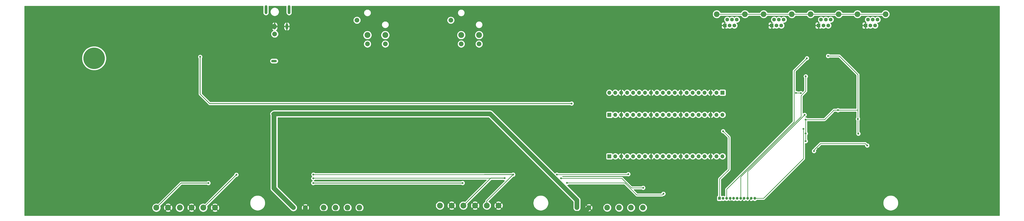
<source format=gbl>
G04 #@! TF.GenerationSoftware,KiCad,Pcbnew,(5.1.10)-1*
G04 #@! TF.CreationDate,2022-11-18T11:00:14-07:00*
G04 #@! TF.ProjectId,Lift_02,4c696674-5f30-4322-9e6b-696361645f70,rev?*
G04 #@! TF.SameCoordinates,Original*
G04 #@! TF.FileFunction,Copper,L2,Bot*
G04 #@! TF.FilePolarity,Positive*
%FSLAX46Y46*%
G04 Gerber Fmt 4.6, Leading zero omitted, Abs format (unit mm)*
G04 Created by KiCad (PCBNEW (5.1.10)-1) date 2022-11-18 11:00:14*
%MOMM*%
%LPD*%
G01*
G04 APERTURE LIST*
G04 #@! TA.AperFunction,ComponentPad*
%ADD10C,2.500000*%
G04 #@! TD*
G04 #@! TA.AperFunction,ComponentPad*
%ADD11C,2.400000*%
G04 #@! TD*
G04 #@! TA.AperFunction,ComponentPad*
%ADD12C,2.000000*%
G04 #@! TD*
G04 #@! TA.AperFunction,ComponentPad*
%ADD13R,1.200000X1.200000*%
G04 #@! TD*
G04 #@! TA.AperFunction,ComponentPad*
%ADD14C,1.200000*%
G04 #@! TD*
G04 #@! TA.AperFunction,ComponentPad*
%ADD15C,9.200000*%
G04 #@! TD*
G04 #@! TA.AperFunction,ComponentPad*
%ADD16O,1.700000X1.700000*%
G04 #@! TD*
G04 #@! TA.AperFunction,ComponentPad*
%ADD17R,1.700000X1.700000*%
G04 #@! TD*
G04 #@! TA.AperFunction,ComponentPad*
%ADD18C,1.600000*%
G04 #@! TD*
G04 #@! TA.AperFunction,ComponentPad*
%ADD19R,1.600000X1.600000*%
G04 #@! TD*
G04 #@! TA.AperFunction,ComponentPad*
%ADD20O,2.400000X1.000000*%
G04 #@! TD*
G04 #@! TA.AperFunction,ComponentPad*
%ADD21O,1.200000X3.800000*%
G04 #@! TD*
G04 #@! TA.AperFunction,ComponentPad*
%ADD22O,1.200000X2.500000*%
G04 #@! TD*
G04 #@! TA.AperFunction,ViaPad*
%ADD23C,0.800000*%
G04 #@! TD*
G04 #@! TA.AperFunction,Conductor*
%ADD24C,0.250000*%
G04 #@! TD*
G04 #@! TA.AperFunction,Conductor*
%ADD25C,2.000000*%
G04 #@! TD*
G04 #@! TA.AperFunction,Conductor*
%ADD26C,0.300000*%
G04 #@! TD*
G04 #@! TA.AperFunction,Conductor*
%ADD27C,0.254000*%
G04 #@! TD*
G04 #@! TA.AperFunction,Conductor*
%ADD28C,0.100000*%
G04 #@! TD*
G04 APERTURE END LIST*
D10*
X81800000Y-87000000D03*
X76800000Y-87000000D03*
X71800000Y-87000000D03*
X66800000Y-87000000D03*
X61800000Y-87000000D03*
X56800000Y-87000000D03*
X202746000Y-86106000D03*
X197746000Y-86106000D03*
X192746000Y-86106000D03*
X187746000Y-86106000D03*
X182746000Y-86106000D03*
X177746000Y-86106000D03*
D11*
X264320000Y-87000000D03*
X259240000Y-87000000D03*
X254160000Y-87000000D03*
X249080000Y-87000000D03*
D12*
X241240000Y-87000000D03*
X236160000Y-87000000D03*
D11*
X143420000Y-87000000D03*
X138340000Y-87000000D03*
X133260000Y-87000000D03*
X128180000Y-87000000D03*
D12*
X120340000Y-87000000D03*
X115260000Y-87000000D03*
D13*
X297000000Y-83000000D03*
D14*
X298500000Y-83000000D03*
X300000000Y-83000000D03*
X301500000Y-83000000D03*
X303000000Y-83000000D03*
X304500000Y-83000000D03*
X306000000Y-83000000D03*
X307500000Y-83000000D03*
X309000000Y-83000000D03*
X310500000Y-83000000D03*
X312000000Y-83000000D03*
D15*
X30250000Y-23000000D03*
D12*
X182370000Y-6715000D03*
X194430000Y-16885000D03*
D10*
X194430000Y-13070000D03*
X186810000Y-13070000D03*
D12*
X186810000Y-16885000D03*
X142370000Y-6715000D03*
X154430000Y-16885000D03*
D10*
X154430000Y-13070000D03*
X146810000Y-13070000D03*
D12*
X146810000Y-16885000D03*
D16*
X249990000Y-37750000D03*
X252530000Y-37750000D03*
X255070000Y-37750000D03*
X257610000Y-37750000D03*
X260150000Y-37750000D03*
X262690000Y-37750000D03*
X265230000Y-37750000D03*
X267770000Y-37750000D03*
X270310000Y-37750000D03*
X272850000Y-37750000D03*
X275390000Y-37750000D03*
X277930000Y-37750000D03*
X280470000Y-37750000D03*
X283010000Y-37750000D03*
X285550000Y-37750000D03*
X288090000Y-37750000D03*
X290630000Y-37750000D03*
X293170000Y-37750000D03*
X295710000Y-37750000D03*
D17*
X298250000Y-37750000D03*
D11*
X367800000Y-4130000D03*
X355800000Y-4130000D03*
D18*
X362310000Y-6430000D03*
X361290000Y-8970000D03*
X360270000Y-6430000D03*
D19*
X359250000Y-8970000D03*
D18*
X364350000Y-6430000D03*
X363330000Y-8970000D03*
D11*
X347800000Y-4130000D03*
X335800000Y-4130000D03*
D18*
X342310000Y-6430000D03*
X341290000Y-8970000D03*
X340270000Y-6430000D03*
D19*
X339250000Y-8970000D03*
D18*
X344350000Y-6430000D03*
X343330000Y-8970000D03*
D16*
X298260000Y-47220000D03*
X295720000Y-47220000D03*
X293180000Y-47220000D03*
X290640000Y-47220000D03*
X288100000Y-47220000D03*
X285560000Y-47220000D03*
X283020000Y-47220000D03*
X280480000Y-47220000D03*
X277940000Y-47220000D03*
X275400000Y-47220000D03*
X272860000Y-47220000D03*
X270320000Y-47220000D03*
X267780000Y-47220000D03*
X265240000Y-47220000D03*
X262700000Y-47220000D03*
X260160000Y-47220000D03*
X257620000Y-47220000D03*
X255080000Y-47220000D03*
X252540000Y-47220000D03*
D17*
X250000000Y-47220000D03*
D16*
X298260000Y-65000000D03*
X295720000Y-65000000D03*
X293180000Y-65000000D03*
X290640000Y-65000000D03*
X288100000Y-65000000D03*
X285560000Y-65000000D03*
X283020000Y-65000000D03*
X280480000Y-65000000D03*
X277940000Y-65000000D03*
X275400000Y-65000000D03*
X272860000Y-65000000D03*
X270320000Y-65000000D03*
X267780000Y-65000000D03*
X265240000Y-65000000D03*
X262700000Y-65000000D03*
X260160000Y-65000000D03*
X257620000Y-65000000D03*
X255080000Y-65000000D03*
X252540000Y-65000000D03*
D17*
X250000000Y-65000000D03*
D11*
X327800000Y-4130000D03*
X315800000Y-4130000D03*
D18*
X322310000Y-6430000D03*
X321290000Y-8970000D03*
X320270000Y-6430000D03*
D19*
X319250000Y-8970000D03*
D18*
X324350000Y-6430000D03*
X323330000Y-8970000D03*
D11*
X307800000Y-4130000D03*
X295800000Y-4130000D03*
D18*
X302310000Y-6430000D03*
X301290000Y-8970000D03*
X300270000Y-6430000D03*
D19*
X299250000Y-8970000D03*
D18*
X304350000Y-6430000D03*
X303330000Y-8970000D03*
D20*
X107000000Y-24187000D03*
X107000000Y-46813000D03*
D21*
X113400000Y-2175000D03*
X103550000Y-2175000D03*
D12*
X107270000Y-12625000D03*
D22*
X112470000Y-9375000D03*
X107270000Y-9375000D03*
D23*
X337250000Y-56250000D03*
X339000000Y-61750000D03*
X352500000Y-56750000D03*
X301500000Y-85675000D03*
X271780000Y-75692000D03*
X275031999Y-75692000D03*
X75500000Y-22400000D03*
X233900000Y-42400000D03*
X329598432Y-37848432D03*
X331694448Y-37944448D03*
X343274990Y-22024990D03*
X356000000Y-49000000D03*
X356187500Y-55312500D03*
X333750000Y-55250000D03*
X333750000Y-58500000D03*
X333750000Y-49250000D03*
X347500000Y-45250000D03*
X298500000Y-54250000D03*
X359968934Y-60377082D03*
X337250000Y-62750000D03*
X332750000Y-53250000D03*
X333250000Y-47250000D03*
X333750000Y-30750000D03*
X334250000Y-23000000D03*
X227610000Y-72830000D03*
X123780000Y-72820000D03*
X258064000Y-72644000D03*
X205350000Y-74390000D03*
X123710000Y-74460000D03*
X229362000Y-74422000D03*
X264414000Y-78486000D03*
X231960000Y-76410000D03*
X208974000Y-72830000D03*
X90932000Y-72898000D03*
X273050000Y-81026000D03*
X78994000Y-76454000D03*
X187425000Y-76427000D03*
X123698000Y-76454000D03*
D24*
X301500000Y-83000000D02*
X301500000Y-85675000D01*
X304825000Y-85675000D02*
X307500000Y-83000000D01*
X301500000Y-85675000D02*
X304825000Y-85675000D01*
X307825000Y-85675000D02*
X310500000Y-83000000D01*
X304825000Y-85675000D02*
X307825000Y-85675000D01*
D25*
X80925000Y-9375000D02*
X107270000Y-9375000D01*
X61300000Y-29000000D02*
X80925000Y-9375000D01*
X61300000Y-33040000D02*
X61300000Y-29000000D01*
D26*
X75500000Y-38400000D02*
X75500000Y-22400000D01*
X79500000Y-42400000D02*
X75500000Y-38400000D01*
X196030000Y-42400000D02*
X79500000Y-42400000D01*
X233900000Y-42400000D02*
X196030000Y-42400000D01*
D24*
X367800000Y-4130000D02*
X355800000Y-4130000D01*
X355800000Y-4130000D02*
X347800000Y-4130000D01*
X335800000Y-4130000D02*
X347800000Y-4130000D01*
X335800000Y-4130000D02*
X327800000Y-4130000D01*
X327800000Y-4130000D02*
X315800000Y-4130000D01*
X315800000Y-4130000D02*
X307800000Y-4130000D01*
X307800000Y-4130000D02*
X295800000Y-4130000D01*
X331598432Y-37848432D02*
X331694448Y-37944448D01*
X329598432Y-37848432D02*
X331598432Y-37848432D01*
D26*
X272170002Y-65000000D02*
X272860000Y-65000000D01*
X262010002Y-65000000D02*
X262700000Y-65000000D01*
D24*
X343299980Y-22000000D02*
X343274990Y-22024990D01*
X356000000Y-55125000D02*
X356187500Y-55312500D01*
X356000000Y-49000000D02*
X356000000Y-55125000D01*
X348024990Y-22024990D02*
X343274990Y-22024990D01*
X356000000Y-30000000D02*
X348024990Y-22024990D01*
X333750000Y-55250000D02*
X333750000Y-58500000D01*
X333750000Y-49250000D02*
X333750000Y-55250000D01*
X333750000Y-49250000D02*
X341750000Y-49250000D01*
X341750000Y-49250000D02*
X345750000Y-45250000D01*
X345750000Y-45250000D02*
X347500000Y-45250000D01*
X347500000Y-45250000D02*
X356000000Y-45250000D01*
X356000000Y-45250000D02*
X356000000Y-30000000D01*
X356000000Y-49000000D02*
X356000000Y-45250000D01*
X301000000Y-56750000D02*
X298500000Y-54250000D01*
X301000000Y-70700000D02*
X301000000Y-56750000D01*
X297000000Y-74700000D02*
X300600000Y-71100000D01*
X297000000Y-83000000D02*
X297000000Y-74700000D01*
X300600000Y-71100000D02*
X301000000Y-70700000D01*
X298691060Y-73008940D02*
X300600000Y-71100000D01*
X337250000Y-62352998D02*
X337250000Y-62750000D01*
X359968934Y-60377082D02*
X359091852Y-59500000D01*
X340102998Y-59500000D02*
X339051499Y-60551499D01*
X359091852Y-59500000D02*
X340102998Y-59500000D01*
X339051499Y-60551499D02*
X337250000Y-62352998D01*
X339225916Y-60377082D02*
X339051499Y-60551499D01*
X332750000Y-66000000D02*
X316875000Y-81875000D01*
X332750000Y-53250000D02*
X332750000Y-66000000D01*
X315750000Y-83000000D02*
X316875000Y-81875000D01*
X312000000Y-83000000D02*
X315750000Y-83000000D01*
X316875000Y-81875000D02*
X316650000Y-82100000D01*
X309000000Y-83000000D02*
X309000000Y-71500000D01*
X309000000Y-71500000D02*
X310000000Y-70500000D01*
X310000000Y-70500000D02*
X333250000Y-47250000D01*
X309600000Y-70900000D02*
X310000000Y-70500000D01*
X333750000Y-37035898D02*
X333750000Y-30750000D01*
X331750000Y-39035898D02*
X333750000Y-37035898D01*
X331750000Y-48042880D02*
X331750000Y-39035898D01*
X306000000Y-73792880D02*
X331750000Y-48042880D01*
X306000000Y-83000000D02*
X306000000Y-73792880D01*
X328823431Y-28426569D02*
X328823431Y-50262329D01*
X334250000Y-23000000D02*
X328823431Y-28426569D01*
X300000000Y-79085760D02*
X307042880Y-72042880D01*
X300000000Y-83000000D02*
X300000000Y-79085760D01*
X307042880Y-72042880D02*
X306835760Y-72250000D01*
X328823431Y-50262329D02*
X307042880Y-72042880D01*
X227660000Y-72780000D02*
X227610000Y-72830000D01*
X123790000Y-72830000D02*
X123780000Y-72820000D01*
X257878000Y-72830000D02*
X258064000Y-72644000D01*
X227610000Y-72830000D02*
X257878000Y-72830000D01*
X123780000Y-74390000D02*
X123710000Y-74460000D01*
X205350000Y-74390000D02*
X123780000Y-74390000D01*
X229362000Y-74422000D02*
X255270000Y-74422000D01*
X255270000Y-74422000D02*
X259334000Y-78486000D01*
X259334000Y-78486000D02*
X264414000Y-78486000D01*
D25*
X120340000Y-88420002D02*
X120340000Y-87000000D01*
X121369999Y-89450001D02*
X120340000Y-88420002D01*
X238789999Y-89450001D02*
X121369999Y-89450001D01*
X241240000Y-87000000D02*
X238789999Y-89450001D01*
X107000000Y-78740000D02*
X115260000Y-87000000D01*
X107000000Y-46813000D02*
X107000000Y-78740000D01*
X236160000Y-83822002D02*
X236160000Y-87000000D01*
X199150998Y-46813000D02*
X236160000Y-83822002D01*
X107000000Y-46813000D02*
X199150998Y-46813000D01*
D26*
X197746000Y-84058000D02*
X208974000Y-72830000D01*
X197746000Y-86106000D02*
X197746000Y-84058000D01*
D24*
X196760000Y-72830000D02*
X123790000Y-72830000D01*
D26*
X76830000Y-87000000D02*
X76800000Y-87000000D01*
X90932000Y-72898000D02*
X76830000Y-87000000D01*
X196760000Y-72830000D02*
X208974000Y-72830000D01*
X199462000Y-74390000D02*
X187746000Y-86106000D01*
X205350000Y-74390000D02*
X199462000Y-74390000D01*
D24*
X256550880Y-76410000D02*
X261674880Y-81534000D01*
X231960000Y-76410000D02*
X256550880Y-76410000D01*
X272542000Y-81534000D02*
X273050000Y-81026000D01*
X261674880Y-81534000D02*
X272542000Y-81534000D01*
D26*
X56800000Y-87000000D02*
X67346000Y-76454000D01*
X67346000Y-76454000D02*
X78994000Y-76454000D01*
X123725000Y-76427000D02*
X123698000Y-76454000D01*
X187425000Y-76427000D02*
X123725000Y-76427000D01*
D27*
X102315000Y-814336D02*
X102315001Y-3535665D01*
X102332871Y-3717102D01*
X102403490Y-3949901D01*
X102518168Y-4164449D01*
X102672499Y-4352502D01*
X102860552Y-4506833D01*
X103075100Y-4621511D01*
X103307899Y-4692130D01*
X103550000Y-4715975D01*
X103792102Y-4692130D01*
X104024901Y-4621511D01*
X104239449Y-4506833D01*
X104427502Y-4352502D01*
X104581833Y-4164449D01*
X104696511Y-3949901D01*
X104767130Y-3717102D01*
X104785000Y-3535665D01*
X104785000Y-2939344D01*
X105385000Y-2939344D01*
X105385000Y-3310656D01*
X105457439Y-3674834D01*
X105599534Y-4017882D01*
X105805825Y-4326618D01*
X106068382Y-4589175D01*
X106377118Y-4795466D01*
X106720166Y-4937561D01*
X107084344Y-5010000D01*
X107455656Y-5010000D01*
X107819834Y-4937561D01*
X108162882Y-4795466D01*
X108471618Y-4589175D01*
X108734175Y-4326618D01*
X108940466Y-4017882D01*
X109082561Y-3674834D01*
X109155000Y-3310656D01*
X109155000Y-2939344D01*
X109082561Y-2575166D01*
X108940466Y-2232118D01*
X108734175Y-1923382D01*
X108471618Y-1660825D01*
X108162882Y-1454534D01*
X107819834Y-1312439D01*
X107455656Y-1240000D01*
X107084344Y-1240000D01*
X106720166Y-1312439D01*
X106377118Y-1454534D01*
X106068382Y-1660825D01*
X105805825Y-1923382D01*
X105599534Y-2232118D01*
X105457439Y-2575166D01*
X105385000Y-2939344D01*
X104785000Y-2939344D01*
X104785000Y-814335D01*
X104772262Y-685000D01*
X112177738Y-685000D01*
X112165000Y-814336D01*
X112165001Y-3535665D01*
X112182871Y-3717102D01*
X112253490Y-3949901D01*
X112368168Y-4164449D01*
X112522499Y-4352502D01*
X112710552Y-4506833D01*
X112925100Y-4621511D01*
X113157899Y-4692130D01*
X113400000Y-4715975D01*
X113642102Y-4692130D01*
X113874901Y-4621511D01*
X114089449Y-4506833D01*
X114277502Y-4352502D01*
X114431833Y-4164449D01*
X114546511Y-3949901D01*
X114617130Y-3717102D01*
X114635000Y-3535665D01*
X114635000Y-3393816D01*
X145275000Y-3393816D01*
X145275000Y-3696184D01*
X145333989Y-3992743D01*
X145449701Y-4272095D01*
X145617688Y-4523505D01*
X145831495Y-4737312D01*
X146082905Y-4905299D01*
X146362257Y-5021011D01*
X146658816Y-5080000D01*
X146961184Y-5080000D01*
X147257743Y-5021011D01*
X147537095Y-4905299D01*
X147788505Y-4737312D01*
X148002312Y-4523505D01*
X148170299Y-4272095D01*
X148286011Y-3992743D01*
X148345000Y-3696184D01*
X148345000Y-3393816D01*
X185275000Y-3393816D01*
X185275000Y-3696184D01*
X185333989Y-3992743D01*
X185449701Y-4272095D01*
X185617688Y-4523505D01*
X185831495Y-4737312D01*
X186082905Y-4905299D01*
X186362257Y-5021011D01*
X186658816Y-5080000D01*
X186961184Y-5080000D01*
X187257743Y-5021011D01*
X187537095Y-4905299D01*
X187788505Y-4737312D01*
X188002312Y-4523505D01*
X188170299Y-4272095D01*
X188286011Y-3992743D01*
X188294658Y-3949268D01*
X293965000Y-3949268D01*
X293965000Y-4310732D01*
X294035518Y-4665250D01*
X294173844Y-4999199D01*
X294374662Y-5299744D01*
X294630256Y-5555338D01*
X294930801Y-5756156D01*
X295264750Y-5894482D01*
X295619268Y-5965000D01*
X295980732Y-5965000D01*
X296335250Y-5894482D01*
X296669199Y-5756156D01*
X296969744Y-5555338D01*
X297225338Y-5299744D01*
X297426156Y-4999199D01*
X297471388Y-4890000D01*
X306128612Y-4890000D01*
X306173844Y-4999199D01*
X306374662Y-5299744D01*
X306630256Y-5555338D01*
X306930801Y-5756156D01*
X307264750Y-5894482D01*
X307619268Y-5965000D01*
X307980732Y-5965000D01*
X308335250Y-5894482D01*
X308669199Y-5756156D01*
X308969744Y-5555338D01*
X309225338Y-5299744D01*
X309426156Y-4999199D01*
X309471388Y-4890000D01*
X314128612Y-4890000D01*
X314173844Y-4999199D01*
X314374662Y-5299744D01*
X314630256Y-5555338D01*
X314930801Y-5756156D01*
X315264750Y-5894482D01*
X315619268Y-5965000D01*
X315980732Y-5965000D01*
X316335250Y-5894482D01*
X316669199Y-5756156D01*
X316969744Y-5555338D01*
X317225338Y-5299744D01*
X317426156Y-4999199D01*
X317471388Y-4890000D01*
X326128612Y-4890000D01*
X326173844Y-4999199D01*
X326374662Y-5299744D01*
X326630256Y-5555338D01*
X326930801Y-5756156D01*
X327264750Y-5894482D01*
X327619268Y-5965000D01*
X327980732Y-5965000D01*
X328335250Y-5894482D01*
X328669199Y-5756156D01*
X328969744Y-5555338D01*
X329225338Y-5299744D01*
X329426156Y-4999199D01*
X329471388Y-4890000D01*
X334128612Y-4890000D01*
X334173844Y-4999199D01*
X334374662Y-5299744D01*
X334630256Y-5555338D01*
X334930801Y-5756156D01*
X335264750Y-5894482D01*
X335619268Y-5965000D01*
X335980732Y-5965000D01*
X336335250Y-5894482D01*
X336669199Y-5756156D01*
X336969744Y-5555338D01*
X337225338Y-5299744D01*
X337426156Y-4999199D01*
X337471388Y-4890000D01*
X346128612Y-4890000D01*
X346173844Y-4999199D01*
X346374662Y-5299744D01*
X346630256Y-5555338D01*
X346930801Y-5756156D01*
X347264750Y-5894482D01*
X347619268Y-5965000D01*
X347980732Y-5965000D01*
X348335250Y-5894482D01*
X348669199Y-5756156D01*
X348969744Y-5555338D01*
X349225338Y-5299744D01*
X349426156Y-4999199D01*
X349471388Y-4890000D01*
X354128612Y-4890000D01*
X354173844Y-4999199D01*
X354374662Y-5299744D01*
X354630256Y-5555338D01*
X354930801Y-5756156D01*
X355264750Y-5894482D01*
X355619268Y-5965000D01*
X355980732Y-5965000D01*
X356335250Y-5894482D01*
X356669199Y-5756156D01*
X356969744Y-5555338D01*
X357225338Y-5299744D01*
X357426156Y-4999199D01*
X357471388Y-4890000D01*
X366128612Y-4890000D01*
X366173844Y-4999199D01*
X366374662Y-5299744D01*
X366630256Y-5555338D01*
X366930801Y-5756156D01*
X367264750Y-5894482D01*
X367619268Y-5965000D01*
X367980732Y-5965000D01*
X368335250Y-5894482D01*
X368669199Y-5756156D01*
X368969744Y-5555338D01*
X369225338Y-5299744D01*
X369426156Y-4999199D01*
X369564482Y-4665250D01*
X369635000Y-4310732D01*
X369635000Y-3949268D01*
X369564482Y-3594750D01*
X369426156Y-3260801D01*
X369225338Y-2960256D01*
X368969744Y-2704662D01*
X368669199Y-2503844D01*
X368335250Y-2365518D01*
X367980732Y-2295000D01*
X367619268Y-2295000D01*
X367264750Y-2365518D01*
X366930801Y-2503844D01*
X366630256Y-2704662D01*
X366374662Y-2960256D01*
X366173844Y-3260801D01*
X366128612Y-3370000D01*
X357471388Y-3370000D01*
X357426156Y-3260801D01*
X357225338Y-2960256D01*
X356969744Y-2704662D01*
X356669199Y-2503844D01*
X356335250Y-2365518D01*
X355980732Y-2295000D01*
X355619268Y-2295000D01*
X355264750Y-2365518D01*
X354930801Y-2503844D01*
X354630256Y-2704662D01*
X354374662Y-2960256D01*
X354173844Y-3260801D01*
X354128612Y-3370000D01*
X349471388Y-3370000D01*
X349426156Y-3260801D01*
X349225338Y-2960256D01*
X348969744Y-2704662D01*
X348669199Y-2503844D01*
X348335250Y-2365518D01*
X347980732Y-2295000D01*
X347619268Y-2295000D01*
X347264750Y-2365518D01*
X346930801Y-2503844D01*
X346630256Y-2704662D01*
X346374662Y-2960256D01*
X346173844Y-3260801D01*
X346128612Y-3370000D01*
X337471388Y-3370000D01*
X337426156Y-3260801D01*
X337225338Y-2960256D01*
X336969744Y-2704662D01*
X336669199Y-2503844D01*
X336335250Y-2365518D01*
X335980732Y-2295000D01*
X335619268Y-2295000D01*
X335264750Y-2365518D01*
X334930801Y-2503844D01*
X334630256Y-2704662D01*
X334374662Y-2960256D01*
X334173844Y-3260801D01*
X334128612Y-3370000D01*
X329471388Y-3370000D01*
X329426156Y-3260801D01*
X329225338Y-2960256D01*
X328969744Y-2704662D01*
X328669199Y-2503844D01*
X328335250Y-2365518D01*
X327980732Y-2295000D01*
X327619268Y-2295000D01*
X327264750Y-2365518D01*
X326930801Y-2503844D01*
X326630256Y-2704662D01*
X326374662Y-2960256D01*
X326173844Y-3260801D01*
X326128612Y-3370000D01*
X317471388Y-3370000D01*
X317426156Y-3260801D01*
X317225338Y-2960256D01*
X316969744Y-2704662D01*
X316669199Y-2503844D01*
X316335250Y-2365518D01*
X315980732Y-2295000D01*
X315619268Y-2295000D01*
X315264750Y-2365518D01*
X314930801Y-2503844D01*
X314630256Y-2704662D01*
X314374662Y-2960256D01*
X314173844Y-3260801D01*
X314128612Y-3370000D01*
X309471388Y-3370000D01*
X309426156Y-3260801D01*
X309225338Y-2960256D01*
X308969744Y-2704662D01*
X308669199Y-2503844D01*
X308335250Y-2365518D01*
X307980732Y-2295000D01*
X307619268Y-2295000D01*
X307264750Y-2365518D01*
X306930801Y-2503844D01*
X306630256Y-2704662D01*
X306374662Y-2960256D01*
X306173844Y-3260801D01*
X306128612Y-3370000D01*
X297471388Y-3370000D01*
X297426156Y-3260801D01*
X297225338Y-2960256D01*
X296969744Y-2704662D01*
X296669199Y-2503844D01*
X296335250Y-2365518D01*
X295980732Y-2295000D01*
X295619268Y-2295000D01*
X295264750Y-2365518D01*
X294930801Y-2503844D01*
X294630256Y-2704662D01*
X294374662Y-2960256D01*
X294173844Y-3260801D01*
X294035518Y-3594750D01*
X293965000Y-3949268D01*
X188294658Y-3949268D01*
X188345000Y-3696184D01*
X188345000Y-3393816D01*
X188286011Y-3097257D01*
X188170299Y-2817905D01*
X188002312Y-2566495D01*
X187788505Y-2352688D01*
X187537095Y-2184701D01*
X187257743Y-2068989D01*
X186961184Y-2010000D01*
X186658816Y-2010000D01*
X186362257Y-2068989D01*
X186082905Y-2184701D01*
X185831495Y-2352688D01*
X185617688Y-2566495D01*
X185449701Y-2817905D01*
X185333989Y-3097257D01*
X185275000Y-3393816D01*
X148345000Y-3393816D01*
X148286011Y-3097257D01*
X148170299Y-2817905D01*
X148002312Y-2566495D01*
X147788505Y-2352688D01*
X147537095Y-2184701D01*
X147257743Y-2068989D01*
X146961184Y-2010000D01*
X146658816Y-2010000D01*
X146362257Y-2068989D01*
X146082905Y-2184701D01*
X145831495Y-2352688D01*
X145617688Y-2566495D01*
X145449701Y-2817905D01*
X145333989Y-3097257D01*
X145275000Y-3393816D01*
X114635000Y-3393816D01*
X114635000Y-814335D01*
X114622262Y-685000D01*
X416340001Y-685000D01*
X416340000Y-90340000D01*
X660000Y-90340000D01*
X660000Y-86814344D01*
X54915000Y-86814344D01*
X54915000Y-87185656D01*
X54987439Y-87549834D01*
X55129534Y-87892882D01*
X55335825Y-88201618D01*
X55598382Y-88464175D01*
X55907118Y-88670466D01*
X56250166Y-88812561D01*
X56614344Y-88885000D01*
X56985656Y-88885000D01*
X57349834Y-88812561D01*
X57692882Y-88670466D01*
X58001618Y-88464175D01*
X58152188Y-88313605D01*
X60666000Y-88313605D01*
X60791914Y-88603577D01*
X61124126Y-88769433D01*
X61482312Y-88867290D01*
X61852706Y-88893389D01*
X62221075Y-88846725D01*
X62573262Y-88729094D01*
X62808086Y-88603577D01*
X62934000Y-88313605D01*
X61800000Y-87179605D01*
X60666000Y-88313605D01*
X58152188Y-88313605D01*
X58264175Y-88201618D01*
X58470466Y-87892882D01*
X58612561Y-87549834D01*
X58685000Y-87185656D01*
X58685000Y-87052706D01*
X59906611Y-87052706D01*
X59953275Y-87421075D01*
X60070906Y-87773262D01*
X60196423Y-88008086D01*
X60486395Y-88134000D01*
X61620395Y-87000000D01*
X61979605Y-87000000D01*
X63113605Y-88134000D01*
X63403577Y-88008086D01*
X63569433Y-87675874D01*
X63667290Y-87317688D01*
X63693389Y-86947294D01*
X63676548Y-86814344D01*
X64915000Y-86814344D01*
X64915000Y-87185656D01*
X64987439Y-87549834D01*
X65129534Y-87892882D01*
X65335825Y-88201618D01*
X65598382Y-88464175D01*
X65907118Y-88670466D01*
X66250166Y-88812561D01*
X66614344Y-88885000D01*
X66985656Y-88885000D01*
X67349834Y-88812561D01*
X67692882Y-88670466D01*
X68001618Y-88464175D01*
X68152188Y-88313605D01*
X70666000Y-88313605D01*
X70791914Y-88603577D01*
X71124126Y-88769433D01*
X71482312Y-88867290D01*
X71852706Y-88893389D01*
X72221075Y-88846725D01*
X72573262Y-88729094D01*
X72808086Y-88603577D01*
X72934000Y-88313605D01*
X71800000Y-87179605D01*
X70666000Y-88313605D01*
X68152188Y-88313605D01*
X68264175Y-88201618D01*
X68470466Y-87892882D01*
X68612561Y-87549834D01*
X68685000Y-87185656D01*
X68685000Y-87052706D01*
X69906611Y-87052706D01*
X69953275Y-87421075D01*
X70070906Y-87773262D01*
X70196423Y-88008086D01*
X70486395Y-88134000D01*
X71620395Y-87000000D01*
X71979605Y-87000000D01*
X73113605Y-88134000D01*
X73403577Y-88008086D01*
X73569433Y-87675874D01*
X73667290Y-87317688D01*
X73693389Y-86947294D01*
X73676548Y-86814344D01*
X74915000Y-86814344D01*
X74915000Y-87185656D01*
X74987439Y-87549834D01*
X75129534Y-87892882D01*
X75335825Y-88201618D01*
X75598382Y-88464175D01*
X75907118Y-88670466D01*
X76250166Y-88812561D01*
X76614344Y-88885000D01*
X76985656Y-88885000D01*
X77349834Y-88812561D01*
X77692882Y-88670466D01*
X78001618Y-88464175D01*
X78152188Y-88313605D01*
X80666000Y-88313605D01*
X80791914Y-88603577D01*
X81124126Y-88769433D01*
X81482312Y-88867290D01*
X81852706Y-88893389D01*
X82221075Y-88846725D01*
X82573262Y-88729094D01*
X82808086Y-88603577D01*
X82934000Y-88313605D01*
X81800000Y-87179605D01*
X80666000Y-88313605D01*
X78152188Y-88313605D01*
X78264175Y-88201618D01*
X78470466Y-87892882D01*
X78612561Y-87549834D01*
X78685000Y-87185656D01*
X78685000Y-87052706D01*
X79906611Y-87052706D01*
X79953275Y-87421075D01*
X80070906Y-87773262D01*
X80196423Y-88008086D01*
X80486395Y-88134000D01*
X81620395Y-87000000D01*
X81979605Y-87000000D01*
X83113605Y-88134000D01*
X83403577Y-88008086D01*
X83569433Y-87675874D01*
X83667290Y-87317688D01*
X83693389Y-86947294D01*
X83646725Y-86578925D01*
X83529094Y-86226738D01*
X83403577Y-85991914D01*
X83113605Y-85866000D01*
X81979605Y-87000000D01*
X81620395Y-87000000D01*
X80486395Y-85866000D01*
X80196423Y-85991914D01*
X80030567Y-86324126D01*
X79932710Y-86682312D01*
X79906611Y-87052706D01*
X78685000Y-87052706D01*
X78685000Y-86814344D01*
X78612561Y-86450166D01*
X78576661Y-86363496D01*
X79253762Y-85686395D01*
X80666000Y-85686395D01*
X81800000Y-86820395D01*
X82934000Y-85686395D01*
X82808086Y-85396423D01*
X82475874Y-85230567D01*
X82117688Y-85132710D01*
X81747294Y-85106611D01*
X81378925Y-85153275D01*
X81026738Y-85270906D01*
X80791914Y-85396423D01*
X80666000Y-85686395D01*
X79253762Y-85686395D01*
X80263701Y-84676456D01*
X96715000Y-84676456D01*
X96715000Y-85323544D01*
X96841240Y-85958199D01*
X97088871Y-86556031D01*
X97448374Y-87094066D01*
X97905934Y-87551626D01*
X98443969Y-87911129D01*
X99041801Y-88158760D01*
X99676456Y-88285000D01*
X100323544Y-88285000D01*
X100958199Y-88158760D01*
X101556031Y-87911129D01*
X102094066Y-87551626D01*
X102551626Y-87094066D01*
X102911129Y-86556031D01*
X103158760Y-85958199D01*
X103285000Y-85323544D01*
X103285000Y-84676456D01*
X103158760Y-84041801D01*
X102911129Y-83443969D01*
X102551626Y-82905934D01*
X102094066Y-82448374D01*
X101556031Y-82088871D01*
X100958199Y-81841240D01*
X100323544Y-81715000D01*
X99676456Y-81715000D01*
X99041801Y-81841240D01*
X98443969Y-82088871D01*
X97905934Y-82448374D01*
X97448374Y-82905934D01*
X97088871Y-83443969D01*
X96841240Y-84041801D01*
X96715000Y-84676456D01*
X80263701Y-84676456D01*
X91007157Y-73933000D01*
X91033939Y-73933000D01*
X91233898Y-73893226D01*
X91422256Y-73815205D01*
X91591774Y-73701937D01*
X91735937Y-73557774D01*
X91849205Y-73388256D01*
X91927226Y-73199898D01*
X91967000Y-72999939D01*
X91967000Y-72796061D01*
X91927226Y-72596102D01*
X91849205Y-72407744D01*
X91735937Y-72238226D01*
X91591774Y-72094063D01*
X91422256Y-71980795D01*
X91233898Y-71902774D01*
X91033939Y-71863000D01*
X90830061Y-71863000D01*
X90630102Y-71902774D01*
X90441744Y-71980795D01*
X90272226Y-72094063D01*
X90128063Y-72238226D01*
X90014795Y-72407744D01*
X89936774Y-72596102D01*
X89897000Y-72796061D01*
X89897000Y-72822843D01*
X77478931Y-85240912D01*
X77349834Y-85187439D01*
X76985656Y-85115000D01*
X76614344Y-85115000D01*
X76250166Y-85187439D01*
X75907118Y-85329534D01*
X75598382Y-85535825D01*
X75335825Y-85798382D01*
X75129534Y-86107118D01*
X74987439Y-86450166D01*
X74915000Y-86814344D01*
X73676548Y-86814344D01*
X73646725Y-86578925D01*
X73529094Y-86226738D01*
X73403577Y-85991914D01*
X73113605Y-85866000D01*
X71979605Y-87000000D01*
X71620395Y-87000000D01*
X70486395Y-85866000D01*
X70196423Y-85991914D01*
X70030567Y-86324126D01*
X69932710Y-86682312D01*
X69906611Y-87052706D01*
X68685000Y-87052706D01*
X68685000Y-86814344D01*
X68612561Y-86450166D01*
X68470466Y-86107118D01*
X68264175Y-85798382D01*
X68152188Y-85686395D01*
X70666000Y-85686395D01*
X71800000Y-86820395D01*
X72934000Y-85686395D01*
X72808086Y-85396423D01*
X72475874Y-85230567D01*
X72117688Y-85132710D01*
X71747294Y-85106611D01*
X71378925Y-85153275D01*
X71026738Y-85270906D01*
X70791914Y-85396423D01*
X70666000Y-85686395D01*
X68152188Y-85686395D01*
X68001618Y-85535825D01*
X67692882Y-85329534D01*
X67349834Y-85187439D01*
X66985656Y-85115000D01*
X66614344Y-85115000D01*
X66250166Y-85187439D01*
X65907118Y-85329534D01*
X65598382Y-85535825D01*
X65335825Y-85798382D01*
X65129534Y-86107118D01*
X64987439Y-86450166D01*
X64915000Y-86814344D01*
X63676548Y-86814344D01*
X63646725Y-86578925D01*
X63529094Y-86226738D01*
X63403577Y-85991914D01*
X63113605Y-85866000D01*
X61979605Y-87000000D01*
X61620395Y-87000000D01*
X60486395Y-85866000D01*
X60196423Y-85991914D01*
X60030567Y-86324126D01*
X59932710Y-86682312D01*
X59906611Y-87052706D01*
X58685000Y-87052706D01*
X58685000Y-86814344D01*
X58612561Y-86450166D01*
X58567874Y-86342283D01*
X59223762Y-85686395D01*
X60666000Y-85686395D01*
X61800000Y-86820395D01*
X62934000Y-85686395D01*
X62808086Y-85396423D01*
X62475874Y-85230567D01*
X62117688Y-85132710D01*
X61747294Y-85106611D01*
X61378925Y-85153275D01*
X61026738Y-85270906D01*
X60791914Y-85396423D01*
X60666000Y-85686395D01*
X59223762Y-85686395D01*
X67671158Y-77239000D01*
X78315289Y-77239000D01*
X78334226Y-77257937D01*
X78503744Y-77371205D01*
X78692102Y-77449226D01*
X78892061Y-77489000D01*
X79095939Y-77489000D01*
X79295898Y-77449226D01*
X79484256Y-77371205D01*
X79653774Y-77257937D01*
X79797937Y-77113774D01*
X79911205Y-76944256D01*
X79989226Y-76755898D01*
X80029000Y-76555939D01*
X80029000Y-76352061D01*
X79989226Y-76152102D01*
X79911205Y-75963744D01*
X79797937Y-75794226D01*
X79653774Y-75650063D01*
X79484256Y-75536795D01*
X79295898Y-75458774D01*
X79095939Y-75419000D01*
X78892061Y-75419000D01*
X78692102Y-75458774D01*
X78503744Y-75536795D01*
X78334226Y-75650063D01*
X78315289Y-75669000D01*
X67384552Y-75669000D01*
X67345999Y-75665203D01*
X67307446Y-75669000D01*
X67307439Y-75669000D01*
X67206490Y-75678943D01*
X67192112Y-75680359D01*
X67157672Y-75690806D01*
X67044140Y-75725246D01*
X66907767Y-75798138D01*
X66851087Y-75844655D01*
X66818187Y-75871655D01*
X66818184Y-75871658D01*
X66788236Y-75896236D01*
X66763658Y-75926184D01*
X57457717Y-85232126D01*
X57349834Y-85187439D01*
X56985656Y-85115000D01*
X56614344Y-85115000D01*
X56250166Y-85187439D01*
X55907118Y-85329534D01*
X55598382Y-85535825D01*
X55335825Y-85798382D01*
X55129534Y-86107118D01*
X54987439Y-86450166D01*
X54915000Y-86814344D01*
X660000Y-86814344D01*
X660000Y-46813000D01*
X105159509Y-46813000D01*
X105181423Y-47035499D01*
X105246324Y-47249447D01*
X105351716Y-47446623D01*
X105365000Y-47462810D01*
X105365001Y-78659671D01*
X105357089Y-78740000D01*
X105388658Y-79060516D01*
X105482148Y-79368714D01*
X105563547Y-79521000D01*
X105633970Y-79652752D01*
X105838287Y-79901714D01*
X105900682Y-79952920D01*
X113990013Y-88042252D01*
X114217748Y-88269987D01*
X114284857Y-88314828D01*
X114347247Y-88366030D01*
X114418428Y-88404077D01*
X114485537Y-88448918D01*
X114560103Y-88479804D01*
X114631285Y-88517852D01*
X114708519Y-88541281D01*
X114783088Y-88572168D01*
X114862254Y-88587915D01*
X114939483Y-88611342D01*
X115019800Y-88619253D01*
X115098967Y-88635000D01*
X115179680Y-88635000D01*
X115259999Y-88642911D01*
X115340319Y-88635000D01*
X115421033Y-88635000D01*
X115500201Y-88619253D01*
X115580516Y-88611342D01*
X115657743Y-88587916D01*
X115736912Y-88572168D01*
X115811483Y-88541279D01*
X115888714Y-88517852D01*
X115959892Y-88479806D01*
X116034463Y-88448918D01*
X116101576Y-88404074D01*
X116172752Y-88366030D01*
X116235138Y-88314831D01*
X116302252Y-88269987D01*
X116359328Y-88212911D01*
X116421713Y-88161713D01*
X116443296Y-88135413D01*
X119384192Y-88135413D01*
X119479956Y-88399814D01*
X119769571Y-88540704D01*
X120081108Y-88622384D01*
X120402595Y-88641718D01*
X120721675Y-88597961D01*
X121026088Y-88492795D01*
X121200044Y-88399814D01*
X121295808Y-88135413D01*
X120340000Y-87179605D01*
X119384192Y-88135413D01*
X116443296Y-88135413D01*
X116472911Y-88099328D01*
X116529987Y-88042252D01*
X116574831Y-87975138D01*
X116626030Y-87912752D01*
X116664074Y-87841576D01*
X116708918Y-87774463D01*
X116739806Y-87699892D01*
X116777852Y-87628714D01*
X116801279Y-87551483D01*
X116832168Y-87476912D01*
X116847916Y-87397743D01*
X116871342Y-87320516D01*
X116879253Y-87240201D01*
X116895000Y-87161033D01*
X116895000Y-87080319D01*
X116896745Y-87062595D01*
X118698282Y-87062595D01*
X118742039Y-87381675D01*
X118847205Y-87686088D01*
X118940186Y-87860044D01*
X119204587Y-87955808D01*
X120160395Y-87000000D01*
X120519605Y-87000000D01*
X121475413Y-87955808D01*
X121739814Y-87860044D01*
X121880704Y-87570429D01*
X121962384Y-87258892D01*
X121981718Y-86937405D01*
X121965518Y-86819268D01*
X126345000Y-86819268D01*
X126345000Y-87180732D01*
X126415518Y-87535250D01*
X126553844Y-87869199D01*
X126754662Y-88169744D01*
X127010256Y-88425338D01*
X127310801Y-88626156D01*
X127644750Y-88764482D01*
X127999268Y-88835000D01*
X128360732Y-88835000D01*
X128715250Y-88764482D01*
X129049199Y-88626156D01*
X129349744Y-88425338D01*
X129605338Y-88169744D01*
X129806156Y-87869199D01*
X129944482Y-87535250D01*
X130015000Y-87180732D01*
X130015000Y-86819268D01*
X131425000Y-86819268D01*
X131425000Y-87180732D01*
X131495518Y-87535250D01*
X131633844Y-87869199D01*
X131834662Y-88169744D01*
X132090256Y-88425338D01*
X132390801Y-88626156D01*
X132724750Y-88764482D01*
X133079268Y-88835000D01*
X133440732Y-88835000D01*
X133795250Y-88764482D01*
X134129199Y-88626156D01*
X134429744Y-88425338D01*
X134685338Y-88169744D01*
X134886156Y-87869199D01*
X135024482Y-87535250D01*
X135095000Y-87180732D01*
X135095000Y-86819268D01*
X136505000Y-86819268D01*
X136505000Y-87180732D01*
X136575518Y-87535250D01*
X136713844Y-87869199D01*
X136914662Y-88169744D01*
X137170256Y-88425338D01*
X137470801Y-88626156D01*
X137804750Y-88764482D01*
X138159268Y-88835000D01*
X138520732Y-88835000D01*
X138875250Y-88764482D01*
X139209199Y-88626156D01*
X139509744Y-88425338D01*
X139765338Y-88169744D01*
X139966156Y-87869199D01*
X140104482Y-87535250D01*
X140175000Y-87180732D01*
X140175000Y-86819268D01*
X141585000Y-86819268D01*
X141585000Y-87180732D01*
X141655518Y-87535250D01*
X141793844Y-87869199D01*
X141994662Y-88169744D01*
X142250256Y-88425338D01*
X142550801Y-88626156D01*
X142884750Y-88764482D01*
X143239268Y-88835000D01*
X143600732Y-88835000D01*
X143955250Y-88764482D01*
X144289199Y-88626156D01*
X144589744Y-88425338D01*
X144845338Y-88169744D01*
X145046156Y-87869199D01*
X145184482Y-87535250D01*
X145255000Y-87180732D01*
X145255000Y-86819268D01*
X145184482Y-86464750D01*
X145046156Y-86130801D01*
X144905533Y-85920344D01*
X175861000Y-85920344D01*
X175861000Y-86291656D01*
X175933439Y-86655834D01*
X176075534Y-86998882D01*
X176281825Y-87307618D01*
X176544382Y-87570175D01*
X176853118Y-87776466D01*
X177196166Y-87918561D01*
X177560344Y-87991000D01*
X177931656Y-87991000D01*
X178295834Y-87918561D01*
X178638882Y-87776466D01*
X178947618Y-87570175D01*
X179098188Y-87419605D01*
X181612000Y-87419605D01*
X181737914Y-87709577D01*
X182070126Y-87875433D01*
X182428312Y-87973290D01*
X182798706Y-87999389D01*
X183167075Y-87952725D01*
X183519262Y-87835094D01*
X183754086Y-87709577D01*
X183880000Y-87419605D01*
X182746000Y-86285605D01*
X181612000Y-87419605D01*
X179098188Y-87419605D01*
X179210175Y-87307618D01*
X179416466Y-86998882D01*
X179558561Y-86655834D01*
X179631000Y-86291656D01*
X179631000Y-86158706D01*
X180852611Y-86158706D01*
X180899275Y-86527075D01*
X181016906Y-86879262D01*
X181142423Y-87114086D01*
X181432395Y-87240000D01*
X182566395Y-86106000D01*
X182925605Y-86106000D01*
X184059605Y-87240000D01*
X184349577Y-87114086D01*
X184515433Y-86781874D01*
X184613290Y-86423688D01*
X184639389Y-86053294D01*
X184592725Y-85684925D01*
X184475094Y-85332738D01*
X184349577Y-85097914D01*
X184059605Y-84972000D01*
X182925605Y-86106000D01*
X182566395Y-86106000D01*
X181432395Y-84972000D01*
X181142423Y-85097914D01*
X180976567Y-85430126D01*
X180878710Y-85788312D01*
X180852611Y-86158706D01*
X179631000Y-86158706D01*
X179631000Y-85920344D01*
X179558561Y-85556166D01*
X179416466Y-85213118D01*
X179210175Y-84904382D01*
X179098188Y-84792395D01*
X181612000Y-84792395D01*
X182746000Y-85926395D01*
X183880000Y-84792395D01*
X183754086Y-84502423D01*
X183421874Y-84336567D01*
X183063688Y-84238710D01*
X182693294Y-84212611D01*
X182324925Y-84259275D01*
X181972738Y-84376906D01*
X181737914Y-84502423D01*
X181612000Y-84792395D01*
X179098188Y-84792395D01*
X178947618Y-84641825D01*
X178638882Y-84435534D01*
X178295834Y-84293439D01*
X177931656Y-84221000D01*
X177560344Y-84221000D01*
X177196166Y-84293439D01*
X176853118Y-84435534D01*
X176544382Y-84641825D01*
X176281825Y-84904382D01*
X176075534Y-85213118D01*
X175933439Y-85556166D01*
X175861000Y-85920344D01*
X144905533Y-85920344D01*
X144845338Y-85830256D01*
X144589744Y-85574662D01*
X144289199Y-85373844D01*
X143955250Y-85235518D01*
X143600732Y-85165000D01*
X143239268Y-85165000D01*
X142884750Y-85235518D01*
X142550801Y-85373844D01*
X142250256Y-85574662D01*
X141994662Y-85830256D01*
X141793844Y-86130801D01*
X141655518Y-86464750D01*
X141585000Y-86819268D01*
X140175000Y-86819268D01*
X140104482Y-86464750D01*
X139966156Y-86130801D01*
X139765338Y-85830256D01*
X139509744Y-85574662D01*
X139209199Y-85373844D01*
X138875250Y-85235518D01*
X138520732Y-85165000D01*
X138159268Y-85165000D01*
X137804750Y-85235518D01*
X137470801Y-85373844D01*
X137170256Y-85574662D01*
X136914662Y-85830256D01*
X136713844Y-86130801D01*
X136575518Y-86464750D01*
X136505000Y-86819268D01*
X135095000Y-86819268D01*
X135024482Y-86464750D01*
X134886156Y-86130801D01*
X134685338Y-85830256D01*
X134429744Y-85574662D01*
X134129199Y-85373844D01*
X133795250Y-85235518D01*
X133440732Y-85165000D01*
X133079268Y-85165000D01*
X132724750Y-85235518D01*
X132390801Y-85373844D01*
X132090256Y-85574662D01*
X131834662Y-85830256D01*
X131633844Y-86130801D01*
X131495518Y-86464750D01*
X131425000Y-86819268D01*
X130015000Y-86819268D01*
X129944482Y-86464750D01*
X129806156Y-86130801D01*
X129605338Y-85830256D01*
X129349744Y-85574662D01*
X129049199Y-85373844D01*
X128715250Y-85235518D01*
X128360732Y-85165000D01*
X127999268Y-85165000D01*
X127644750Y-85235518D01*
X127310801Y-85373844D01*
X127010256Y-85574662D01*
X126754662Y-85830256D01*
X126553844Y-86130801D01*
X126415518Y-86464750D01*
X126345000Y-86819268D01*
X121965518Y-86819268D01*
X121937961Y-86618325D01*
X121832795Y-86313912D01*
X121739814Y-86139956D01*
X121475413Y-86044192D01*
X120519605Y-87000000D01*
X120160395Y-87000000D01*
X119204587Y-86044192D01*
X118940186Y-86139956D01*
X118799296Y-86429571D01*
X118717616Y-86741108D01*
X118698282Y-87062595D01*
X116896745Y-87062595D01*
X116902911Y-86999999D01*
X116895000Y-86919680D01*
X116895000Y-86838967D01*
X116879253Y-86759800D01*
X116871342Y-86679483D01*
X116847915Y-86602254D01*
X116832168Y-86523088D01*
X116801281Y-86448519D01*
X116777852Y-86371285D01*
X116739804Y-86300103D01*
X116708918Y-86225537D01*
X116664077Y-86158428D01*
X116626030Y-86087247D01*
X116574828Y-86024857D01*
X116529987Y-85957748D01*
X116436826Y-85864587D01*
X119384192Y-85864587D01*
X120340000Y-86820395D01*
X121295808Y-85864587D01*
X121200044Y-85600186D01*
X120910429Y-85459296D01*
X120598892Y-85377616D01*
X120277405Y-85358282D01*
X119958325Y-85402039D01*
X119653912Y-85507205D01*
X119479956Y-85600186D01*
X119384192Y-85864587D01*
X116436826Y-85864587D01*
X116302252Y-85730013D01*
X108635000Y-78062762D01*
X108635000Y-76352061D01*
X122663000Y-76352061D01*
X122663000Y-76555939D01*
X122702774Y-76755898D01*
X122780795Y-76944256D01*
X122894063Y-77113774D01*
X123038226Y-77257937D01*
X123207744Y-77371205D01*
X123396102Y-77449226D01*
X123596061Y-77489000D01*
X123799939Y-77489000D01*
X123999898Y-77449226D01*
X124188256Y-77371205D01*
X124357774Y-77257937D01*
X124403711Y-77212000D01*
X186746289Y-77212000D01*
X186765226Y-77230937D01*
X186934744Y-77344205D01*
X187123102Y-77422226D01*
X187323061Y-77462000D01*
X187526939Y-77462000D01*
X187726898Y-77422226D01*
X187915256Y-77344205D01*
X188084774Y-77230937D01*
X188228937Y-77086774D01*
X188342205Y-76917256D01*
X188420226Y-76728898D01*
X188460000Y-76528939D01*
X188460000Y-76325061D01*
X188420226Y-76125102D01*
X188342205Y-75936744D01*
X188228937Y-75767226D01*
X188084774Y-75623063D01*
X187915256Y-75509795D01*
X187726898Y-75431774D01*
X187526939Y-75392000D01*
X187323061Y-75392000D01*
X187123102Y-75431774D01*
X186934744Y-75509795D01*
X186765226Y-75623063D01*
X186746289Y-75642000D01*
X124345707Y-75642000D01*
X124188256Y-75536795D01*
X123999898Y-75458774D01*
X123996979Y-75458193D01*
X124011898Y-75455226D01*
X124200256Y-75377205D01*
X124369774Y-75263937D01*
X124483711Y-75150000D01*
X197591842Y-75150000D01*
X188403717Y-84338126D01*
X188295834Y-84293439D01*
X187931656Y-84221000D01*
X187560344Y-84221000D01*
X187196166Y-84293439D01*
X186853118Y-84435534D01*
X186544382Y-84641825D01*
X186281825Y-84904382D01*
X186075534Y-85213118D01*
X185933439Y-85556166D01*
X185861000Y-85920344D01*
X185861000Y-86291656D01*
X185933439Y-86655834D01*
X186075534Y-86998882D01*
X186281825Y-87307618D01*
X186544382Y-87570175D01*
X186853118Y-87776466D01*
X187196166Y-87918561D01*
X187560344Y-87991000D01*
X187931656Y-87991000D01*
X188295834Y-87918561D01*
X188638882Y-87776466D01*
X188947618Y-87570175D01*
X189098188Y-87419605D01*
X191612000Y-87419605D01*
X191737914Y-87709577D01*
X192070126Y-87875433D01*
X192428312Y-87973290D01*
X192798706Y-87999389D01*
X193167075Y-87952725D01*
X193519262Y-87835094D01*
X193754086Y-87709577D01*
X193880000Y-87419605D01*
X192746000Y-86285605D01*
X191612000Y-87419605D01*
X189098188Y-87419605D01*
X189210175Y-87307618D01*
X189416466Y-86998882D01*
X189558561Y-86655834D01*
X189631000Y-86291656D01*
X189631000Y-86158706D01*
X190852611Y-86158706D01*
X190899275Y-86527075D01*
X191016906Y-86879262D01*
X191142423Y-87114086D01*
X191432395Y-87240000D01*
X192566395Y-86106000D01*
X192925605Y-86106000D01*
X194059605Y-87240000D01*
X194349577Y-87114086D01*
X194515433Y-86781874D01*
X194613290Y-86423688D01*
X194639389Y-86053294D01*
X194592725Y-85684925D01*
X194475094Y-85332738D01*
X194349577Y-85097914D01*
X194059605Y-84972000D01*
X192925605Y-86106000D01*
X192566395Y-86106000D01*
X191432395Y-84972000D01*
X191142423Y-85097914D01*
X190976567Y-85430126D01*
X190878710Y-85788312D01*
X190852611Y-86158706D01*
X189631000Y-86158706D01*
X189631000Y-85920344D01*
X189558561Y-85556166D01*
X189513874Y-85448283D01*
X190169762Y-84792395D01*
X191612000Y-84792395D01*
X192746000Y-85926395D01*
X193880000Y-84792395D01*
X193754086Y-84502423D01*
X193421874Y-84336567D01*
X193063688Y-84238710D01*
X192693294Y-84212611D01*
X192324925Y-84259275D01*
X191972738Y-84376906D01*
X191737914Y-84502423D01*
X191612000Y-84792395D01*
X190169762Y-84792395D01*
X199787158Y-75175000D01*
X204671289Y-75175000D01*
X204690226Y-75193937D01*
X204859744Y-75307205D01*
X205048102Y-75385226D01*
X205248061Y-75425000D01*
X205268843Y-75425000D01*
X197218185Y-83475658D01*
X197188237Y-83500236D01*
X197163659Y-83530184D01*
X197163655Y-83530188D01*
X197136071Y-83563799D01*
X197090139Y-83619767D01*
X197082011Y-83634974D01*
X197017246Y-83756141D01*
X196972359Y-83904114D01*
X196957203Y-84058000D01*
X196961001Y-84096563D01*
X196961001Y-84390848D01*
X196853118Y-84435534D01*
X196544382Y-84641825D01*
X196281825Y-84904382D01*
X196075534Y-85213118D01*
X195933439Y-85556166D01*
X195861000Y-85920344D01*
X195861000Y-86291656D01*
X195933439Y-86655834D01*
X196075534Y-86998882D01*
X196281825Y-87307618D01*
X196544382Y-87570175D01*
X196853118Y-87776466D01*
X197196166Y-87918561D01*
X197560344Y-87991000D01*
X197931656Y-87991000D01*
X198295834Y-87918561D01*
X198638882Y-87776466D01*
X198947618Y-87570175D01*
X199098188Y-87419605D01*
X201612000Y-87419605D01*
X201737914Y-87709577D01*
X202070126Y-87875433D01*
X202428312Y-87973290D01*
X202798706Y-87999389D01*
X203167075Y-87952725D01*
X203519262Y-87835094D01*
X203754086Y-87709577D01*
X203880000Y-87419605D01*
X202746000Y-86285605D01*
X201612000Y-87419605D01*
X199098188Y-87419605D01*
X199210175Y-87307618D01*
X199416466Y-86998882D01*
X199558561Y-86655834D01*
X199631000Y-86291656D01*
X199631000Y-86158706D01*
X200852611Y-86158706D01*
X200899275Y-86527075D01*
X201016906Y-86879262D01*
X201142423Y-87114086D01*
X201432395Y-87240000D01*
X202566395Y-86106000D01*
X202925605Y-86106000D01*
X204059605Y-87240000D01*
X204349577Y-87114086D01*
X204515433Y-86781874D01*
X204613290Y-86423688D01*
X204639389Y-86053294D01*
X204592725Y-85684925D01*
X204475094Y-85332738D01*
X204349577Y-85097914D01*
X204059605Y-84972000D01*
X202925605Y-86106000D01*
X202566395Y-86106000D01*
X201432395Y-84972000D01*
X201142423Y-85097914D01*
X200976567Y-85430126D01*
X200878710Y-85788312D01*
X200852611Y-86158706D01*
X199631000Y-86158706D01*
X199631000Y-85920344D01*
X199558561Y-85556166D01*
X199416466Y-85213118D01*
X199210175Y-84904382D01*
X199098188Y-84792395D01*
X201612000Y-84792395D01*
X202746000Y-85926395D01*
X203880000Y-84792395D01*
X203829657Y-84676456D01*
X217465000Y-84676456D01*
X217465000Y-85323544D01*
X217591240Y-85958199D01*
X217838871Y-86556031D01*
X218198374Y-87094066D01*
X218655934Y-87551626D01*
X219193969Y-87911129D01*
X219791801Y-88158760D01*
X220426456Y-88285000D01*
X221073544Y-88285000D01*
X221708199Y-88158760D01*
X222306031Y-87911129D01*
X222844066Y-87551626D01*
X223301626Y-87094066D01*
X223661129Y-86556031D01*
X223908760Y-85958199D01*
X224035000Y-85323544D01*
X224035000Y-84676456D01*
X223908760Y-84041801D01*
X223661129Y-83443969D01*
X223301626Y-82905934D01*
X222844066Y-82448374D01*
X222306031Y-82088871D01*
X221708199Y-81841240D01*
X221073544Y-81715000D01*
X220426456Y-81715000D01*
X219791801Y-81841240D01*
X219193969Y-82088871D01*
X218655934Y-82448374D01*
X218198374Y-82905934D01*
X217838871Y-83443969D01*
X217591240Y-84041801D01*
X217465000Y-84676456D01*
X203829657Y-84676456D01*
X203754086Y-84502423D01*
X203421874Y-84336567D01*
X203063688Y-84238710D01*
X202693294Y-84212611D01*
X202324925Y-84259275D01*
X201972738Y-84376906D01*
X201737914Y-84502423D01*
X201612000Y-84792395D01*
X199098188Y-84792395D01*
X198947618Y-84641825D01*
X198638882Y-84435534D01*
X198531000Y-84390848D01*
X198531000Y-84383157D01*
X209049157Y-73865000D01*
X209075939Y-73865000D01*
X209275898Y-73825226D01*
X209464256Y-73747205D01*
X209633774Y-73633937D01*
X209777937Y-73489774D01*
X209891205Y-73320256D01*
X209969226Y-73131898D01*
X210009000Y-72931939D01*
X210009000Y-72728061D01*
X209969226Y-72528102D01*
X209891205Y-72339744D01*
X209777937Y-72170226D01*
X209633774Y-72026063D01*
X209464256Y-71912795D01*
X209275898Y-71834774D01*
X209075939Y-71795000D01*
X208872061Y-71795000D01*
X208672102Y-71834774D01*
X208483744Y-71912795D01*
X208314226Y-72026063D01*
X208295289Y-72045000D01*
X196721439Y-72045000D01*
X196606113Y-72056359D01*
X196561145Y-72070000D01*
X124493711Y-72070000D01*
X124439774Y-72016063D01*
X124270256Y-71902795D01*
X124081898Y-71824774D01*
X123881939Y-71785000D01*
X123678061Y-71785000D01*
X123478102Y-71824774D01*
X123289744Y-71902795D01*
X123120226Y-72016063D01*
X122976063Y-72160226D01*
X122862795Y-72329744D01*
X122784774Y-72518102D01*
X122745000Y-72718061D01*
X122745000Y-72921939D01*
X122784774Y-73121898D01*
X122862795Y-73310256D01*
X122976063Y-73479774D01*
X123111446Y-73615157D01*
X123050226Y-73656063D01*
X122906063Y-73800226D01*
X122792795Y-73969744D01*
X122714774Y-74158102D01*
X122675000Y-74358061D01*
X122675000Y-74561939D01*
X122714774Y-74761898D01*
X122792795Y-74950256D01*
X122906063Y-75119774D01*
X123050226Y-75263937D01*
X123219744Y-75377205D01*
X123408102Y-75455226D01*
X123411021Y-75455807D01*
X123396102Y-75458774D01*
X123207744Y-75536795D01*
X123038226Y-75650063D01*
X122894063Y-75794226D01*
X122780795Y-75963744D01*
X122702774Y-76152102D01*
X122663000Y-76352061D01*
X108635000Y-76352061D01*
X108635000Y-48448000D01*
X198473760Y-48448000D01*
X234525000Y-84499242D01*
X234525001Y-86838962D01*
X234525000Y-86838967D01*
X234525000Y-87161033D01*
X234540748Y-87240203D01*
X234548658Y-87320516D01*
X234572084Y-87397742D01*
X234587832Y-87476912D01*
X234618722Y-87551488D01*
X234642149Y-87628715D01*
X234680192Y-87699889D01*
X234711082Y-87774463D01*
X234755926Y-87841577D01*
X234793970Y-87912752D01*
X234845170Y-87975139D01*
X234890013Y-88042252D01*
X234947085Y-88099324D01*
X234998287Y-88161714D01*
X235060676Y-88212915D01*
X235117748Y-88269987D01*
X235184860Y-88314830D01*
X235247249Y-88366031D01*
X235318427Y-88404076D01*
X235385537Y-88448918D01*
X235460107Y-88479806D01*
X235531286Y-88517852D01*
X235608518Y-88541280D01*
X235683088Y-88572168D01*
X235762252Y-88587915D01*
X235839485Y-88611343D01*
X235919806Y-88619254D01*
X235998967Y-88635000D01*
X236079678Y-88635000D01*
X236160000Y-88642911D01*
X236240322Y-88635000D01*
X236321033Y-88635000D01*
X236400193Y-88619254D01*
X236480516Y-88611343D01*
X236557751Y-88587914D01*
X236636912Y-88572168D01*
X236711479Y-88541281D01*
X236788715Y-88517852D01*
X236859898Y-88479804D01*
X236934463Y-88448918D01*
X237001569Y-88404079D01*
X237072752Y-88366031D01*
X237135146Y-88314826D01*
X237202252Y-88269987D01*
X237259319Y-88212920D01*
X237321714Y-88161714D01*
X237343298Y-88135413D01*
X240284192Y-88135413D01*
X240379956Y-88399814D01*
X240669571Y-88540704D01*
X240981108Y-88622384D01*
X241302595Y-88641718D01*
X241621675Y-88597961D01*
X241926088Y-88492795D01*
X242100044Y-88399814D01*
X242195808Y-88135413D01*
X241240000Y-87179605D01*
X240284192Y-88135413D01*
X237343298Y-88135413D01*
X237372920Y-88099319D01*
X237429987Y-88042252D01*
X237474826Y-87975146D01*
X237526031Y-87912752D01*
X237564079Y-87841569D01*
X237608918Y-87774463D01*
X237639804Y-87699898D01*
X237677852Y-87628715D01*
X237701281Y-87551479D01*
X237732168Y-87476912D01*
X237747914Y-87397751D01*
X237771343Y-87320516D01*
X237779254Y-87240193D01*
X237795000Y-87161033D01*
X237795000Y-87062595D01*
X239598282Y-87062595D01*
X239642039Y-87381675D01*
X239747205Y-87686088D01*
X239840186Y-87860044D01*
X240104587Y-87955808D01*
X241060395Y-87000000D01*
X241419605Y-87000000D01*
X242375413Y-87955808D01*
X242639814Y-87860044D01*
X242780704Y-87570429D01*
X242862384Y-87258892D01*
X242881718Y-86937405D01*
X242865518Y-86819268D01*
X247245000Y-86819268D01*
X247245000Y-87180732D01*
X247315518Y-87535250D01*
X247453844Y-87869199D01*
X247654662Y-88169744D01*
X247910256Y-88425338D01*
X248210801Y-88626156D01*
X248544750Y-88764482D01*
X248899268Y-88835000D01*
X249260732Y-88835000D01*
X249615250Y-88764482D01*
X249949199Y-88626156D01*
X250249744Y-88425338D01*
X250505338Y-88169744D01*
X250706156Y-87869199D01*
X250844482Y-87535250D01*
X250915000Y-87180732D01*
X250915000Y-86819268D01*
X252325000Y-86819268D01*
X252325000Y-87180732D01*
X252395518Y-87535250D01*
X252533844Y-87869199D01*
X252734662Y-88169744D01*
X252990256Y-88425338D01*
X253290801Y-88626156D01*
X253624750Y-88764482D01*
X253979268Y-88835000D01*
X254340732Y-88835000D01*
X254695250Y-88764482D01*
X255029199Y-88626156D01*
X255329744Y-88425338D01*
X255585338Y-88169744D01*
X255786156Y-87869199D01*
X255924482Y-87535250D01*
X255995000Y-87180732D01*
X255995000Y-86819268D01*
X257405000Y-86819268D01*
X257405000Y-87180732D01*
X257475518Y-87535250D01*
X257613844Y-87869199D01*
X257814662Y-88169744D01*
X258070256Y-88425338D01*
X258370801Y-88626156D01*
X258704750Y-88764482D01*
X259059268Y-88835000D01*
X259420732Y-88835000D01*
X259775250Y-88764482D01*
X260109199Y-88626156D01*
X260409744Y-88425338D01*
X260665338Y-88169744D01*
X260866156Y-87869199D01*
X261004482Y-87535250D01*
X261075000Y-87180732D01*
X261075000Y-86819268D01*
X262485000Y-86819268D01*
X262485000Y-87180732D01*
X262555518Y-87535250D01*
X262693844Y-87869199D01*
X262894662Y-88169744D01*
X263150256Y-88425338D01*
X263450801Y-88626156D01*
X263784750Y-88764482D01*
X264139268Y-88835000D01*
X264500732Y-88835000D01*
X264855250Y-88764482D01*
X265189199Y-88626156D01*
X265489744Y-88425338D01*
X265745338Y-88169744D01*
X265946156Y-87869199D01*
X266084482Y-87535250D01*
X266155000Y-87180732D01*
X266155000Y-86819268D01*
X266084482Y-86464750D01*
X265946156Y-86130801D01*
X265745338Y-85830256D01*
X265489744Y-85574662D01*
X265189199Y-85373844D01*
X264855250Y-85235518D01*
X264500732Y-85165000D01*
X264139268Y-85165000D01*
X263784750Y-85235518D01*
X263450801Y-85373844D01*
X263150256Y-85574662D01*
X262894662Y-85830256D01*
X262693844Y-86130801D01*
X262555518Y-86464750D01*
X262485000Y-86819268D01*
X261075000Y-86819268D01*
X261004482Y-86464750D01*
X260866156Y-86130801D01*
X260665338Y-85830256D01*
X260409744Y-85574662D01*
X260109199Y-85373844D01*
X259775250Y-85235518D01*
X259420732Y-85165000D01*
X259059268Y-85165000D01*
X258704750Y-85235518D01*
X258370801Y-85373844D01*
X258070256Y-85574662D01*
X257814662Y-85830256D01*
X257613844Y-86130801D01*
X257475518Y-86464750D01*
X257405000Y-86819268D01*
X255995000Y-86819268D01*
X255924482Y-86464750D01*
X255786156Y-86130801D01*
X255585338Y-85830256D01*
X255329744Y-85574662D01*
X255029199Y-85373844D01*
X254695250Y-85235518D01*
X254340732Y-85165000D01*
X253979268Y-85165000D01*
X253624750Y-85235518D01*
X253290801Y-85373844D01*
X252990256Y-85574662D01*
X252734662Y-85830256D01*
X252533844Y-86130801D01*
X252395518Y-86464750D01*
X252325000Y-86819268D01*
X250915000Y-86819268D01*
X250844482Y-86464750D01*
X250706156Y-86130801D01*
X250505338Y-85830256D01*
X250249744Y-85574662D01*
X249949199Y-85373844D01*
X249615250Y-85235518D01*
X249260732Y-85165000D01*
X248899268Y-85165000D01*
X248544750Y-85235518D01*
X248210801Y-85373844D01*
X247910256Y-85574662D01*
X247654662Y-85830256D01*
X247453844Y-86130801D01*
X247315518Y-86464750D01*
X247245000Y-86819268D01*
X242865518Y-86819268D01*
X242837961Y-86618325D01*
X242732795Y-86313912D01*
X242639814Y-86139956D01*
X242375413Y-86044192D01*
X241419605Y-87000000D01*
X241060395Y-87000000D01*
X240104587Y-86044192D01*
X239840186Y-86139956D01*
X239699296Y-86429571D01*
X239617616Y-86741108D01*
X239598282Y-87062595D01*
X237795000Y-87062595D01*
X237795000Y-85864587D01*
X240284192Y-85864587D01*
X241240000Y-86820395D01*
X242195808Y-85864587D01*
X242100044Y-85600186D01*
X241810429Y-85459296D01*
X241498892Y-85377616D01*
X241177405Y-85358282D01*
X240858325Y-85402039D01*
X240553912Y-85507205D01*
X240379956Y-85600186D01*
X240284192Y-85864587D01*
X237795000Y-85864587D01*
X237795000Y-84676456D01*
X366715000Y-84676456D01*
X366715000Y-85323544D01*
X366841240Y-85958199D01*
X367088871Y-86556031D01*
X367448374Y-87094066D01*
X367905934Y-87551626D01*
X368443969Y-87911129D01*
X369041801Y-88158760D01*
X369676456Y-88285000D01*
X370323544Y-88285000D01*
X370958199Y-88158760D01*
X371556031Y-87911129D01*
X372094066Y-87551626D01*
X372551626Y-87094066D01*
X372911129Y-86556031D01*
X373158760Y-85958199D01*
X373285000Y-85323544D01*
X373285000Y-84676456D01*
X373158760Y-84041801D01*
X372911129Y-83443969D01*
X372551626Y-82905934D01*
X372094066Y-82448374D01*
X371556031Y-82088871D01*
X370958199Y-81841240D01*
X370323544Y-81715000D01*
X369676456Y-81715000D01*
X369041801Y-81841240D01*
X368443969Y-82088871D01*
X367905934Y-82448374D01*
X367448374Y-82905934D01*
X367088871Y-83443969D01*
X366841240Y-84041801D01*
X366715000Y-84676456D01*
X237795000Y-84676456D01*
X237795000Y-83902332D01*
X237802912Y-83822002D01*
X237771343Y-83501485D01*
X237677852Y-83193287D01*
X237574538Y-83000000D01*
X237526031Y-82909250D01*
X237321714Y-82660288D01*
X237259325Y-82609087D01*
X237050238Y-82400000D01*
X295761928Y-82400000D01*
X295761928Y-83600000D01*
X295774188Y-83724482D01*
X295810498Y-83844180D01*
X295869463Y-83954494D01*
X295948815Y-84051185D01*
X296045506Y-84130537D01*
X296155820Y-84189502D01*
X296275518Y-84225812D01*
X296400000Y-84238072D01*
X297600000Y-84238072D01*
X297724482Y-84225812D01*
X297844180Y-84189502D01*
X297954494Y-84130537D01*
X297970478Y-84117419D01*
X298139764Y-84187540D01*
X298378363Y-84235000D01*
X298621637Y-84235000D01*
X298860236Y-84187540D01*
X299084992Y-84094443D01*
X299250000Y-83984188D01*
X299415008Y-84094443D01*
X299639764Y-84187540D01*
X299878363Y-84235000D01*
X300121637Y-84235000D01*
X300360236Y-84187540D01*
X300584992Y-84094443D01*
X300787267Y-83959287D01*
X300841533Y-83905021D01*
X300877148Y-84073348D01*
X301098516Y-84174237D01*
X301335313Y-84230000D01*
X301578438Y-84238495D01*
X301818549Y-84199395D01*
X302046418Y-84114202D01*
X302122852Y-84073348D01*
X302158467Y-83905021D01*
X302212733Y-83959287D01*
X302415008Y-84094443D01*
X302639764Y-84187540D01*
X302878363Y-84235000D01*
X303121637Y-84235000D01*
X303360236Y-84187540D01*
X303584992Y-84094443D01*
X303750000Y-83984188D01*
X303915008Y-84094443D01*
X304139764Y-84187540D01*
X304378363Y-84235000D01*
X304621637Y-84235000D01*
X304860236Y-84187540D01*
X305084992Y-84094443D01*
X305250000Y-83984188D01*
X305415008Y-84094443D01*
X305639764Y-84187540D01*
X305878363Y-84235000D01*
X306121637Y-84235000D01*
X306360236Y-84187540D01*
X306584992Y-84094443D01*
X306787267Y-83959287D01*
X306841533Y-83905021D01*
X306877148Y-84073348D01*
X307098516Y-84174237D01*
X307335313Y-84230000D01*
X307578438Y-84238495D01*
X307818549Y-84199395D01*
X308046418Y-84114202D01*
X308122852Y-84073348D01*
X308158467Y-83905021D01*
X308212733Y-83959287D01*
X308415008Y-84094443D01*
X308639764Y-84187540D01*
X308878363Y-84235000D01*
X309121637Y-84235000D01*
X309360236Y-84187540D01*
X309584992Y-84094443D01*
X309787267Y-83959287D01*
X309841533Y-83905021D01*
X309877148Y-84073348D01*
X310098516Y-84174237D01*
X310335313Y-84230000D01*
X310578438Y-84238495D01*
X310818549Y-84199395D01*
X311046418Y-84114202D01*
X311122852Y-84073348D01*
X311158467Y-83905021D01*
X311212733Y-83959287D01*
X311415008Y-84094443D01*
X311639764Y-84187540D01*
X311878363Y-84235000D01*
X312121637Y-84235000D01*
X312360236Y-84187540D01*
X312584992Y-84094443D01*
X312787267Y-83959287D01*
X312959287Y-83787267D01*
X312977506Y-83760000D01*
X315712678Y-83760000D01*
X315750000Y-83763676D01*
X315787322Y-83760000D01*
X315787333Y-83760000D01*
X315898986Y-83749003D01*
X316042247Y-83705546D01*
X316174276Y-83634974D01*
X316290001Y-83540001D01*
X316313804Y-83510998D01*
X317438799Y-82386003D01*
X317438804Y-82385997D01*
X333261003Y-66563799D01*
X333290001Y-66540001D01*
X333384974Y-66424276D01*
X333455546Y-66292247D01*
X333499003Y-66148986D01*
X333510000Y-66037333D01*
X333510000Y-66037324D01*
X333513676Y-66000001D01*
X333510000Y-65962678D01*
X333510000Y-62648061D01*
X336215000Y-62648061D01*
X336215000Y-62851939D01*
X336254774Y-63051898D01*
X336332795Y-63240256D01*
X336446063Y-63409774D01*
X336590226Y-63553937D01*
X336759744Y-63667205D01*
X336948102Y-63745226D01*
X337148061Y-63785000D01*
X337351939Y-63785000D01*
X337551898Y-63745226D01*
X337740256Y-63667205D01*
X337909774Y-63553937D01*
X338053937Y-63409774D01*
X338167205Y-63240256D01*
X338245226Y-63051898D01*
X338285000Y-62851939D01*
X338285000Y-62648061D01*
X338245226Y-62448102D01*
X338240678Y-62437122D01*
X339615298Y-61062502D01*
X339615303Y-61062496D01*
X339789715Y-60888084D01*
X340417800Y-60260000D01*
X358777051Y-60260000D01*
X358933934Y-60416883D01*
X358933934Y-60479021D01*
X358973708Y-60678980D01*
X359051729Y-60867338D01*
X359164997Y-61036856D01*
X359309160Y-61181019D01*
X359478678Y-61294287D01*
X359667036Y-61372308D01*
X359866995Y-61412082D01*
X360070873Y-61412082D01*
X360270832Y-61372308D01*
X360459190Y-61294287D01*
X360628708Y-61181019D01*
X360772871Y-61036856D01*
X360886139Y-60867338D01*
X360964160Y-60678980D01*
X361003934Y-60479021D01*
X361003934Y-60275143D01*
X360964160Y-60075184D01*
X360886139Y-59886826D01*
X360772871Y-59717308D01*
X360628708Y-59573145D01*
X360459190Y-59459877D01*
X360270832Y-59381856D01*
X360070873Y-59342082D01*
X360008735Y-59342082D01*
X359655655Y-58989002D01*
X359631853Y-58959999D01*
X359516128Y-58865026D01*
X359384099Y-58794454D01*
X359240838Y-58750997D01*
X359129185Y-58740000D01*
X359129174Y-58740000D01*
X359091852Y-58736324D01*
X359054530Y-58740000D01*
X340140320Y-58740000D01*
X340102997Y-58736324D01*
X340065674Y-58740000D01*
X340065665Y-58740000D01*
X339954012Y-58750997D01*
X339818027Y-58792247D01*
X339810751Y-58794454D01*
X339678721Y-58865026D01*
X339595081Y-58933668D01*
X339562997Y-58959999D01*
X339539199Y-58988997D01*
X338540501Y-59987696D01*
X338540496Y-59987700D01*
X336739003Y-61789194D01*
X336709999Y-61812997D01*
X336654871Y-61880172D01*
X336615026Y-61928722D01*
X336614386Y-61929920D01*
X336590226Y-61946063D01*
X336446063Y-62090226D01*
X336332795Y-62259744D01*
X336254774Y-62448102D01*
X336215000Y-62648061D01*
X333510000Y-62648061D01*
X333510000Y-59507538D01*
X333648061Y-59535000D01*
X333851939Y-59535000D01*
X334051898Y-59495226D01*
X334240256Y-59417205D01*
X334409774Y-59303937D01*
X334553937Y-59159774D01*
X334667205Y-58990256D01*
X334745226Y-58801898D01*
X334785000Y-58601939D01*
X334785000Y-58398061D01*
X334745226Y-58198102D01*
X334667205Y-58009744D01*
X334553937Y-57840226D01*
X334510000Y-57796289D01*
X334510000Y-55953711D01*
X334553937Y-55909774D01*
X334667205Y-55740256D01*
X334745226Y-55551898D01*
X334785000Y-55351939D01*
X334785000Y-55148061D01*
X334745226Y-54948102D01*
X334667205Y-54759744D01*
X334553937Y-54590226D01*
X334510000Y-54546289D01*
X334510000Y-50010000D01*
X341712678Y-50010000D01*
X341750000Y-50013676D01*
X341787322Y-50010000D01*
X341787333Y-50010000D01*
X341898986Y-49999003D01*
X342042247Y-49955546D01*
X342174276Y-49884974D01*
X342290001Y-49790001D01*
X342313804Y-49760997D01*
X346064802Y-46010000D01*
X346796289Y-46010000D01*
X346840226Y-46053937D01*
X347009744Y-46167205D01*
X347198102Y-46245226D01*
X347398061Y-46285000D01*
X347601939Y-46285000D01*
X347801898Y-46245226D01*
X347990256Y-46167205D01*
X348159774Y-46053937D01*
X348203711Y-46010000D01*
X355240001Y-46010000D01*
X355240000Y-48296289D01*
X355196063Y-48340226D01*
X355082795Y-48509744D01*
X355004774Y-48698102D01*
X354965000Y-48898061D01*
X354965000Y-49101939D01*
X355004774Y-49301898D01*
X355082795Y-49490256D01*
X355196063Y-49659774D01*
X355240000Y-49703711D01*
X355240001Y-54895380D01*
X355192274Y-55010602D01*
X355152500Y-55210561D01*
X355152500Y-55414439D01*
X355192274Y-55614398D01*
X355270295Y-55802756D01*
X355383563Y-55972274D01*
X355527726Y-56116437D01*
X355697244Y-56229705D01*
X355885602Y-56307726D01*
X356085561Y-56347500D01*
X356289439Y-56347500D01*
X356489398Y-56307726D01*
X356677756Y-56229705D01*
X356847274Y-56116437D01*
X356991437Y-55972274D01*
X357104705Y-55802756D01*
X357182726Y-55614398D01*
X357222500Y-55414439D01*
X357222500Y-55210561D01*
X357182726Y-55010602D01*
X357104705Y-54822244D01*
X356991437Y-54652726D01*
X356847274Y-54508563D01*
X356760000Y-54450249D01*
X356760000Y-49703711D01*
X356803937Y-49659774D01*
X356917205Y-49490256D01*
X356995226Y-49301898D01*
X357035000Y-49101939D01*
X357035000Y-48898061D01*
X356995226Y-48698102D01*
X356917205Y-48509744D01*
X356803937Y-48340226D01*
X356760000Y-48296289D01*
X356760000Y-45287332D01*
X356763677Y-45250000D01*
X356760000Y-45212667D01*
X356760000Y-30037322D01*
X356763676Y-29999999D01*
X356760000Y-29962676D01*
X356760000Y-29962667D01*
X356749003Y-29851014D01*
X356705546Y-29707753D01*
X356634974Y-29575724D01*
X356540001Y-29459999D01*
X356511003Y-29436201D01*
X348588794Y-21513993D01*
X348564991Y-21484989D01*
X348449266Y-21390016D01*
X348317237Y-21319444D01*
X348173976Y-21275987D01*
X348062323Y-21264990D01*
X348062312Y-21264990D01*
X348024990Y-21261314D01*
X347987668Y-21264990D01*
X343978701Y-21264990D01*
X343934764Y-21221053D01*
X343765246Y-21107785D01*
X343576888Y-21029764D01*
X343376929Y-20989990D01*
X343173051Y-20989990D01*
X342973092Y-21029764D01*
X342784734Y-21107785D01*
X342615216Y-21221053D01*
X342471053Y-21365216D01*
X342357785Y-21534734D01*
X342279764Y-21723092D01*
X342239990Y-21923051D01*
X342239990Y-22126929D01*
X342279764Y-22326888D01*
X342357785Y-22515246D01*
X342471053Y-22684764D01*
X342615216Y-22828927D01*
X342784734Y-22942195D01*
X342973092Y-23020216D01*
X343173051Y-23059990D01*
X343376929Y-23059990D01*
X343576888Y-23020216D01*
X343765246Y-22942195D01*
X343934764Y-22828927D01*
X343978701Y-22784990D01*
X347710189Y-22784990D01*
X355240001Y-30314803D01*
X355240000Y-44490000D01*
X348203711Y-44490000D01*
X348159774Y-44446063D01*
X347990256Y-44332795D01*
X347801898Y-44254774D01*
X347601939Y-44215000D01*
X347398061Y-44215000D01*
X347198102Y-44254774D01*
X347009744Y-44332795D01*
X346840226Y-44446063D01*
X346796289Y-44490000D01*
X345787322Y-44490000D01*
X345749999Y-44486324D01*
X345712676Y-44490000D01*
X345712667Y-44490000D01*
X345601014Y-44500997D01*
X345457753Y-44544454D01*
X345325724Y-44615026D01*
X345209999Y-44709999D01*
X345186201Y-44738997D01*
X341435199Y-48490000D01*
X334453711Y-48490000D01*
X334409774Y-48446063D01*
X334240256Y-48332795D01*
X334051898Y-48254774D01*
X333851939Y-48215000D01*
X333648061Y-48215000D01*
X333603444Y-48223875D01*
X333740256Y-48167205D01*
X333909774Y-48053937D01*
X334053937Y-47909774D01*
X334167205Y-47740256D01*
X334245226Y-47551898D01*
X334285000Y-47351939D01*
X334285000Y-47148061D01*
X334245226Y-46948102D01*
X334167205Y-46759744D01*
X334053937Y-46590226D01*
X333909774Y-46446063D01*
X333740256Y-46332795D01*
X333551898Y-46254774D01*
X333351939Y-46215000D01*
X333148061Y-46215000D01*
X332948102Y-46254774D01*
X332759744Y-46332795D01*
X332590226Y-46446063D01*
X332510000Y-46526289D01*
X332510000Y-39350699D01*
X334261004Y-37599696D01*
X334290001Y-37575899D01*
X334335735Y-37520172D01*
X334384974Y-37460175D01*
X334455546Y-37328145D01*
X334461526Y-37308431D01*
X334499003Y-37184884D01*
X334510000Y-37073231D01*
X334510000Y-37073222D01*
X334513676Y-37035899D01*
X334510000Y-36998576D01*
X334510000Y-31453711D01*
X334553937Y-31409774D01*
X334667205Y-31240256D01*
X334745226Y-31051898D01*
X334785000Y-30851939D01*
X334785000Y-30648061D01*
X334745226Y-30448102D01*
X334667205Y-30259744D01*
X334553937Y-30090226D01*
X334409774Y-29946063D01*
X334240256Y-29832795D01*
X334051898Y-29754774D01*
X333851939Y-29715000D01*
X333648061Y-29715000D01*
X333448102Y-29754774D01*
X333259744Y-29832795D01*
X333090226Y-29946063D01*
X332946063Y-30090226D01*
X332832795Y-30259744D01*
X332754774Y-30448102D01*
X332715000Y-30648061D01*
X332715000Y-30851939D01*
X332754774Y-31051898D01*
X332832795Y-31240256D01*
X332946063Y-31409774D01*
X332990001Y-31453712D01*
X332990000Y-36721096D01*
X332462404Y-37248693D01*
X332354222Y-37140511D01*
X332184704Y-37027243D01*
X331996346Y-36949222D01*
X331796387Y-36909448D01*
X331592509Y-36909448D01*
X331392550Y-36949222D01*
X331204192Y-37027243D01*
X331112616Y-37088432D01*
X330302143Y-37088432D01*
X330258206Y-37044495D01*
X330088688Y-36931227D01*
X329900330Y-36853206D01*
X329700371Y-36813432D01*
X329583431Y-36813432D01*
X329583431Y-28741370D01*
X334289803Y-24035000D01*
X334351939Y-24035000D01*
X334551898Y-23995226D01*
X334740256Y-23917205D01*
X334909774Y-23803937D01*
X335053937Y-23659774D01*
X335167205Y-23490256D01*
X335245226Y-23301898D01*
X335285000Y-23101939D01*
X335285000Y-22898061D01*
X335245226Y-22698102D01*
X335167205Y-22509744D01*
X335053937Y-22340226D01*
X334909774Y-22196063D01*
X334740256Y-22082795D01*
X334551898Y-22004774D01*
X334351939Y-21965000D01*
X334148061Y-21965000D01*
X333948102Y-22004774D01*
X333759744Y-22082795D01*
X333590226Y-22196063D01*
X333446063Y-22340226D01*
X333332795Y-22509744D01*
X333254774Y-22698102D01*
X333215000Y-22898061D01*
X333215000Y-22960197D01*
X328312434Y-27862765D01*
X328283430Y-27886568D01*
X328228302Y-27953743D01*
X328188457Y-28002293D01*
X328117886Y-28134322D01*
X328117885Y-28134323D01*
X328074428Y-28277584D01*
X328063431Y-28389237D01*
X328063431Y-28389247D01*
X328059755Y-28426569D01*
X328063431Y-28463891D01*
X328063432Y-49947526D01*
X306531887Y-71479072D01*
X306531876Y-71479081D01*
X299488998Y-78521961D01*
X299460000Y-78545759D01*
X299436202Y-78574757D01*
X299436201Y-78574758D01*
X299365026Y-78661484D01*
X299294454Y-78793514D01*
X299250998Y-78936775D01*
X299236324Y-79085760D01*
X299240001Y-79123092D01*
X299240000Y-82009130D01*
X299084992Y-81905557D01*
X298860236Y-81812460D01*
X298621637Y-81765000D01*
X298378363Y-81765000D01*
X298139764Y-81812460D01*
X297970478Y-81882581D01*
X297954494Y-81869463D01*
X297844180Y-81810498D01*
X297760000Y-81784962D01*
X297760000Y-75014801D01*
X301163799Y-71611003D01*
X301163803Y-71610998D01*
X301511003Y-71263799D01*
X301540001Y-71240001D01*
X301634974Y-71124276D01*
X301705546Y-70992247D01*
X301749003Y-70848986D01*
X301760000Y-70737333D01*
X301760000Y-70737324D01*
X301763676Y-70700001D01*
X301760000Y-70662678D01*
X301760000Y-56787323D01*
X301763676Y-56750000D01*
X301760000Y-56712677D01*
X301760000Y-56712667D01*
X301749003Y-56601014D01*
X301705546Y-56457753D01*
X301646614Y-56347500D01*
X301634974Y-56325723D01*
X301563799Y-56238997D01*
X301540001Y-56209999D01*
X301511003Y-56186201D01*
X299535000Y-54210199D01*
X299535000Y-54148061D01*
X299495226Y-53948102D01*
X299417205Y-53759744D01*
X299303937Y-53590226D01*
X299159774Y-53446063D01*
X298990256Y-53332795D01*
X298801898Y-53254774D01*
X298601939Y-53215000D01*
X298398061Y-53215000D01*
X298198102Y-53254774D01*
X298009744Y-53332795D01*
X297840226Y-53446063D01*
X297696063Y-53590226D01*
X297582795Y-53759744D01*
X297504774Y-53948102D01*
X297465000Y-54148061D01*
X297465000Y-54351939D01*
X297504774Y-54551898D01*
X297582795Y-54740256D01*
X297696063Y-54909774D01*
X297840226Y-55053937D01*
X298009744Y-55167205D01*
X298198102Y-55245226D01*
X298398061Y-55285000D01*
X298460199Y-55285000D01*
X300240001Y-57064803D01*
X300240000Y-70385199D01*
X300089002Y-70536197D01*
X300088997Y-70536201D01*
X296488998Y-74136201D01*
X296460000Y-74159999D01*
X296436202Y-74188997D01*
X296436201Y-74188998D01*
X296365026Y-74275724D01*
X296294454Y-74407754D01*
X296250998Y-74551015D01*
X296236324Y-74700000D01*
X296240001Y-74737332D01*
X296240000Y-81784962D01*
X296155820Y-81810498D01*
X296045506Y-81869463D01*
X295948815Y-81948815D01*
X295869463Y-82045506D01*
X295810498Y-82155820D01*
X295774188Y-82275518D01*
X295761928Y-82400000D01*
X237050238Y-82400000D01*
X232089713Y-77439475D01*
X232261898Y-77405226D01*
X232450256Y-77327205D01*
X232619774Y-77213937D01*
X232663711Y-77170000D01*
X256236079Y-77170000D01*
X261111081Y-82045003D01*
X261134879Y-82074001D01*
X261250604Y-82168974D01*
X261382633Y-82239546D01*
X261525894Y-82283003D01*
X261637547Y-82294000D01*
X261637556Y-82294000D01*
X261674879Y-82297676D01*
X261712202Y-82294000D01*
X272504678Y-82294000D01*
X272542000Y-82297676D01*
X272579322Y-82294000D01*
X272579333Y-82294000D01*
X272690986Y-82283003D01*
X272834247Y-82239546D01*
X272966276Y-82168974D01*
X273082001Y-82074001D01*
X273092671Y-82061000D01*
X273151939Y-82061000D01*
X273351898Y-82021226D01*
X273540256Y-81943205D01*
X273709774Y-81829937D01*
X273853937Y-81685774D01*
X273967205Y-81516256D01*
X274045226Y-81327898D01*
X274085000Y-81127939D01*
X274085000Y-80924061D01*
X274045226Y-80724102D01*
X273967205Y-80535744D01*
X273853937Y-80366226D01*
X273709774Y-80222063D01*
X273540256Y-80108795D01*
X273351898Y-80030774D01*
X273151939Y-79991000D01*
X272948061Y-79991000D01*
X272748102Y-80030774D01*
X272559744Y-80108795D01*
X272390226Y-80222063D01*
X272246063Y-80366226D01*
X272132795Y-80535744D01*
X272054774Y-80724102D01*
X272044849Y-80774000D01*
X261989682Y-80774000D01*
X260461682Y-79246000D01*
X263710289Y-79246000D01*
X263754226Y-79289937D01*
X263923744Y-79403205D01*
X264112102Y-79481226D01*
X264312061Y-79521000D01*
X264515939Y-79521000D01*
X264715898Y-79481226D01*
X264904256Y-79403205D01*
X265073774Y-79289937D01*
X265217937Y-79145774D01*
X265331205Y-78976256D01*
X265409226Y-78787898D01*
X265449000Y-78587939D01*
X265449000Y-78384061D01*
X265409226Y-78184102D01*
X265331205Y-77995744D01*
X265217937Y-77826226D01*
X265073774Y-77682063D01*
X264904256Y-77568795D01*
X264715898Y-77490774D01*
X264515939Y-77451000D01*
X264312061Y-77451000D01*
X264112102Y-77490774D01*
X263923744Y-77568795D01*
X263754226Y-77682063D01*
X263710289Y-77726000D01*
X259648802Y-77726000D01*
X255833804Y-73911003D01*
X255810001Y-73881999D01*
X255694276Y-73787026D01*
X255562247Y-73716454D01*
X255418986Y-73672997D01*
X255307333Y-73662000D01*
X255307322Y-73662000D01*
X255270000Y-73658324D01*
X255232678Y-73662000D01*
X230065711Y-73662000D01*
X230021774Y-73618063D01*
X229979775Y-73590000D01*
X257643261Y-73590000D01*
X257762102Y-73639226D01*
X257962061Y-73679000D01*
X258165939Y-73679000D01*
X258365898Y-73639226D01*
X258554256Y-73561205D01*
X258723774Y-73447937D01*
X258867937Y-73303774D01*
X258981205Y-73134256D01*
X259059226Y-72945898D01*
X259099000Y-72745939D01*
X259099000Y-72542061D01*
X259059226Y-72342102D01*
X258981205Y-72153744D01*
X258867937Y-71984226D01*
X258723774Y-71840063D01*
X258554256Y-71726795D01*
X258365898Y-71648774D01*
X258165939Y-71609000D01*
X257962061Y-71609000D01*
X257762102Y-71648774D01*
X257573744Y-71726795D01*
X257404226Y-71840063D01*
X257260063Y-71984226D01*
X257202751Y-72070000D01*
X228313711Y-72070000D01*
X228269774Y-72026063D01*
X228100256Y-71912795D01*
X227911898Y-71834774D01*
X227711939Y-71795000D01*
X227508061Y-71795000D01*
X227308102Y-71834774D01*
X227119744Y-71912795D01*
X226950226Y-72026063D01*
X226813263Y-72163026D01*
X218800237Y-64150000D01*
X248511928Y-64150000D01*
X248511928Y-65850000D01*
X248524188Y-65974482D01*
X248560498Y-66094180D01*
X248619463Y-66204494D01*
X248698815Y-66301185D01*
X248795506Y-66380537D01*
X248905820Y-66439502D01*
X249025518Y-66475812D01*
X249150000Y-66488072D01*
X250850000Y-66488072D01*
X250974482Y-66475812D01*
X251094180Y-66439502D01*
X251204494Y-66380537D01*
X251301185Y-66301185D01*
X251380537Y-66204494D01*
X251439502Y-66094180D01*
X251461513Y-66021620D01*
X251593368Y-66153475D01*
X251836589Y-66315990D01*
X252106842Y-66427932D01*
X252393740Y-66485000D01*
X252686260Y-66485000D01*
X252973158Y-66427932D01*
X253243411Y-66315990D01*
X253486632Y-66153475D01*
X253693475Y-65946632D01*
X253815195Y-65764466D01*
X253884822Y-65881355D01*
X254079731Y-66097588D01*
X254313080Y-66271641D01*
X254575901Y-66396825D01*
X254723110Y-66441476D01*
X254953000Y-66320155D01*
X254953000Y-65127000D01*
X254933000Y-65127000D01*
X254933000Y-64873000D01*
X254953000Y-64873000D01*
X254953000Y-63679845D01*
X255207000Y-63679845D01*
X255207000Y-64873000D01*
X255227000Y-64873000D01*
X255227000Y-65127000D01*
X255207000Y-65127000D01*
X255207000Y-66320155D01*
X255436890Y-66441476D01*
X255584099Y-66396825D01*
X255846920Y-66271641D01*
X256080269Y-66097588D01*
X256275178Y-65881355D01*
X256344805Y-65764466D01*
X256466525Y-65946632D01*
X256673368Y-66153475D01*
X256916589Y-66315990D01*
X257186842Y-66427932D01*
X257473740Y-66485000D01*
X257766260Y-66485000D01*
X258053158Y-66427932D01*
X258323411Y-66315990D01*
X258566632Y-66153475D01*
X258773475Y-65946632D01*
X258890000Y-65772240D01*
X259006525Y-65946632D01*
X259213368Y-66153475D01*
X259456589Y-66315990D01*
X259726842Y-66427932D01*
X260013740Y-66485000D01*
X260306260Y-66485000D01*
X260593158Y-66427932D01*
X260863411Y-66315990D01*
X261106632Y-66153475D01*
X261313475Y-65946632D01*
X261430000Y-65772240D01*
X261546525Y-65946632D01*
X261753368Y-66153475D01*
X261996589Y-66315990D01*
X262266842Y-66427932D01*
X262553740Y-66485000D01*
X262846260Y-66485000D01*
X263133158Y-66427932D01*
X263403411Y-66315990D01*
X263646632Y-66153475D01*
X263853475Y-65946632D01*
X263970000Y-65772240D01*
X264086525Y-65946632D01*
X264293368Y-66153475D01*
X264536589Y-66315990D01*
X264806842Y-66427932D01*
X265093740Y-66485000D01*
X265386260Y-66485000D01*
X265673158Y-66427932D01*
X265943411Y-66315990D01*
X266186632Y-66153475D01*
X266393475Y-65946632D01*
X266515195Y-65764466D01*
X266584822Y-65881355D01*
X266779731Y-66097588D01*
X267013080Y-66271641D01*
X267275901Y-66396825D01*
X267423110Y-66441476D01*
X267653000Y-66320155D01*
X267653000Y-65127000D01*
X267633000Y-65127000D01*
X267633000Y-64873000D01*
X267653000Y-64873000D01*
X267653000Y-63679845D01*
X267907000Y-63679845D01*
X267907000Y-64873000D01*
X267927000Y-64873000D01*
X267927000Y-65127000D01*
X267907000Y-65127000D01*
X267907000Y-66320155D01*
X268136890Y-66441476D01*
X268284099Y-66396825D01*
X268546920Y-66271641D01*
X268780269Y-66097588D01*
X268975178Y-65881355D01*
X269044805Y-65764466D01*
X269166525Y-65946632D01*
X269373368Y-66153475D01*
X269616589Y-66315990D01*
X269886842Y-66427932D01*
X270173740Y-66485000D01*
X270466260Y-66485000D01*
X270753158Y-66427932D01*
X271023411Y-66315990D01*
X271266632Y-66153475D01*
X271473475Y-65946632D01*
X271590000Y-65772240D01*
X271706525Y-65946632D01*
X271913368Y-66153475D01*
X272156589Y-66315990D01*
X272426842Y-66427932D01*
X272713740Y-66485000D01*
X273006260Y-66485000D01*
X273293158Y-66427932D01*
X273563411Y-66315990D01*
X273806632Y-66153475D01*
X274013475Y-65946632D01*
X274130000Y-65772240D01*
X274246525Y-65946632D01*
X274453368Y-66153475D01*
X274696589Y-66315990D01*
X274966842Y-66427932D01*
X275253740Y-66485000D01*
X275546260Y-66485000D01*
X275833158Y-66427932D01*
X276103411Y-66315990D01*
X276346632Y-66153475D01*
X276553475Y-65946632D01*
X276670000Y-65772240D01*
X276786525Y-65946632D01*
X276993368Y-66153475D01*
X277236589Y-66315990D01*
X277506842Y-66427932D01*
X277793740Y-66485000D01*
X278086260Y-66485000D01*
X278373158Y-66427932D01*
X278643411Y-66315990D01*
X278886632Y-66153475D01*
X279093475Y-65946632D01*
X279215195Y-65764466D01*
X279284822Y-65881355D01*
X279479731Y-66097588D01*
X279713080Y-66271641D01*
X279975901Y-66396825D01*
X280123110Y-66441476D01*
X280353000Y-66320155D01*
X280353000Y-65127000D01*
X280333000Y-65127000D01*
X280333000Y-64873000D01*
X280353000Y-64873000D01*
X280353000Y-63679845D01*
X280607000Y-63679845D01*
X280607000Y-64873000D01*
X280627000Y-64873000D01*
X280627000Y-65127000D01*
X280607000Y-65127000D01*
X280607000Y-66320155D01*
X280836890Y-66441476D01*
X280984099Y-66396825D01*
X281246920Y-66271641D01*
X281480269Y-66097588D01*
X281675178Y-65881355D01*
X281744805Y-65764466D01*
X281866525Y-65946632D01*
X282073368Y-66153475D01*
X282316589Y-66315990D01*
X282586842Y-66427932D01*
X282873740Y-66485000D01*
X283166260Y-66485000D01*
X283453158Y-66427932D01*
X283723411Y-66315990D01*
X283966632Y-66153475D01*
X284173475Y-65946632D01*
X284290000Y-65772240D01*
X284406525Y-65946632D01*
X284613368Y-66153475D01*
X284856589Y-66315990D01*
X285126842Y-66427932D01*
X285413740Y-66485000D01*
X285706260Y-66485000D01*
X285993158Y-66427932D01*
X286263411Y-66315990D01*
X286506632Y-66153475D01*
X286713475Y-65946632D01*
X286830000Y-65772240D01*
X286946525Y-65946632D01*
X287153368Y-66153475D01*
X287396589Y-66315990D01*
X287666842Y-66427932D01*
X287953740Y-66485000D01*
X288246260Y-66485000D01*
X288533158Y-66427932D01*
X288803411Y-66315990D01*
X289046632Y-66153475D01*
X289253475Y-65946632D01*
X289370000Y-65772240D01*
X289486525Y-65946632D01*
X289693368Y-66153475D01*
X289936589Y-66315990D01*
X290206842Y-66427932D01*
X290493740Y-66485000D01*
X290786260Y-66485000D01*
X291073158Y-66427932D01*
X291343411Y-66315990D01*
X291586632Y-66153475D01*
X291793475Y-65946632D01*
X291915195Y-65764466D01*
X291984822Y-65881355D01*
X292179731Y-66097588D01*
X292413080Y-66271641D01*
X292675901Y-66396825D01*
X292823110Y-66441476D01*
X293053000Y-66320155D01*
X293053000Y-65127000D01*
X293033000Y-65127000D01*
X293033000Y-64873000D01*
X293053000Y-64873000D01*
X293053000Y-63679845D01*
X293307000Y-63679845D01*
X293307000Y-64873000D01*
X293327000Y-64873000D01*
X293327000Y-65127000D01*
X293307000Y-65127000D01*
X293307000Y-66320155D01*
X293536890Y-66441476D01*
X293684099Y-66396825D01*
X293946920Y-66271641D01*
X294180269Y-66097588D01*
X294375178Y-65881355D01*
X294444805Y-65764466D01*
X294566525Y-65946632D01*
X294773368Y-66153475D01*
X295016589Y-66315990D01*
X295286842Y-66427932D01*
X295573740Y-66485000D01*
X295866260Y-66485000D01*
X296153158Y-66427932D01*
X296423411Y-66315990D01*
X296666632Y-66153475D01*
X296873475Y-65946632D01*
X296990000Y-65772240D01*
X297106525Y-65946632D01*
X297313368Y-66153475D01*
X297556589Y-66315990D01*
X297826842Y-66427932D01*
X298113740Y-66485000D01*
X298406260Y-66485000D01*
X298693158Y-66427932D01*
X298963411Y-66315990D01*
X299206632Y-66153475D01*
X299413475Y-65946632D01*
X299575990Y-65703411D01*
X299687932Y-65433158D01*
X299745000Y-65146260D01*
X299745000Y-64853740D01*
X299687932Y-64566842D01*
X299575990Y-64296589D01*
X299413475Y-64053368D01*
X299206632Y-63846525D01*
X298963411Y-63684010D01*
X298693158Y-63572068D01*
X298406260Y-63515000D01*
X298113740Y-63515000D01*
X297826842Y-63572068D01*
X297556589Y-63684010D01*
X297313368Y-63846525D01*
X297106525Y-64053368D01*
X296990000Y-64227760D01*
X296873475Y-64053368D01*
X296666632Y-63846525D01*
X296423411Y-63684010D01*
X296153158Y-63572068D01*
X295866260Y-63515000D01*
X295573740Y-63515000D01*
X295286842Y-63572068D01*
X295016589Y-63684010D01*
X294773368Y-63846525D01*
X294566525Y-64053368D01*
X294444805Y-64235534D01*
X294375178Y-64118645D01*
X294180269Y-63902412D01*
X293946920Y-63728359D01*
X293684099Y-63603175D01*
X293536890Y-63558524D01*
X293307000Y-63679845D01*
X293053000Y-63679845D01*
X292823110Y-63558524D01*
X292675901Y-63603175D01*
X292413080Y-63728359D01*
X292179731Y-63902412D01*
X291984822Y-64118645D01*
X291915195Y-64235534D01*
X291793475Y-64053368D01*
X291586632Y-63846525D01*
X291343411Y-63684010D01*
X291073158Y-63572068D01*
X290786260Y-63515000D01*
X290493740Y-63515000D01*
X290206842Y-63572068D01*
X289936589Y-63684010D01*
X289693368Y-63846525D01*
X289486525Y-64053368D01*
X289370000Y-64227760D01*
X289253475Y-64053368D01*
X289046632Y-63846525D01*
X288803411Y-63684010D01*
X288533158Y-63572068D01*
X288246260Y-63515000D01*
X287953740Y-63515000D01*
X287666842Y-63572068D01*
X287396589Y-63684010D01*
X287153368Y-63846525D01*
X286946525Y-64053368D01*
X286830000Y-64227760D01*
X286713475Y-64053368D01*
X286506632Y-63846525D01*
X286263411Y-63684010D01*
X285993158Y-63572068D01*
X285706260Y-63515000D01*
X285413740Y-63515000D01*
X285126842Y-63572068D01*
X284856589Y-63684010D01*
X284613368Y-63846525D01*
X284406525Y-64053368D01*
X284290000Y-64227760D01*
X284173475Y-64053368D01*
X283966632Y-63846525D01*
X283723411Y-63684010D01*
X283453158Y-63572068D01*
X283166260Y-63515000D01*
X282873740Y-63515000D01*
X282586842Y-63572068D01*
X282316589Y-63684010D01*
X282073368Y-63846525D01*
X281866525Y-64053368D01*
X281744805Y-64235534D01*
X281675178Y-64118645D01*
X281480269Y-63902412D01*
X281246920Y-63728359D01*
X280984099Y-63603175D01*
X280836890Y-63558524D01*
X280607000Y-63679845D01*
X280353000Y-63679845D01*
X280123110Y-63558524D01*
X279975901Y-63603175D01*
X279713080Y-63728359D01*
X279479731Y-63902412D01*
X279284822Y-64118645D01*
X279215195Y-64235534D01*
X279093475Y-64053368D01*
X278886632Y-63846525D01*
X278643411Y-63684010D01*
X278373158Y-63572068D01*
X278086260Y-63515000D01*
X277793740Y-63515000D01*
X277506842Y-63572068D01*
X277236589Y-63684010D01*
X276993368Y-63846525D01*
X276786525Y-64053368D01*
X276670000Y-64227760D01*
X276553475Y-64053368D01*
X276346632Y-63846525D01*
X276103411Y-63684010D01*
X275833158Y-63572068D01*
X275546260Y-63515000D01*
X275253740Y-63515000D01*
X274966842Y-63572068D01*
X274696589Y-63684010D01*
X274453368Y-63846525D01*
X274246525Y-64053368D01*
X274130000Y-64227760D01*
X274013475Y-64053368D01*
X273806632Y-63846525D01*
X273563411Y-63684010D01*
X273293158Y-63572068D01*
X273006260Y-63515000D01*
X272713740Y-63515000D01*
X272426842Y-63572068D01*
X272156589Y-63684010D01*
X271913368Y-63846525D01*
X271706525Y-64053368D01*
X271590000Y-64227760D01*
X271473475Y-64053368D01*
X271266632Y-63846525D01*
X271023411Y-63684010D01*
X270753158Y-63572068D01*
X270466260Y-63515000D01*
X270173740Y-63515000D01*
X269886842Y-63572068D01*
X269616589Y-63684010D01*
X269373368Y-63846525D01*
X269166525Y-64053368D01*
X269044805Y-64235534D01*
X268975178Y-64118645D01*
X268780269Y-63902412D01*
X268546920Y-63728359D01*
X268284099Y-63603175D01*
X268136890Y-63558524D01*
X267907000Y-63679845D01*
X267653000Y-63679845D01*
X267423110Y-63558524D01*
X267275901Y-63603175D01*
X267013080Y-63728359D01*
X266779731Y-63902412D01*
X266584822Y-64118645D01*
X266515195Y-64235534D01*
X266393475Y-64053368D01*
X266186632Y-63846525D01*
X265943411Y-63684010D01*
X265673158Y-63572068D01*
X265386260Y-63515000D01*
X265093740Y-63515000D01*
X264806842Y-63572068D01*
X264536589Y-63684010D01*
X264293368Y-63846525D01*
X264086525Y-64053368D01*
X263970000Y-64227760D01*
X263853475Y-64053368D01*
X263646632Y-63846525D01*
X263403411Y-63684010D01*
X263133158Y-63572068D01*
X262846260Y-63515000D01*
X262553740Y-63515000D01*
X262266842Y-63572068D01*
X261996589Y-63684010D01*
X261753368Y-63846525D01*
X261546525Y-64053368D01*
X261430000Y-64227760D01*
X261313475Y-64053368D01*
X261106632Y-63846525D01*
X260863411Y-63684010D01*
X260593158Y-63572068D01*
X260306260Y-63515000D01*
X260013740Y-63515000D01*
X259726842Y-63572068D01*
X259456589Y-63684010D01*
X259213368Y-63846525D01*
X259006525Y-64053368D01*
X258890000Y-64227760D01*
X258773475Y-64053368D01*
X258566632Y-63846525D01*
X258323411Y-63684010D01*
X258053158Y-63572068D01*
X257766260Y-63515000D01*
X257473740Y-63515000D01*
X257186842Y-63572068D01*
X256916589Y-63684010D01*
X256673368Y-63846525D01*
X256466525Y-64053368D01*
X256344805Y-64235534D01*
X256275178Y-64118645D01*
X256080269Y-63902412D01*
X255846920Y-63728359D01*
X255584099Y-63603175D01*
X255436890Y-63558524D01*
X255207000Y-63679845D01*
X254953000Y-63679845D01*
X254723110Y-63558524D01*
X254575901Y-63603175D01*
X254313080Y-63728359D01*
X254079731Y-63902412D01*
X253884822Y-64118645D01*
X253815195Y-64235534D01*
X253693475Y-64053368D01*
X253486632Y-63846525D01*
X253243411Y-63684010D01*
X252973158Y-63572068D01*
X252686260Y-63515000D01*
X252393740Y-63515000D01*
X252106842Y-63572068D01*
X251836589Y-63684010D01*
X251593368Y-63846525D01*
X251461513Y-63978380D01*
X251439502Y-63905820D01*
X251380537Y-63795506D01*
X251301185Y-63698815D01*
X251204494Y-63619463D01*
X251094180Y-63560498D01*
X250974482Y-63524188D01*
X250850000Y-63511928D01*
X249150000Y-63511928D01*
X249025518Y-63524188D01*
X248905820Y-63560498D01*
X248795506Y-63619463D01*
X248698815Y-63698815D01*
X248619463Y-63795506D01*
X248560498Y-63905820D01*
X248524188Y-64025518D01*
X248511928Y-64150000D01*
X218800237Y-64150000D01*
X201020237Y-46370000D01*
X248511928Y-46370000D01*
X248511928Y-48070000D01*
X248524188Y-48194482D01*
X248560498Y-48314180D01*
X248619463Y-48424494D01*
X248698815Y-48521185D01*
X248795506Y-48600537D01*
X248905820Y-48659502D01*
X249025518Y-48695812D01*
X249150000Y-48708072D01*
X250850000Y-48708072D01*
X250974482Y-48695812D01*
X251094180Y-48659502D01*
X251204494Y-48600537D01*
X251301185Y-48521185D01*
X251380537Y-48424494D01*
X251439502Y-48314180D01*
X251461513Y-48241620D01*
X251593368Y-48373475D01*
X251836589Y-48535990D01*
X252106842Y-48647932D01*
X252393740Y-48705000D01*
X252686260Y-48705000D01*
X252973158Y-48647932D01*
X253243411Y-48535990D01*
X253486632Y-48373475D01*
X253693475Y-48166632D01*
X253815195Y-47984466D01*
X253884822Y-48101355D01*
X254079731Y-48317588D01*
X254313080Y-48491641D01*
X254575901Y-48616825D01*
X254723110Y-48661476D01*
X254953000Y-48540155D01*
X254953000Y-47347000D01*
X254933000Y-47347000D01*
X254933000Y-47093000D01*
X254953000Y-47093000D01*
X254953000Y-45899845D01*
X255207000Y-45899845D01*
X255207000Y-47093000D01*
X255227000Y-47093000D01*
X255227000Y-47347000D01*
X255207000Y-47347000D01*
X255207000Y-48540155D01*
X255436890Y-48661476D01*
X255584099Y-48616825D01*
X255846920Y-48491641D01*
X256080269Y-48317588D01*
X256275178Y-48101355D01*
X256344805Y-47984466D01*
X256466525Y-48166632D01*
X256673368Y-48373475D01*
X256916589Y-48535990D01*
X257186842Y-48647932D01*
X257473740Y-48705000D01*
X257766260Y-48705000D01*
X258053158Y-48647932D01*
X258323411Y-48535990D01*
X258566632Y-48373475D01*
X258773475Y-48166632D01*
X258890000Y-47992240D01*
X259006525Y-48166632D01*
X259213368Y-48373475D01*
X259456589Y-48535990D01*
X259726842Y-48647932D01*
X260013740Y-48705000D01*
X260306260Y-48705000D01*
X260593158Y-48647932D01*
X260863411Y-48535990D01*
X261106632Y-48373475D01*
X261313475Y-48166632D01*
X261430000Y-47992240D01*
X261546525Y-48166632D01*
X261753368Y-48373475D01*
X261996589Y-48535990D01*
X262266842Y-48647932D01*
X262553740Y-48705000D01*
X262846260Y-48705000D01*
X263133158Y-48647932D01*
X263403411Y-48535990D01*
X263646632Y-48373475D01*
X263853475Y-48166632D01*
X263970000Y-47992240D01*
X264086525Y-48166632D01*
X264293368Y-48373475D01*
X264536589Y-48535990D01*
X264806842Y-48647932D01*
X265093740Y-48705000D01*
X265386260Y-48705000D01*
X265673158Y-48647932D01*
X265943411Y-48535990D01*
X266186632Y-48373475D01*
X266393475Y-48166632D01*
X266515195Y-47984466D01*
X266584822Y-48101355D01*
X266779731Y-48317588D01*
X267013080Y-48491641D01*
X267275901Y-48616825D01*
X267423110Y-48661476D01*
X267653000Y-48540155D01*
X267653000Y-47347000D01*
X267633000Y-47347000D01*
X267633000Y-47093000D01*
X267653000Y-47093000D01*
X267653000Y-45899845D01*
X267907000Y-45899845D01*
X267907000Y-47093000D01*
X267927000Y-47093000D01*
X267927000Y-47347000D01*
X267907000Y-47347000D01*
X267907000Y-48540155D01*
X268136890Y-48661476D01*
X268284099Y-48616825D01*
X268546920Y-48491641D01*
X268780269Y-48317588D01*
X268975178Y-48101355D01*
X269044805Y-47984466D01*
X269166525Y-48166632D01*
X269373368Y-48373475D01*
X269616589Y-48535990D01*
X269886842Y-48647932D01*
X270173740Y-48705000D01*
X270466260Y-48705000D01*
X270753158Y-48647932D01*
X271023411Y-48535990D01*
X271266632Y-48373475D01*
X271473475Y-48166632D01*
X271590000Y-47992240D01*
X271706525Y-48166632D01*
X271913368Y-48373475D01*
X272156589Y-48535990D01*
X272426842Y-48647932D01*
X272713740Y-48705000D01*
X273006260Y-48705000D01*
X273293158Y-48647932D01*
X273563411Y-48535990D01*
X273806632Y-48373475D01*
X274013475Y-48166632D01*
X274130000Y-47992240D01*
X274246525Y-48166632D01*
X274453368Y-48373475D01*
X274696589Y-48535990D01*
X274966842Y-48647932D01*
X275253740Y-48705000D01*
X275546260Y-48705000D01*
X275833158Y-48647932D01*
X276103411Y-48535990D01*
X276346632Y-48373475D01*
X276553475Y-48166632D01*
X276670000Y-47992240D01*
X276786525Y-48166632D01*
X276993368Y-48373475D01*
X277236589Y-48535990D01*
X277506842Y-48647932D01*
X277793740Y-48705000D01*
X278086260Y-48705000D01*
X278373158Y-48647932D01*
X278643411Y-48535990D01*
X278886632Y-48373475D01*
X279093475Y-48166632D01*
X279215195Y-47984466D01*
X279284822Y-48101355D01*
X279479731Y-48317588D01*
X279713080Y-48491641D01*
X279975901Y-48616825D01*
X280123110Y-48661476D01*
X280353000Y-48540155D01*
X280353000Y-47347000D01*
X280333000Y-47347000D01*
X280333000Y-47093000D01*
X280353000Y-47093000D01*
X280353000Y-45899845D01*
X280607000Y-45899845D01*
X280607000Y-47093000D01*
X280627000Y-47093000D01*
X280627000Y-47347000D01*
X280607000Y-47347000D01*
X280607000Y-48540155D01*
X280836890Y-48661476D01*
X280984099Y-48616825D01*
X281246920Y-48491641D01*
X281480269Y-48317588D01*
X281675178Y-48101355D01*
X281744805Y-47984466D01*
X281866525Y-48166632D01*
X282073368Y-48373475D01*
X282316589Y-48535990D01*
X282586842Y-48647932D01*
X282873740Y-48705000D01*
X283166260Y-48705000D01*
X283453158Y-48647932D01*
X283723411Y-48535990D01*
X283966632Y-48373475D01*
X284173475Y-48166632D01*
X284290000Y-47992240D01*
X284406525Y-48166632D01*
X284613368Y-48373475D01*
X284856589Y-48535990D01*
X285126842Y-48647932D01*
X285413740Y-48705000D01*
X285706260Y-48705000D01*
X285993158Y-48647932D01*
X286263411Y-48535990D01*
X286506632Y-48373475D01*
X286713475Y-48166632D01*
X286830000Y-47992240D01*
X286946525Y-48166632D01*
X287153368Y-48373475D01*
X287396589Y-48535990D01*
X287666842Y-48647932D01*
X287953740Y-48705000D01*
X288246260Y-48705000D01*
X288533158Y-48647932D01*
X288803411Y-48535990D01*
X289046632Y-48373475D01*
X289253475Y-48166632D01*
X289370000Y-47992240D01*
X289486525Y-48166632D01*
X289693368Y-48373475D01*
X289936589Y-48535990D01*
X290206842Y-48647932D01*
X290493740Y-48705000D01*
X290786260Y-48705000D01*
X291073158Y-48647932D01*
X291343411Y-48535990D01*
X291586632Y-48373475D01*
X291793475Y-48166632D01*
X291915195Y-47984466D01*
X291984822Y-48101355D01*
X292179731Y-48317588D01*
X292413080Y-48491641D01*
X292675901Y-48616825D01*
X292823110Y-48661476D01*
X293053000Y-48540155D01*
X293053000Y-47347000D01*
X293033000Y-47347000D01*
X293033000Y-47093000D01*
X293053000Y-47093000D01*
X293053000Y-45899845D01*
X293307000Y-45899845D01*
X293307000Y-47093000D01*
X293327000Y-47093000D01*
X293327000Y-47347000D01*
X293307000Y-47347000D01*
X293307000Y-48540155D01*
X293536890Y-48661476D01*
X293684099Y-48616825D01*
X293946920Y-48491641D01*
X294180269Y-48317588D01*
X294375178Y-48101355D01*
X294444805Y-47984466D01*
X294566525Y-48166632D01*
X294773368Y-48373475D01*
X295016589Y-48535990D01*
X295286842Y-48647932D01*
X295573740Y-48705000D01*
X295866260Y-48705000D01*
X296153158Y-48647932D01*
X296423411Y-48535990D01*
X296666632Y-48373475D01*
X296873475Y-48166632D01*
X296990000Y-47992240D01*
X297106525Y-48166632D01*
X297313368Y-48373475D01*
X297556589Y-48535990D01*
X297826842Y-48647932D01*
X298113740Y-48705000D01*
X298406260Y-48705000D01*
X298693158Y-48647932D01*
X298963411Y-48535990D01*
X299206632Y-48373475D01*
X299413475Y-48166632D01*
X299575990Y-47923411D01*
X299687932Y-47653158D01*
X299745000Y-47366260D01*
X299745000Y-47073740D01*
X299687932Y-46786842D01*
X299575990Y-46516589D01*
X299413475Y-46273368D01*
X299206632Y-46066525D01*
X298963411Y-45904010D01*
X298693158Y-45792068D01*
X298406260Y-45735000D01*
X298113740Y-45735000D01*
X297826842Y-45792068D01*
X297556589Y-45904010D01*
X297313368Y-46066525D01*
X297106525Y-46273368D01*
X296990000Y-46447760D01*
X296873475Y-46273368D01*
X296666632Y-46066525D01*
X296423411Y-45904010D01*
X296153158Y-45792068D01*
X295866260Y-45735000D01*
X295573740Y-45735000D01*
X295286842Y-45792068D01*
X295016589Y-45904010D01*
X294773368Y-46066525D01*
X294566525Y-46273368D01*
X294444805Y-46455534D01*
X294375178Y-46338645D01*
X294180269Y-46122412D01*
X293946920Y-45948359D01*
X293684099Y-45823175D01*
X293536890Y-45778524D01*
X293307000Y-45899845D01*
X293053000Y-45899845D01*
X292823110Y-45778524D01*
X292675901Y-45823175D01*
X292413080Y-45948359D01*
X292179731Y-46122412D01*
X291984822Y-46338645D01*
X291915195Y-46455534D01*
X291793475Y-46273368D01*
X291586632Y-46066525D01*
X291343411Y-45904010D01*
X291073158Y-45792068D01*
X290786260Y-45735000D01*
X290493740Y-45735000D01*
X290206842Y-45792068D01*
X289936589Y-45904010D01*
X289693368Y-46066525D01*
X289486525Y-46273368D01*
X289370000Y-46447760D01*
X289253475Y-46273368D01*
X289046632Y-46066525D01*
X288803411Y-45904010D01*
X288533158Y-45792068D01*
X288246260Y-45735000D01*
X287953740Y-45735000D01*
X287666842Y-45792068D01*
X287396589Y-45904010D01*
X287153368Y-46066525D01*
X286946525Y-46273368D01*
X286830000Y-46447760D01*
X286713475Y-46273368D01*
X286506632Y-46066525D01*
X286263411Y-45904010D01*
X285993158Y-45792068D01*
X285706260Y-45735000D01*
X285413740Y-45735000D01*
X285126842Y-45792068D01*
X284856589Y-45904010D01*
X284613368Y-46066525D01*
X284406525Y-46273368D01*
X284290000Y-46447760D01*
X284173475Y-46273368D01*
X283966632Y-46066525D01*
X283723411Y-45904010D01*
X283453158Y-45792068D01*
X283166260Y-45735000D01*
X282873740Y-45735000D01*
X282586842Y-45792068D01*
X282316589Y-45904010D01*
X282073368Y-46066525D01*
X281866525Y-46273368D01*
X281744805Y-46455534D01*
X281675178Y-46338645D01*
X281480269Y-46122412D01*
X281246920Y-45948359D01*
X280984099Y-45823175D01*
X280836890Y-45778524D01*
X280607000Y-45899845D01*
X280353000Y-45899845D01*
X280123110Y-45778524D01*
X279975901Y-45823175D01*
X279713080Y-45948359D01*
X279479731Y-46122412D01*
X279284822Y-46338645D01*
X279215195Y-46455534D01*
X279093475Y-46273368D01*
X278886632Y-46066525D01*
X278643411Y-45904010D01*
X278373158Y-45792068D01*
X278086260Y-45735000D01*
X277793740Y-45735000D01*
X277506842Y-45792068D01*
X277236589Y-45904010D01*
X276993368Y-46066525D01*
X276786525Y-46273368D01*
X276670000Y-46447760D01*
X276553475Y-46273368D01*
X276346632Y-46066525D01*
X276103411Y-45904010D01*
X275833158Y-45792068D01*
X275546260Y-45735000D01*
X275253740Y-45735000D01*
X274966842Y-45792068D01*
X274696589Y-45904010D01*
X274453368Y-46066525D01*
X274246525Y-46273368D01*
X274130000Y-46447760D01*
X274013475Y-46273368D01*
X273806632Y-46066525D01*
X273563411Y-45904010D01*
X273293158Y-45792068D01*
X273006260Y-45735000D01*
X272713740Y-45735000D01*
X272426842Y-45792068D01*
X272156589Y-45904010D01*
X271913368Y-46066525D01*
X271706525Y-46273368D01*
X271590000Y-46447760D01*
X271473475Y-46273368D01*
X271266632Y-46066525D01*
X271023411Y-45904010D01*
X270753158Y-45792068D01*
X270466260Y-45735000D01*
X270173740Y-45735000D01*
X269886842Y-45792068D01*
X269616589Y-45904010D01*
X269373368Y-46066525D01*
X269166525Y-46273368D01*
X269044805Y-46455534D01*
X268975178Y-46338645D01*
X268780269Y-46122412D01*
X268546920Y-45948359D01*
X268284099Y-45823175D01*
X268136890Y-45778524D01*
X267907000Y-45899845D01*
X267653000Y-45899845D01*
X267423110Y-45778524D01*
X267275901Y-45823175D01*
X267013080Y-45948359D01*
X266779731Y-46122412D01*
X266584822Y-46338645D01*
X266515195Y-46455534D01*
X266393475Y-46273368D01*
X266186632Y-46066525D01*
X265943411Y-45904010D01*
X265673158Y-45792068D01*
X265386260Y-45735000D01*
X265093740Y-45735000D01*
X264806842Y-45792068D01*
X264536589Y-45904010D01*
X264293368Y-46066525D01*
X264086525Y-46273368D01*
X263970000Y-46447760D01*
X263853475Y-46273368D01*
X263646632Y-46066525D01*
X263403411Y-45904010D01*
X263133158Y-45792068D01*
X262846260Y-45735000D01*
X262553740Y-45735000D01*
X262266842Y-45792068D01*
X261996589Y-45904010D01*
X261753368Y-46066525D01*
X261546525Y-46273368D01*
X261430000Y-46447760D01*
X261313475Y-46273368D01*
X261106632Y-46066525D01*
X260863411Y-45904010D01*
X260593158Y-45792068D01*
X260306260Y-45735000D01*
X260013740Y-45735000D01*
X259726842Y-45792068D01*
X259456589Y-45904010D01*
X259213368Y-46066525D01*
X259006525Y-46273368D01*
X258890000Y-46447760D01*
X258773475Y-46273368D01*
X258566632Y-46066525D01*
X258323411Y-45904010D01*
X258053158Y-45792068D01*
X257766260Y-45735000D01*
X257473740Y-45735000D01*
X257186842Y-45792068D01*
X256916589Y-45904010D01*
X256673368Y-46066525D01*
X256466525Y-46273368D01*
X256344805Y-46455534D01*
X256275178Y-46338645D01*
X256080269Y-46122412D01*
X255846920Y-45948359D01*
X255584099Y-45823175D01*
X255436890Y-45778524D01*
X255207000Y-45899845D01*
X254953000Y-45899845D01*
X254723110Y-45778524D01*
X254575901Y-45823175D01*
X254313080Y-45948359D01*
X254079731Y-46122412D01*
X253884822Y-46338645D01*
X253815195Y-46455534D01*
X253693475Y-46273368D01*
X253486632Y-46066525D01*
X253243411Y-45904010D01*
X252973158Y-45792068D01*
X252686260Y-45735000D01*
X252393740Y-45735000D01*
X252106842Y-45792068D01*
X251836589Y-45904010D01*
X251593368Y-46066525D01*
X251461513Y-46198380D01*
X251439502Y-46125820D01*
X251380537Y-46015506D01*
X251301185Y-45918815D01*
X251204494Y-45839463D01*
X251094180Y-45780498D01*
X250974482Y-45744188D01*
X250850000Y-45731928D01*
X249150000Y-45731928D01*
X249025518Y-45744188D01*
X248905820Y-45780498D01*
X248795506Y-45839463D01*
X248698815Y-45918815D01*
X248619463Y-46015506D01*
X248560498Y-46125820D01*
X248524188Y-46245518D01*
X248511928Y-46370000D01*
X201020237Y-46370000D01*
X200363923Y-45713687D01*
X200312712Y-45651286D01*
X200063750Y-45446969D01*
X199779713Y-45295148D01*
X199471514Y-45201657D01*
X199231320Y-45178000D01*
X199231317Y-45178000D01*
X199150998Y-45170089D01*
X199070679Y-45178000D01*
X107080322Y-45178000D01*
X107000000Y-45170089D01*
X106919678Y-45178000D01*
X106679484Y-45201657D01*
X106371285Y-45295148D01*
X106087248Y-45446969D01*
X105838286Y-45651286D01*
X105656429Y-45872880D01*
X105493551Y-46006551D01*
X105351716Y-46179377D01*
X105246324Y-46376553D01*
X105181423Y-46590501D01*
X105159509Y-46813000D01*
X660000Y-46813000D01*
X660000Y-22484397D01*
X25015000Y-22484397D01*
X25015000Y-23515603D01*
X25216178Y-24526993D01*
X25610803Y-25479702D01*
X26183710Y-26337118D01*
X26912882Y-27066290D01*
X27770298Y-27639197D01*
X28723007Y-28033822D01*
X29734397Y-28235000D01*
X30765603Y-28235000D01*
X31776993Y-28033822D01*
X32729702Y-27639197D01*
X33587118Y-27066290D01*
X34316290Y-26337118D01*
X34889197Y-25479702D01*
X35283822Y-24526993D01*
X35485000Y-23515603D01*
X35485000Y-22484397D01*
X35447936Y-22298061D01*
X74465000Y-22298061D01*
X74465000Y-22501939D01*
X74504774Y-22701898D01*
X74582795Y-22890256D01*
X74696063Y-23059774D01*
X74715001Y-23078712D01*
X74715000Y-38361447D01*
X74711203Y-38400000D01*
X74715000Y-38438553D01*
X74715000Y-38438560D01*
X74726359Y-38553886D01*
X74771246Y-38701859D01*
X74844138Y-38838232D01*
X74942236Y-38957764D01*
X74972190Y-38982347D01*
X78917658Y-42927816D01*
X78942236Y-42957764D01*
X78972184Y-42982342D01*
X78972187Y-42982345D01*
X79001559Y-43006450D01*
X79061767Y-43055862D01*
X79198140Y-43128754D01*
X79311672Y-43163194D01*
X79346112Y-43173641D01*
X79360490Y-43175057D01*
X79461439Y-43185000D01*
X79461446Y-43185000D01*
X79499999Y-43188797D01*
X79538552Y-43185000D01*
X233221289Y-43185000D01*
X233240226Y-43203937D01*
X233409744Y-43317205D01*
X233598102Y-43395226D01*
X233798061Y-43435000D01*
X234001939Y-43435000D01*
X234201898Y-43395226D01*
X234390256Y-43317205D01*
X234559774Y-43203937D01*
X234703937Y-43059774D01*
X234817205Y-42890256D01*
X234895226Y-42701898D01*
X234935000Y-42501939D01*
X234935000Y-42298061D01*
X234895226Y-42098102D01*
X234817205Y-41909744D01*
X234703937Y-41740226D01*
X234559774Y-41596063D01*
X234390256Y-41482795D01*
X234201898Y-41404774D01*
X234001939Y-41365000D01*
X233798061Y-41365000D01*
X233598102Y-41404774D01*
X233409744Y-41482795D01*
X233240226Y-41596063D01*
X233221289Y-41615000D01*
X79825158Y-41615000D01*
X76285000Y-38074843D01*
X76285000Y-37603740D01*
X248505000Y-37603740D01*
X248505000Y-37896260D01*
X248562068Y-38183158D01*
X248674010Y-38453411D01*
X248836525Y-38696632D01*
X249043368Y-38903475D01*
X249286589Y-39065990D01*
X249556842Y-39177932D01*
X249843740Y-39235000D01*
X250136260Y-39235000D01*
X250423158Y-39177932D01*
X250693411Y-39065990D01*
X250936632Y-38903475D01*
X251143475Y-38696632D01*
X251260000Y-38522240D01*
X251376525Y-38696632D01*
X251583368Y-38903475D01*
X251826589Y-39065990D01*
X252096842Y-39177932D01*
X252383740Y-39235000D01*
X252676260Y-39235000D01*
X252963158Y-39177932D01*
X253233411Y-39065990D01*
X253476632Y-38903475D01*
X253683475Y-38696632D01*
X253805195Y-38514466D01*
X253874822Y-38631355D01*
X254069731Y-38847588D01*
X254303080Y-39021641D01*
X254565901Y-39146825D01*
X254713110Y-39191476D01*
X254943000Y-39070155D01*
X254943000Y-37877000D01*
X254923000Y-37877000D01*
X254923000Y-37623000D01*
X254943000Y-37623000D01*
X254943000Y-36429845D01*
X255197000Y-36429845D01*
X255197000Y-37623000D01*
X255217000Y-37623000D01*
X255217000Y-37877000D01*
X255197000Y-37877000D01*
X255197000Y-39070155D01*
X255426890Y-39191476D01*
X255574099Y-39146825D01*
X255836920Y-39021641D01*
X256070269Y-38847588D01*
X256265178Y-38631355D01*
X256334805Y-38514466D01*
X256456525Y-38696632D01*
X256663368Y-38903475D01*
X256906589Y-39065990D01*
X257176842Y-39177932D01*
X257463740Y-39235000D01*
X257756260Y-39235000D01*
X258043158Y-39177932D01*
X258313411Y-39065990D01*
X258556632Y-38903475D01*
X258763475Y-38696632D01*
X258880000Y-38522240D01*
X258996525Y-38696632D01*
X259203368Y-38903475D01*
X259446589Y-39065990D01*
X259716842Y-39177932D01*
X260003740Y-39235000D01*
X260296260Y-39235000D01*
X260583158Y-39177932D01*
X260853411Y-39065990D01*
X261096632Y-38903475D01*
X261303475Y-38696632D01*
X261420000Y-38522240D01*
X261536525Y-38696632D01*
X261743368Y-38903475D01*
X261986589Y-39065990D01*
X262256842Y-39177932D01*
X262543740Y-39235000D01*
X262836260Y-39235000D01*
X263123158Y-39177932D01*
X263393411Y-39065990D01*
X263636632Y-38903475D01*
X263843475Y-38696632D01*
X263960000Y-38522240D01*
X264076525Y-38696632D01*
X264283368Y-38903475D01*
X264526589Y-39065990D01*
X264796842Y-39177932D01*
X265083740Y-39235000D01*
X265376260Y-39235000D01*
X265663158Y-39177932D01*
X265933411Y-39065990D01*
X266176632Y-38903475D01*
X266383475Y-38696632D01*
X266505195Y-38514466D01*
X266574822Y-38631355D01*
X266769731Y-38847588D01*
X267003080Y-39021641D01*
X267265901Y-39146825D01*
X267413110Y-39191476D01*
X267643000Y-39070155D01*
X267643000Y-37877000D01*
X267623000Y-37877000D01*
X267623000Y-37623000D01*
X267643000Y-37623000D01*
X267643000Y-36429845D01*
X267897000Y-36429845D01*
X267897000Y-37623000D01*
X267917000Y-37623000D01*
X267917000Y-37877000D01*
X267897000Y-37877000D01*
X267897000Y-39070155D01*
X268126890Y-39191476D01*
X268274099Y-39146825D01*
X268536920Y-39021641D01*
X268770269Y-38847588D01*
X268965178Y-38631355D01*
X269034805Y-38514466D01*
X269156525Y-38696632D01*
X269363368Y-38903475D01*
X269606589Y-39065990D01*
X269876842Y-39177932D01*
X270163740Y-39235000D01*
X270456260Y-39235000D01*
X270743158Y-39177932D01*
X271013411Y-39065990D01*
X271256632Y-38903475D01*
X271463475Y-38696632D01*
X271580000Y-38522240D01*
X271696525Y-38696632D01*
X271903368Y-38903475D01*
X272146589Y-39065990D01*
X272416842Y-39177932D01*
X272703740Y-39235000D01*
X272996260Y-39235000D01*
X273283158Y-39177932D01*
X273553411Y-39065990D01*
X273796632Y-38903475D01*
X274003475Y-38696632D01*
X274120000Y-38522240D01*
X274236525Y-38696632D01*
X274443368Y-38903475D01*
X274686589Y-39065990D01*
X274956842Y-39177932D01*
X275243740Y-39235000D01*
X275536260Y-39235000D01*
X275823158Y-39177932D01*
X276093411Y-39065990D01*
X276336632Y-38903475D01*
X276543475Y-38696632D01*
X276660000Y-38522240D01*
X276776525Y-38696632D01*
X276983368Y-38903475D01*
X277226589Y-39065990D01*
X277496842Y-39177932D01*
X277783740Y-39235000D01*
X278076260Y-39235000D01*
X278363158Y-39177932D01*
X278633411Y-39065990D01*
X278876632Y-38903475D01*
X279083475Y-38696632D01*
X279205195Y-38514466D01*
X279274822Y-38631355D01*
X279469731Y-38847588D01*
X279703080Y-39021641D01*
X279965901Y-39146825D01*
X280113110Y-39191476D01*
X280343000Y-39070155D01*
X280343000Y-37877000D01*
X280323000Y-37877000D01*
X280323000Y-37623000D01*
X280343000Y-37623000D01*
X280343000Y-36429845D01*
X280597000Y-36429845D01*
X280597000Y-37623000D01*
X280617000Y-37623000D01*
X280617000Y-37877000D01*
X280597000Y-37877000D01*
X280597000Y-39070155D01*
X280826890Y-39191476D01*
X280974099Y-39146825D01*
X281236920Y-39021641D01*
X281470269Y-38847588D01*
X281665178Y-38631355D01*
X281734805Y-38514466D01*
X281856525Y-38696632D01*
X282063368Y-38903475D01*
X282306589Y-39065990D01*
X282576842Y-39177932D01*
X282863740Y-39235000D01*
X283156260Y-39235000D01*
X283443158Y-39177932D01*
X283713411Y-39065990D01*
X283956632Y-38903475D01*
X284163475Y-38696632D01*
X284280000Y-38522240D01*
X284396525Y-38696632D01*
X284603368Y-38903475D01*
X284846589Y-39065990D01*
X285116842Y-39177932D01*
X285403740Y-39235000D01*
X285696260Y-39235000D01*
X285983158Y-39177932D01*
X286253411Y-39065990D01*
X286496632Y-38903475D01*
X286703475Y-38696632D01*
X286820000Y-38522240D01*
X286936525Y-38696632D01*
X287143368Y-38903475D01*
X287386589Y-39065990D01*
X287656842Y-39177932D01*
X287943740Y-39235000D01*
X288236260Y-39235000D01*
X288523158Y-39177932D01*
X288793411Y-39065990D01*
X289036632Y-38903475D01*
X289243475Y-38696632D01*
X289360000Y-38522240D01*
X289476525Y-38696632D01*
X289683368Y-38903475D01*
X289926589Y-39065990D01*
X290196842Y-39177932D01*
X290483740Y-39235000D01*
X290776260Y-39235000D01*
X291063158Y-39177932D01*
X291333411Y-39065990D01*
X291576632Y-38903475D01*
X291783475Y-38696632D01*
X291905195Y-38514466D01*
X291974822Y-38631355D01*
X292169731Y-38847588D01*
X292403080Y-39021641D01*
X292665901Y-39146825D01*
X292813110Y-39191476D01*
X293043000Y-39070155D01*
X293043000Y-37877000D01*
X293023000Y-37877000D01*
X293023000Y-37623000D01*
X293043000Y-37623000D01*
X293043000Y-36429845D01*
X293297000Y-36429845D01*
X293297000Y-37623000D01*
X293317000Y-37623000D01*
X293317000Y-37877000D01*
X293297000Y-37877000D01*
X293297000Y-39070155D01*
X293526890Y-39191476D01*
X293674099Y-39146825D01*
X293936920Y-39021641D01*
X294170269Y-38847588D01*
X294365178Y-38631355D01*
X294434805Y-38514466D01*
X294556525Y-38696632D01*
X294763368Y-38903475D01*
X295006589Y-39065990D01*
X295276842Y-39177932D01*
X295563740Y-39235000D01*
X295856260Y-39235000D01*
X296143158Y-39177932D01*
X296413411Y-39065990D01*
X296656632Y-38903475D01*
X296788487Y-38771620D01*
X296810498Y-38844180D01*
X296869463Y-38954494D01*
X296948815Y-39051185D01*
X297045506Y-39130537D01*
X297155820Y-39189502D01*
X297275518Y-39225812D01*
X297400000Y-39238072D01*
X299100000Y-39238072D01*
X299224482Y-39225812D01*
X299344180Y-39189502D01*
X299454494Y-39130537D01*
X299551185Y-39051185D01*
X299630537Y-38954494D01*
X299689502Y-38844180D01*
X299725812Y-38724482D01*
X299738072Y-38600000D01*
X299738072Y-36900000D01*
X299725812Y-36775518D01*
X299689502Y-36655820D01*
X299630537Y-36545506D01*
X299551185Y-36448815D01*
X299454494Y-36369463D01*
X299344180Y-36310498D01*
X299224482Y-36274188D01*
X299100000Y-36261928D01*
X297400000Y-36261928D01*
X297275518Y-36274188D01*
X297155820Y-36310498D01*
X297045506Y-36369463D01*
X296948815Y-36448815D01*
X296869463Y-36545506D01*
X296810498Y-36655820D01*
X296788487Y-36728380D01*
X296656632Y-36596525D01*
X296413411Y-36434010D01*
X296143158Y-36322068D01*
X295856260Y-36265000D01*
X295563740Y-36265000D01*
X295276842Y-36322068D01*
X295006589Y-36434010D01*
X294763368Y-36596525D01*
X294556525Y-36803368D01*
X294434805Y-36985534D01*
X294365178Y-36868645D01*
X294170269Y-36652412D01*
X293936920Y-36478359D01*
X293674099Y-36353175D01*
X293526890Y-36308524D01*
X293297000Y-36429845D01*
X293043000Y-36429845D01*
X292813110Y-36308524D01*
X292665901Y-36353175D01*
X292403080Y-36478359D01*
X292169731Y-36652412D01*
X291974822Y-36868645D01*
X291905195Y-36985534D01*
X291783475Y-36803368D01*
X291576632Y-36596525D01*
X291333411Y-36434010D01*
X291063158Y-36322068D01*
X290776260Y-36265000D01*
X290483740Y-36265000D01*
X290196842Y-36322068D01*
X289926589Y-36434010D01*
X289683368Y-36596525D01*
X289476525Y-36803368D01*
X289360000Y-36977760D01*
X289243475Y-36803368D01*
X289036632Y-36596525D01*
X288793411Y-36434010D01*
X288523158Y-36322068D01*
X288236260Y-36265000D01*
X287943740Y-36265000D01*
X287656842Y-36322068D01*
X287386589Y-36434010D01*
X287143368Y-36596525D01*
X286936525Y-36803368D01*
X286820000Y-36977760D01*
X286703475Y-36803368D01*
X286496632Y-36596525D01*
X286253411Y-36434010D01*
X285983158Y-36322068D01*
X285696260Y-36265000D01*
X285403740Y-36265000D01*
X285116842Y-36322068D01*
X284846589Y-36434010D01*
X284603368Y-36596525D01*
X284396525Y-36803368D01*
X284280000Y-36977760D01*
X284163475Y-36803368D01*
X283956632Y-36596525D01*
X283713411Y-36434010D01*
X283443158Y-36322068D01*
X283156260Y-36265000D01*
X282863740Y-36265000D01*
X282576842Y-36322068D01*
X282306589Y-36434010D01*
X282063368Y-36596525D01*
X281856525Y-36803368D01*
X281734805Y-36985534D01*
X281665178Y-36868645D01*
X281470269Y-36652412D01*
X281236920Y-36478359D01*
X280974099Y-36353175D01*
X280826890Y-36308524D01*
X280597000Y-36429845D01*
X280343000Y-36429845D01*
X280113110Y-36308524D01*
X279965901Y-36353175D01*
X279703080Y-36478359D01*
X279469731Y-36652412D01*
X279274822Y-36868645D01*
X279205195Y-36985534D01*
X279083475Y-36803368D01*
X278876632Y-36596525D01*
X278633411Y-36434010D01*
X278363158Y-36322068D01*
X278076260Y-36265000D01*
X277783740Y-36265000D01*
X277496842Y-36322068D01*
X277226589Y-36434010D01*
X276983368Y-36596525D01*
X276776525Y-36803368D01*
X276660000Y-36977760D01*
X276543475Y-36803368D01*
X276336632Y-36596525D01*
X276093411Y-36434010D01*
X275823158Y-36322068D01*
X275536260Y-36265000D01*
X275243740Y-36265000D01*
X274956842Y-36322068D01*
X274686589Y-36434010D01*
X274443368Y-36596525D01*
X274236525Y-36803368D01*
X274120000Y-36977760D01*
X274003475Y-36803368D01*
X273796632Y-36596525D01*
X273553411Y-36434010D01*
X273283158Y-36322068D01*
X272996260Y-36265000D01*
X272703740Y-36265000D01*
X272416842Y-36322068D01*
X272146589Y-36434010D01*
X271903368Y-36596525D01*
X271696525Y-36803368D01*
X271580000Y-36977760D01*
X271463475Y-36803368D01*
X271256632Y-36596525D01*
X271013411Y-36434010D01*
X270743158Y-36322068D01*
X270456260Y-36265000D01*
X270163740Y-36265000D01*
X269876842Y-36322068D01*
X269606589Y-36434010D01*
X269363368Y-36596525D01*
X269156525Y-36803368D01*
X269034805Y-36985534D01*
X268965178Y-36868645D01*
X268770269Y-36652412D01*
X268536920Y-36478359D01*
X268274099Y-36353175D01*
X268126890Y-36308524D01*
X267897000Y-36429845D01*
X267643000Y-36429845D01*
X267413110Y-36308524D01*
X267265901Y-36353175D01*
X267003080Y-36478359D01*
X266769731Y-36652412D01*
X266574822Y-36868645D01*
X266505195Y-36985534D01*
X266383475Y-36803368D01*
X266176632Y-36596525D01*
X265933411Y-36434010D01*
X265663158Y-36322068D01*
X265376260Y-36265000D01*
X265083740Y-36265000D01*
X264796842Y-36322068D01*
X264526589Y-36434010D01*
X264283368Y-36596525D01*
X264076525Y-36803368D01*
X263960000Y-36977760D01*
X263843475Y-36803368D01*
X263636632Y-36596525D01*
X263393411Y-36434010D01*
X263123158Y-36322068D01*
X262836260Y-36265000D01*
X262543740Y-36265000D01*
X262256842Y-36322068D01*
X261986589Y-36434010D01*
X261743368Y-36596525D01*
X261536525Y-36803368D01*
X261420000Y-36977760D01*
X261303475Y-36803368D01*
X261096632Y-36596525D01*
X260853411Y-36434010D01*
X260583158Y-36322068D01*
X260296260Y-36265000D01*
X260003740Y-36265000D01*
X259716842Y-36322068D01*
X259446589Y-36434010D01*
X259203368Y-36596525D01*
X258996525Y-36803368D01*
X258880000Y-36977760D01*
X258763475Y-36803368D01*
X258556632Y-36596525D01*
X258313411Y-36434010D01*
X258043158Y-36322068D01*
X257756260Y-36265000D01*
X257463740Y-36265000D01*
X257176842Y-36322068D01*
X256906589Y-36434010D01*
X256663368Y-36596525D01*
X256456525Y-36803368D01*
X256334805Y-36985534D01*
X256265178Y-36868645D01*
X256070269Y-36652412D01*
X255836920Y-36478359D01*
X255574099Y-36353175D01*
X255426890Y-36308524D01*
X255197000Y-36429845D01*
X254943000Y-36429845D01*
X254713110Y-36308524D01*
X254565901Y-36353175D01*
X254303080Y-36478359D01*
X254069731Y-36652412D01*
X253874822Y-36868645D01*
X253805195Y-36985534D01*
X253683475Y-36803368D01*
X253476632Y-36596525D01*
X253233411Y-36434010D01*
X252963158Y-36322068D01*
X252676260Y-36265000D01*
X252383740Y-36265000D01*
X252096842Y-36322068D01*
X251826589Y-36434010D01*
X251583368Y-36596525D01*
X251376525Y-36803368D01*
X251260000Y-36977760D01*
X251143475Y-36803368D01*
X250936632Y-36596525D01*
X250693411Y-36434010D01*
X250423158Y-36322068D01*
X250136260Y-36265000D01*
X249843740Y-36265000D01*
X249556842Y-36322068D01*
X249286589Y-36434010D01*
X249043368Y-36596525D01*
X248836525Y-36803368D01*
X248674010Y-37046589D01*
X248562068Y-37316842D01*
X248505000Y-37603740D01*
X76285000Y-37603740D01*
X76285000Y-24187000D01*
X105159509Y-24187000D01*
X105181423Y-24409499D01*
X105246324Y-24623447D01*
X105351716Y-24820623D01*
X105493551Y-24993449D01*
X105666377Y-25135284D01*
X105863553Y-25240676D01*
X106077501Y-25305577D01*
X106244248Y-25322000D01*
X107755752Y-25322000D01*
X107922499Y-25305577D01*
X108136447Y-25240676D01*
X108333623Y-25135284D01*
X108506449Y-24993449D01*
X108648284Y-24820623D01*
X108753676Y-24623447D01*
X108818577Y-24409499D01*
X108840491Y-24187000D01*
X108818577Y-23964501D01*
X108753676Y-23750553D01*
X108648284Y-23553377D01*
X108506449Y-23380551D01*
X108333623Y-23238716D01*
X108136447Y-23133324D01*
X107922499Y-23068423D01*
X107755752Y-23052000D01*
X106244248Y-23052000D01*
X106077501Y-23068423D01*
X105863553Y-23133324D01*
X105666377Y-23238716D01*
X105493551Y-23380551D01*
X105351716Y-23553377D01*
X105246324Y-23750553D01*
X105181423Y-23964501D01*
X105159509Y-24187000D01*
X76285000Y-24187000D01*
X76285000Y-23078711D01*
X76303937Y-23059774D01*
X76417205Y-22890256D01*
X76495226Y-22701898D01*
X76535000Y-22501939D01*
X76535000Y-22298061D01*
X76495226Y-22098102D01*
X76417205Y-21909744D01*
X76303937Y-21740226D01*
X76159774Y-21596063D01*
X75990256Y-21482795D01*
X75801898Y-21404774D01*
X75601939Y-21365000D01*
X75398061Y-21365000D01*
X75198102Y-21404774D01*
X75009744Y-21482795D01*
X74840226Y-21596063D01*
X74696063Y-21740226D01*
X74582795Y-21909744D01*
X74504774Y-22098102D01*
X74465000Y-22298061D01*
X35447936Y-22298061D01*
X35283822Y-21473007D01*
X34889197Y-20520298D01*
X34316290Y-19662882D01*
X33587118Y-18933710D01*
X32729702Y-18360803D01*
X31776993Y-17966178D01*
X30765603Y-17765000D01*
X29734397Y-17765000D01*
X28723007Y-17966178D01*
X27770298Y-18360803D01*
X26912882Y-18933710D01*
X26183710Y-19662882D01*
X25610803Y-20520298D01*
X25216178Y-21473007D01*
X25015000Y-22484397D01*
X660000Y-22484397D01*
X660000Y-16723967D01*
X145175000Y-16723967D01*
X145175000Y-17046033D01*
X145237832Y-17361912D01*
X145361082Y-17659463D01*
X145540013Y-17927252D01*
X145767748Y-18154987D01*
X146035537Y-18333918D01*
X146333088Y-18457168D01*
X146648967Y-18520000D01*
X146971033Y-18520000D01*
X147286912Y-18457168D01*
X147584463Y-18333918D01*
X147852252Y-18154987D01*
X148079987Y-17927252D01*
X148258918Y-17659463D01*
X148382168Y-17361912D01*
X148445000Y-17046033D01*
X148445000Y-16723967D01*
X152795000Y-16723967D01*
X152795000Y-17046033D01*
X152857832Y-17361912D01*
X152981082Y-17659463D01*
X153160013Y-17927252D01*
X153387748Y-18154987D01*
X153655537Y-18333918D01*
X153953088Y-18457168D01*
X154268967Y-18520000D01*
X154591033Y-18520000D01*
X154906912Y-18457168D01*
X155204463Y-18333918D01*
X155472252Y-18154987D01*
X155699987Y-17927252D01*
X155878918Y-17659463D01*
X156002168Y-17361912D01*
X156065000Y-17046033D01*
X156065000Y-16723967D01*
X185175000Y-16723967D01*
X185175000Y-17046033D01*
X185237832Y-17361912D01*
X185361082Y-17659463D01*
X185540013Y-17927252D01*
X185767748Y-18154987D01*
X186035537Y-18333918D01*
X186333088Y-18457168D01*
X186648967Y-18520000D01*
X186971033Y-18520000D01*
X187286912Y-18457168D01*
X187584463Y-18333918D01*
X187852252Y-18154987D01*
X188079987Y-17927252D01*
X188258918Y-17659463D01*
X188382168Y-17361912D01*
X188445000Y-17046033D01*
X188445000Y-16723967D01*
X192795000Y-16723967D01*
X192795000Y-17046033D01*
X192857832Y-17361912D01*
X192981082Y-17659463D01*
X193160013Y-17927252D01*
X193387748Y-18154987D01*
X193655537Y-18333918D01*
X193953088Y-18457168D01*
X194268967Y-18520000D01*
X194591033Y-18520000D01*
X194906912Y-18457168D01*
X195204463Y-18333918D01*
X195472252Y-18154987D01*
X195699987Y-17927252D01*
X195878918Y-17659463D01*
X196002168Y-17361912D01*
X196065000Y-17046033D01*
X196065000Y-16723967D01*
X196002168Y-16408088D01*
X195878918Y-16110537D01*
X195699987Y-15842748D01*
X195472252Y-15615013D01*
X195204463Y-15436082D01*
X194906912Y-15312832D01*
X194591033Y-15250000D01*
X194268967Y-15250000D01*
X193953088Y-15312832D01*
X193655537Y-15436082D01*
X193387748Y-15615013D01*
X193160013Y-15842748D01*
X192981082Y-16110537D01*
X192857832Y-16408088D01*
X192795000Y-16723967D01*
X188445000Y-16723967D01*
X188382168Y-16408088D01*
X188258918Y-16110537D01*
X188079987Y-15842748D01*
X187852252Y-15615013D01*
X187584463Y-15436082D01*
X187286912Y-15312832D01*
X186971033Y-15250000D01*
X186648967Y-15250000D01*
X186333088Y-15312832D01*
X186035537Y-15436082D01*
X185767748Y-15615013D01*
X185540013Y-15842748D01*
X185361082Y-16110537D01*
X185237832Y-16408088D01*
X185175000Y-16723967D01*
X156065000Y-16723967D01*
X156002168Y-16408088D01*
X155878918Y-16110537D01*
X155699987Y-15842748D01*
X155472252Y-15615013D01*
X155204463Y-15436082D01*
X154906912Y-15312832D01*
X154591033Y-15250000D01*
X154268967Y-15250000D01*
X153953088Y-15312832D01*
X153655537Y-15436082D01*
X153387748Y-15615013D01*
X153160013Y-15842748D01*
X152981082Y-16110537D01*
X152857832Y-16408088D01*
X152795000Y-16723967D01*
X148445000Y-16723967D01*
X148382168Y-16408088D01*
X148258918Y-16110537D01*
X148079987Y-15842748D01*
X147852252Y-15615013D01*
X147584463Y-15436082D01*
X147286912Y-15312832D01*
X146971033Y-15250000D01*
X146648967Y-15250000D01*
X146333088Y-15312832D01*
X146035537Y-15436082D01*
X145767748Y-15615013D01*
X145540013Y-15842748D01*
X145361082Y-16110537D01*
X145237832Y-16408088D01*
X145175000Y-16723967D01*
X660000Y-16723967D01*
X660000Y-12463967D01*
X105635000Y-12463967D01*
X105635000Y-12786033D01*
X105697832Y-13101912D01*
X105821082Y-13399463D01*
X106000013Y-13667252D01*
X106227748Y-13894987D01*
X106495537Y-14073918D01*
X106793088Y-14197168D01*
X107108967Y-14260000D01*
X107431033Y-14260000D01*
X107746912Y-14197168D01*
X108044463Y-14073918D01*
X108312252Y-13894987D01*
X108539987Y-13667252D01*
X108718918Y-13399463D01*
X108842168Y-13101912D01*
X108885444Y-12884344D01*
X144925000Y-12884344D01*
X144925000Y-13255656D01*
X144997439Y-13619834D01*
X145139534Y-13962882D01*
X145345825Y-14271618D01*
X145608382Y-14534175D01*
X145917118Y-14740466D01*
X146260166Y-14882561D01*
X146624344Y-14955000D01*
X146995656Y-14955000D01*
X147359834Y-14882561D01*
X147702882Y-14740466D01*
X148011618Y-14534175D01*
X148274175Y-14271618D01*
X148480466Y-13962882D01*
X148622561Y-13619834D01*
X148695000Y-13255656D01*
X148695000Y-12884344D01*
X152545000Y-12884344D01*
X152545000Y-13255656D01*
X152617439Y-13619834D01*
X152759534Y-13962882D01*
X152965825Y-14271618D01*
X153228382Y-14534175D01*
X153537118Y-14740466D01*
X153880166Y-14882561D01*
X154244344Y-14955000D01*
X154615656Y-14955000D01*
X154979834Y-14882561D01*
X155322882Y-14740466D01*
X155631618Y-14534175D01*
X155894175Y-14271618D01*
X156100466Y-13962882D01*
X156242561Y-13619834D01*
X156315000Y-13255656D01*
X156315000Y-12884344D01*
X184925000Y-12884344D01*
X184925000Y-13255656D01*
X184997439Y-13619834D01*
X185139534Y-13962882D01*
X185345825Y-14271618D01*
X185608382Y-14534175D01*
X185917118Y-14740466D01*
X186260166Y-14882561D01*
X186624344Y-14955000D01*
X186995656Y-14955000D01*
X187359834Y-14882561D01*
X187702882Y-14740466D01*
X188011618Y-14534175D01*
X188274175Y-14271618D01*
X188480466Y-13962882D01*
X188622561Y-13619834D01*
X188695000Y-13255656D01*
X188695000Y-12884344D01*
X192545000Y-12884344D01*
X192545000Y-13255656D01*
X192617439Y-13619834D01*
X192759534Y-13962882D01*
X192965825Y-14271618D01*
X193228382Y-14534175D01*
X193537118Y-14740466D01*
X193880166Y-14882561D01*
X194244344Y-14955000D01*
X194615656Y-14955000D01*
X194979834Y-14882561D01*
X195322882Y-14740466D01*
X195631618Y-14534175D01*
X195894175Y-14271618D01*
X196100466Y-13962882D01*
X196242561Y-13619834D01*
X196315000Y-13255656D01*
X196315000Y-12884344D01*
X196242561Y-12520166D01*
X196100466Y-12177118D01*
X195894175Y-11868382D01*
X195631618Y-11605825D01*
X195322882Y-11399534D01*
X194979834Y-11257439D01*
X194615656Y-11185000D01*
X194244344Y-11185000D01*
X193880166Y-11257439D01*
X193537118Y-11399534D01*
X193228382Y-11605825D01*
X192965825Y-11868382D01*
X192759534Y-12177118D01*
X192617439Y-12520166D01*
X192545000Y-12884344D01*
X188695000Y-12884344D01*
X188622561Y-12520166D01*
X188480466Y-12177118D01*
X188274175Y-11868382D01*
X188011618Y-11605825D01*
X187702882Y-11399534D01*
X187359834Y-11257439D01*
X186995656Y-11185000D01*
X186624344Y-11185000D01*
X186260166Y-11257439D01*
X185917118Y-11399534D01*
X185608382Y-11605825D01*
X185345825Y-11868382D01*
X185139534Y-12177118D01*
X184997439Y-12520166D01*
X184925000Y-12884344D01*
X156315000Y-12884344D01*
X156242561Y-12520166D01*
X156100466Y-12177118D01*
X155894175Y-11868382D01*
X155631618Y-11605825D01*
X155322882Y-11399534D01*
X154979834Y-11257439D01*
X154615656Y-11185000D01*
X154244344Y-11185000D01*
X153880166Y-11257439D01*
X153537118Y-11399534D01*
X153228382Y-11605825D01*
X152965825Y-11868382D01*
X152759534Y-12177118D01*
X152617439Y-12520166D01*
X152545000Y-12884344D01*
X148695000Y-12884344D01*
X148622561Y-12520166D01*
X148480466Y-12177118D01*
X148274175Y-11868382D01*
X148011618Y-11605825D01*
X147702882Y-11399534D01*
X147359834Y-11257439D01*
X146995656Y-11185000D01*
X146624344Y-11185000D01*
X146260166Y-11257439D01*
X145917118Y-11399534D01*
X145608382Y-11605825D01*
X145345825Y-11868382D01*
X145139534Y-12177118D01*
X144997439Y-12520166D01*
X144925000Y-12884344D01*
X108885444Y-12884344D01*
X108905000Y-12786033D01*
X108905000Y-12463967D01*
X108842168Y-12148088D01*
X108718918Y-11850537D01*
X108539987Y-11582748D01*
X108312252Y-11355013D01*
X108044463Y-11176082D01*
X107875313Y-11106017D01*
X108053474Y-10988078D01*
X108226307Y-10816725D01*
X108362390Y-10614946D01*
X108456493Y-10390496D01*
X108505000Y-10152000D01*
X108505000Y-9502000D01*
X111235000Y-9502000D01*
X111235000Y-10152000D01*
X111283507Y-10390496D01*
X111377610Y-10614946D01*
X111513693Y-10816725D01*
X111686526Y-10988078D01*
X111889467Y-11122421D01*
X112114718Y-11214591D01*
X112152391Y-11218462D01*
X112343000Y-11093731D01*
X112343000Y-9502000D01*
X112597000Y-9502000D01*
X112597000Y-11093731D01*
X112787609Y-11218462D01*
X112825282Y-11214591D01*
X113050533Y-11122421D01*
X113253474Y-10988078D01*
X113426307Y-10816725D01*
X113562390Y-10614946D01*
X113656493Y-10390496D01*
X113705000Y-10152000D01*
X113705000Y-9502000D01*
X112597000Y-9502000D01*
X112343000Y-9502000D01*
X111235000Y-9502000D01*
X108505000Y-9502000D01*
X107397000Y-9502000D01*
X107397000Y-9522000D01*
X107143000Y-9522000D01*
X107143000Y-9502000D01*
X106035000Y-9502000D01*
X106035000Y-10152000D01*
X106083507Y-10390496D01*
X106177610Y-10614946D01*
X106313693Y-10816725D01*
X106486526Y-10988078D01*
X106664687Y-11106017D01*
X106495537Y-11176082D01*
X106227748Y-11355013D01*
X106000013Y-11582748D01*
X105821082Y-11850537D01*
X105697832Y-12148088D01*
X105635000Y-12463967D01*
X660000Y-12463967D01*
X660000Y-8598000D01*
X106035000Y-8598000D01*
X106035000Y-9248000D01*
X107143000Y-9248000D01*
X107143000Y-7656269D01*
X107397000Y-7656269D01*
X107397000Y-9248000D01*
X108505000Y-9248000D01*
X108505000Y-8598000D01*
X111235000Y-8598000D01*
X111235000Y-9248000D01*
X112343000Y-9248000D01*
X112343000Y-7656269D01*
X112597000Y-7656269D01*
X112597000Y-9248000D01*
X113705000Y-9248000D01*
X113705000Y-8598000D01*
X113679743Y-8473816D01*
X152895000Y-8473816D01*
X152895000Y-8776184D01*
X152953989Y-9072743D01*
X153069701Y-9352095D01*
X153237688Y-9603505D01*
X153451495Y-9817312D01*
X153702905Y-9985299D01*
X153982257Y-10101011D01*
X154278816Y-10160000D01*
X154581184Y-10160000D01*
X154877743Y-10101011D01*
X155157095Y-9985299D01*
X155408505Y-9817312D01*
X155622312Y-9603505D01*
X155790299Y-9352095D01*
X155906011Y-9072743D01*
X155965000Y-8776184D01*
X155965000Y-8473816D01*
X192895000Y-8473816D01*
X192895000Y-8776184D01*
X192953989Y-9072743D01*
X193069701Y-9352095D01*
X193237688Y-9603505D01*
X193451495Y-9817312D01*
X193702905Y-9985299D01*
X193982257Y-10101011D01*
X194278816Y-10160000D01*
X194581184Y-10160000D01*
X194877743Y-10101011D01*
X195157095Y-9985299D01*
X195408505Y-9817312D01*
X195455817Y-9770000D01*
X297811928Y-9770000D01*
X297824188Y-9894482D01*
X297860498Y-10014180D01*
X297919463Y-10124494D01*
X297998815Y-10221185D01*
X298095506Y-10300537D01*
X298205820Y-10359502D01*
X298325518Y-10395812D01*
X298450000Y-10408072D01*
X298964250Y-10405000D01*
X299123000Y-10246250D01*
X299123000Y-9097000D01*
X297973750Y-9097000D01*
X297815000Y-9255750D01*
X297811928Y-9770000D01*
X195455817Y-9770000D01*
X195622312Y-9603505D01*
X195790299Y-9352095D01*
X195906011Y-9072743D01*
X195965000Y-8776184D01*
X195965000Y-8473816D01*
X195906011Y-8177257D01*
X195903006Y-8170000D01*
X297811928Y-8170000D01*
X297815000Y-8684250D01*
X297973750Y-8843000D01*
X299123000Y-8843000D01*
X299123000Y-7693750D01*
X298964250Y-7535000D01*
X298450000Y-7531928D01*
X298325518Y-7544188D01*
X298205820Y-7580498D01*
X298095506Y-7639463D01*
X297998815Y-7718815D01*
X297919463Y-7815506D01*
X297860498Y-7925820D01*
X297824188Y-8045518D01*
X297811928Y-8170000D01*
X195903006Y-8170000D01*
X195790299Y-7897905D01*
X195622312Y-7646495D01*
X195408505Y-7432688D01*
X195157095Y-7264701D01*
X194877743Y-7148989D01*
X194581184Y-7090000D01*
X194278816Y-7090000D01*
X193982257Y-7148989D01*
X193702905Y-7264701D01*
X193451495Y-7432688D01*
X193237688Y-7646495D01*
X193069701Y-7897905D01*
X192953989Y-8177257D01*
X192895000Y-8473816D01*
X155965000Y-8473816D01*
X155906011Y-8177257D01*
X155790299Y-7897905D01*
X155622312Y-7646495D01*
X155408505Y-7432688D01*
X155157095Y-7264701D01*
X154877743Y-7148989D01*
X154581184Y-7090000D01*
X154278816Y-7090000D01*
X153982257Y-7148989D01*
X153702905Y-7264701D01*
X153451495Y-7432688D01*
X153237688Y-7646495D01*
X153069701Y-7897905D01*
X152953989Y-8177257D01*
X152895000Y-8473816D01*
X113679743Y-8473816D01*
X113656493Y-8359504D01*
X113562390Y-8135054D01*
X113426307Y-7933275D01*
X113253474Y-7761922D01*
X113050533Y-7627579D01*
X112825282Y-7535409D01*
X112787609Y-7531538D01*
X112597000Y-7656269D01*
X112343000Y-7656269D01*
X112152391Y-7531538D01*
X112114718Y-7535409D01*
X111889467Y-7627579D01*
X111686526Y-7761922D01*
X111513693Y-7933275D01*
X111377610Y-8135054D01*
X111283507Y-8359504D01*
X111235000Y-8598000D01*
X108505000Y-8598000D01*
X108456493Y-8359504D01*
X108362390Y-8135054D01*
X108226307Y-7933275D01*
X108053474Y-7761922D01*
X107850533Y-7627579D01*
X107625282Y-7535409D01*
X107587609Y-7531538D01*
X107397000Y-7656269D01*
X107143000Y-7656269D01*
X106952391Y-7531538D01*
X106914718Y-7535409D01*
X106689467Y-7627579D01*
X106486526Y-7761922D01*
X106313693Y-7933275D01*
X106177610Y-8135054D01*
X106083507Y-8359504D01*
X106035000Y-8598000D01*
X660000Y-8598000D01*
X660000Y-6553967D01*
X140735000Y-6553967D01*
X140735000Y-6876033D01*
X140797832Y-7191912D01*
X140921082Y-7489463D01*
X141100013Y-7757252D01*
X141327748Y-7984987D01*
X141595537Y-8163918D01*
X141893088Y-8287168D01*
X142208967Y-8350000D01*
X142531033Y-8350000D01*
X142846912Y-8287168D01*
X143144463Y-8163918D01*
X143412252Y-7984987D01*
X143639987Y-7757252D01*
X143818918Y-7489463D01*
X143942168Y-7191912D01*
X144005000Y-6876033D01*
X144005000Y-6553967D01*
X180735000Y-6553967D01*
X180735000Y-6876033D01*
X180797832Y-7191912D01*
X180921082Y-7489463D01*
X181100013Y-7757252D01*
X181327748Y-7984987D01*
X181595537Y-8163918D01*
X181893088Y-8287168D01*
X182208967Y-8350000D01*
X182531033Y-8350000D01*
X182846912Y-8287168D01*
X183144463Y-8163918D01*
X183412252Y-7984987D01*
X183639987Y-7757252D01*
X183818918Y-7489463D01*
X183942168Y-7191912D01*
X184005000Y-6876033D01*
X184005000Y-6553967D01*
X183952229Y-6288665D01*
X298835000Y-6288665D01*
X298835000Y-6571335D01*
X298890147Y-6848574D01*
X298998320Y-7109727D01*
X299155363Y-7344759D01*
X299355241Y-7544637D01*
X299457671Y-7613079D01*
X299377000Y-7693750D01*
X299377000Y-8843000D01*
X299397000Y-8843000D01*
X299397000Y-9097000D01*
X299377000Y-9097000D01*
X299377000Y-10246250D01*
X299535750Y-10405000D01*
X300050000Y-10408072D01*
X300174482Y-10395812D01*
X300294180Y-10359502D01*
X300404494Y-10300537D01*
X300501185Y-10221185D01*
X300528956Y-10187346D01*
X300610273Y-10241680D01*
X300871426Y-10349853D01*
X301148665Y-10405000D01*
X301431335Y-10405000D01*
X301708574Y-10349853D01*
X301969727Y-10241680D01*
X302204759Y-10084637D01*
X302310000Y-9979396D01*
X302415241Y-10084637D01*
X302650273Y-10241680D01*
X302911426Y-10349853D01*
X303188665Y-10405000D01*
X303471335Y-10405000D01*
X303748574Y-10349853D01*
X304009727Y-10241680D01*
X304244759Y-10084637D01*
X304444637Y-9884759D01*
X304521316Y-9770000D01*
X317811928Y-9770000D01*
X317824188Y-9894482D01*
X317860498Y-10014180D01*
X317919463Y-10124494D01*
X317998815Y-10221185D01*
X318095506Y-10300537D01*
X318205820Y-10359502D01*
X318325518Y-10395812D01*
X318450000Y-10408072D01*
X318964250Y-10405000D01*
X319123000Y-10246250D01*
X319123000Y-9097000D01*
X317973750Y-9097000D01*
X317815000Y-9255750D01*
X317811928Y-9770000D01*
X304521316Y-9770000D01*
X304601680Y-9649727D01*
X304709853Y-9388574D01*
X304765000Y-9111335D01*
X304765000Y-8828665D01*
X304709853Y-8551426D01*
X304601680Y-8290273D01*
X304521317Y-8170000D01*
X317811928Y-8170000D01*
X317815000Y-8684250D01*
X317973750Y-8843000D01*
X319123000Y-8843000D01*
X319123000Y-7693750D01*
X318964250Y-7535000D01*
X318450000Y-7531928D01*
X318325518Y-7544188D01*
X318205820Y-7580498D01*
X318095506Y-7639463D01*
X317998815Y-7718815D01*
X317919463Y-7815506D01*
X317860498Y-7925820D01*
X317824188Y-8045518D01*
X317811928Y-8170000D01*
X304521317Y-8170000D01*
X304444637Y-8055241D01*
X304254396Y-7865000D01*
X304491335Y-7865000D01*
X304768574Y-7809853D01*
X305029727Y-7701680D01*
X305264759Y-7544637D01*
X305464637Y-7344759D01*
X305621680Y-7109727D01*
X305729853Y-6848574D01*
X305785000Y-6571335D01*
X305785000Y-6288665D01*
X318835000Y-6288665D01*
X318835000Y-6571335D01*
X318890147Y-6848574D01*
X318998320Y-7109727D01*
X319155363Y-7344759D01*
X319355241Y-7544637D01*
X319457671Y-7613079D01*
X319377000Y-7693750D01*
X319377000Y-8843000D01*
X319397000Y-8843000D01*
X319397000Y-9097000D01*
X319377000Y-9097000D01*
X319377000Y-10246250D01*
X319535750Y-10405000D01*
X320050000Y-10408072D01*
X320174482Y-10395812D01*
X320294180Y-10359502D01*
X320404494Y-10300537D01*
X320501185Y-10221185D01*
X320528956Y-10187346D01*
X320610273Y-10241680D01*
X320871426Y-10349853D01*
X321148665Y-10405000D01*
X321431335Y-10405000D01*
X321708574Y-10349853D01*
X321969727Y-10241680D01*
X322204759Y-10084637D01*
X322310000Y-9979396D01*
X322415241Y-10084637D01*
X322650273Y-10241680D01*
X322911426Y-10349853D01*
X323188665Y-10405000D01*
X323471335Y-10405000D01*
X323748574Y-10349853D01*
X324009727Y-10241680D01*
X324244759Y-10084637D01*
X324444637Y-9884759D01*
X324521316Y-9770000D01*
X337811928Y-9770000D01*
X337824188Y-9894482D01*
X337860498Y-10014180D01*
X337919463Y-10124494D01*
X337998815Y-10221185D01*
X338095506Y-10300537D01*
X338205820Y-10359502D01*
X338325518Y-10395812D01*
X338450000Y-10408072D01*
X338964250Y-10405000D01*
X339123000Y-10246250D01*
X339123000Y-9097000D01*
X337973750Y-9097000D01*
X337815000Y-9255750D01*
X337811928Y-9770000D01*
X324521316Y-9770000D01*
X324601680Y-9649727D01*
X324709853Y-9388574D01*
X324765000Y-9111335D01*
X324765000Y-8828665D01*
X324709853Y-8551426D01*
X324601680Y-8290273D01*
X324521317Y-8170000D01*
X337811928Y-8170000D01*
X337815000Y-8684250D01*
X337973750Y-8843000D01*
X339123000Y-8843000D01*
X339123000Y-7693750D01*
X338964250Y-7535000D01*
X338450000Y-7531928D01*
X338325518Y-7544188D01*
X338205820Y-7580498D01*
X338095506Y-7639463D01*
X337998815Y-7718815D01*
X337919463Y-7815506D01*
X337860498Y-7925820D01*
X337824188Y-8045518D01*
X337811928Y-8170000D01*
X324521317Y-8170000D01*
X324444637Y-8055241D01*
X324254396Y-7865000D01*
X324491335Y-7865000D01*
X324768574Y-7809853D01*
X325029727Y-7701680D01*
X325264759Y-7544637D01*
X325464637Y-7344759D01*
X325621680Y-7109727D01*
X325729853Y-6848574D01*
X325785000Y-6571335D01*
X325785000Y-6288665D01*
X338835000Y-6288665D01*
X338835000Y-6571335D01*
X338890147Y-6848574D01*
X338998320Y-7109727D01*
X339155363Y-7344759D01*
X339355241Y-7544637D01*
X339457671Y-7613079D01*
X339377000Y-7693750D01*
X339377000Y-8843000D01*
X339397000Y-8843000D01*
X339397000Y-9097000D01*
X339377000Y-9097000D01*
X339377000Y-10246250D01*
X339535750Y-10405000D01*
X340050000Y-10408072D01*
X340174482Y-10395812D01*
X340294180Y-10359502D01*
X340404494Y-10300537D01*
X340501185Y-10221185D01*
X340528956Y-10187346D01*
X340610273Y-10241680D01*
X340871426Y-10349853D01*
X341148665Y-10405000D01*
X341431335Y-10405000D01*
X341708574Y-10349853D01*
X341969727Y-10241680D01*
X342204759Y-10084637D01*
X342310000Y-9979396D01*
X342415241Y-10084637D01*
X342650273Y-10241680D01*
X342911426Y-10349853D01*
X343188665Y-10405000D01*
X343471335Y-10405000D01*
X343748574Y-10349853D01*
X344009727Y-10241680D01*
X344244759Y-10084637D01*
X344444637Y-9884759D01*
X344521316Y-9770000D01*
X357811928Y-9770000D01*
X357824188Y-9894482D01*
X357860498Y-10014180D01*
X357919463Y-10124494D01*
X357998815Y-10221185D01*
X358095506Y-10300537D01*
X358205820Y-10359502D01*
X358325518Y-10395812D01*
X358450000Y-10408072D01*
X358964250Y-10405000D01*
X359123000Y-10246250D01*
X359123000Y-9097000D01*
X357973750Y-9097000D01*
X357815000Y-9255750D01*
X357811928Y-9770000D01*
X344521316Y-9770000D01*
X344601680Y-9649727D01*
X344709853Y-9388574D01*
X344765000Y-9111335D01*
X344765000Y-8828665D01*
X344709853Y-8551426D01*
X344601680Y-8290273D01*
X344521317Y-8170000D01*
X357811928Y-8170000D01*
X357815000Y-8684250D01*
X357973750Y-8843000D01*
X359123000Y-8843000D01*
X359123000Y-7693750D01*
X358964250Y-7535000D01*
X358450000Y-7531928D01*
X358325518Y-7544188D01*
X358205820Y-7580498D01*
X358095506Y-7639463D01*
X357998815Y-7718815D01*
X357919463Y-7815506D01*
X357860498Y-7925820D01*
X357824188Y-8045518D01*
X357811928Y-8170000D01*
X344521317Y-8170000D01*
X344444637Y-8055241D01*
X344254396Y-7865000D01*
X344491335Y-7865000D01*
X344768574Y-7809853D01*
X345029727Y-7701680D01*
X345264759Y-7544637D01*
X345464637Y-7344759D01*
X345621680Y-7109727D01*
X345729853Y-6848574D01*
X345785000Y-6571335D01*
X345785000Y-6288665D01*
X358835000Y-6288665D01*
X358835000Y-6571335D01*
X358890147Y-6848574D01*
X358998320Y-7109727D01*
X359155363Y-7344759D01*
X359355241Y-7544637D01*
X359457671Y-7613079D01*
X359377000Y-7693750D01*
X359377000Y-8843000D01*
X359397000Y-8843000D01*
X359397000Y-9097000D01*
X359377000Y-9097000D01*
X359377000Y-10246250D01*
X359535750Y-10405000D01*
X360050000Y-10408072D01*
X360174482Y-10395812D01*
X360294180Y-10359502D01*
X360404494Y-10300537D01*
X360501185Y-10221185D01*
X360528956Y-10187346D01*
X360610273Y-10241680D01*
X360871426Y-10349853D01*
X361148665Y-10405000D01*
X361431335Y-10405000D01*
X361708574Y-10349853D01*
X361969727Y-10241680D01*
X362204759Y-10084637D01*
X362310000Y-9979396D01*
X362415241Y-10084637D01*
X362650273Y-10241680D01*
X362911426Y-10349853D01*
X363188665Y-10405000D01*
X363471335Y-10405000D01*
X363748574Y-10349853D01*
X364009727Y-10241680D01*
X364244759Y-10084637D01*
X364444637Y-9884759D01*
X364601680Y-9649727D01*
X364709853Y-9388574D01*
X364765000Y-9111335D01*
X364765000Y-8828665D01*
X364709853Y-8551426D01*
X364601680Y-8290273D01*
X364444637Y-8055241D01*
X364254396Y-7865000D01*
X364491335Y-7865000D01*
X364768574Y-7809853D01*
X365029727Y-7701680D01*
X365264759Y-7544637D01*
X365464637Y-7344759D01*
X365621680Y-7109727D01*
X365729853Y-6848574D01*
X365785000Y-6571335D01*
X365785000Y-6288665D01*
X365729853Y-6011426D01*
X365621680Y-5750273D01*
X365464637Y-5515241D01*
X365264759Y-5315363D01*
X365029727Y-5158320D01*
X364768574Y-5050147D01*
X364491335Y-4995000D01*
X364208665Y-4995000D01*
X363931426Y-5050147D01*
X363670273Y-5158320D01*
X363435241Y-5315363D01*
X363330000Y-5420604D01*
X363224759Y-5315363D01*
X362989727Y-5158320D01*
X362728574Y-5050147D01*
X362451335Y-4995000D01*
X362168665Y-4995000D01*
X361891426Y-5050147D01*
X361630273Y-5158320D01*
X361395241Y-5315363D01*
X361290000Y-5420604D01*
X361184759Y-5315363D01*
X360949727Y-5158320D01*
X360688574Y-5050147D01*
X360411335Y-4995000D01*
X360128665Y-4995000D01*
X359851426Y-5050147D01*
X359590273Y-5158320D01*
X359355241Y-5315363D01*
X359155363Y-5515241D01*
X358998320Y-5750273D01*
X358890147Y-6011426D01*
X358835000Y-6288665D01*
X345785000Y-6288665D01*
X345729853Y-6011426D01*
X345621680Y-5750273D01*
X345464637Y-5515241D01*
X345264759Y-5315363D01*
X345029727Y-5158320D01*
X344768574Y-5050147D01*
X344491335Y-4995000D01*
X344208665Y-4995000D01*
X343931426Y-5050147D01*
X343670273Y-5158320D01*
X343435241Y-5315363D01*
X343330000Y-5420604D01*
X343224759Y-5315363D01*
X342989727Y-5158320D01*
X342728574Y-5050147D01*
X342451335Y-4995000D01*
X342168665Y-4995000D01*
X341891426Y-5050147D01*
X341630273Y-5158320D01*
X341395241Y-5315363D01*
X341290000Y-5420604D01*
X341184759Y-5315363D01*
X340949727Y-5158320D01*
X340688574Y-5050147D01*
X340411335Y-4995000D01*
X340128665Y-4995000D01*
X339851426Y-5050147D01*
X339590273Y-5158320D01*
X339355241Y-5315363D01*
X339155363Y-5515241D01*
X338998320Y-5750273D01*
X338890147Y-6011426D01*
X338835000Y-6288665D01*
X325785000Y-6288665D01*
X325729853Y-6011426D01*
X325621680Y-5750273D01*
X325464637Y-5515241D01*
X325264759Y-5315363D01*
X325029727Y-5158320D01*
X324768574Y-5050147D01*
X324491335Y-4995000D01*
X324208665Y-4995000D01*
X323931426Y-5050147D01*
X323670273Y-5158320D01*
X323435241Y-5315363D01*
X323330000Y-5420604D01*
X323224759Y-5315363D01*
X322989727Y-5158320D01*
X322728574Y-5050147D01*
X322451335Y-4995000D01*
X322168665Y-4995000D01*
X321891426Y-5050147D01*
X321630273Y-5158320D01*
X321395241Y-5315363D01*
X321290000Y-5420604D01*
X321184759Y-5315363D01*
X320949727Y-5158320D01*
X320688574Y-5050147D01*
X320411335Y-4995000D01*
X320128665Y-4995000D01*
X319851426Y-5050147D01*
X319590273Y-5158320D01*
X319355241Y-5315363D01*
X319155363Y-5515241D01*
X318998320Y-5750273D01*
X318890147Y-6011426D01*
X318835000Y-6288665D01*
X305785000Y-6288665D01*
X305729853Y-6011426D01*
X305621680Y-5750273D01*
X305464637Y-5515241D01*
X305264759Y-5315363D01*
X305029727Y-5158320D01*
X304768574Y-5050147D01*
X304491335Y-4995000D01*
X304208665Y-4995000D01*
X303931426Y-5050147D01*
X303670273Y-5158320D01*
X303435241Y-5315363D01*
X303330000Y-5420604D01*
X303224759Y-5315363D01*
X302989727Y-5158320D01*
X302728574Y-5050147D01*
X302451335Y-4995000D01*
X302168665Y-4995000D01*
X301891426Y-5050147D01*
X301630273Y-5158320D01*
X301395241Y-5315363D01*
X301290000Y-5420604D01*
X301184759Y-5315363D01*
X300949727Y-5158320D01*
X300688574Y-5050147D01*
X300411335Y-4995000D01*
X300128665Y-4995000D01*
X299851426Y-5050147D01*
X299590273Y-5158320D01*
X299355241Y-5315363D01*
X299155363Y-5515241D01*
X298998320Y-5750273D01*
X298890147Y-6011426D01*
X298835000Y-6288665D01*
X183952229Y-6288665D01*
X183942168Y-6238088D01*
X183818918Y-5940537D01*
X183639987Y-5672748D01*
X183412252Y-5445013D01*
X183144463Y-5266082D01*
X182846912Y-5142832D01*
X182531033Y-5080000D01*
X182208967Y-5080000D01*
X181893088Y-5142832D01*
X181595537Y-5266082D01*
X181327748Y-5445013D01*
X181100013Y-5672748D01*
X180921082Y-5940537D01*
X180797832Y-6238088D01*
X180735000Y-6553967D01*
X144005000Y-6553967D01*
X143942168Y-6238088D01*
X143818918Y-5940537D01*
X143639987Y-5672748D01*
X143412252Y-5445013D01*
X143144463Y-5266082D01*
X142846912Y-5142832D01*
X142531033Y-5080000D01*
X142208967Y-5080000D01*
X141893088Y-5142832D01*
X141595537Y-5266082D01*
X141327748Y-5445013D01*
X141100013Y-5672748D01*
X140921082Y-5940537D01*
X140797832Y-6238088D01*
X140735000Y-6553967D01*
X660000Y-6553967D01*
X660000Y-685000D01*
X102327738Y-685000D01*
X102315000Y-814336D01*
G04 #@! TA.AperFunction,Conductor*
D28*
G36*
X102315000Y-814336D02*
G01*
X102315001Y-3535665D01*
X102332871Y-3717102D01*
X102403490Y-3949901D01*
X102518168Y-4164449D01*
X102672499Y-4352502D01*
X102860552Y-4506833D01*
X103075100Y-4621511D01*
X103307899Y-4692130D01*
X103550000Y-4715975D01*
X103792102Y-4692130D01*
X104024901Y-4621511D01*
X104239449Y-4506833D01*
X104427502Y-4352502D01*
X104581833Y-4164449D01*
X104696511Y-3949901D01*
X104767130Y-3717102D01*
X104785000Y-3535665D01*
X104785000Y-2939344D01*
X105385000Y-2939344D01*
X105385000Y-3310656D01*
X105457439Y-3674834D01*
X105599534Y-4017882D01*
X105805825Y-4326618D01*
X106068382Y-4589175D01*
X106377118Y-4795466D01*
X106720166Y-4937561D01*
X107084344Y-5010000D01*
X107455656Y-5010000D01*
X107819834Y-4937561D01*
X108162882Y-4795466D01*
X108471618Y-4589175D01*
X108734175Y-4326618D01*
X108940466Y-4017882D01*
X109082561Y-3674834D01*
X109155000Y-3310656D01*
X109155000Y-2939344D01*
X109082561Y-2575166D01*
X108940466Y-2232118D01*
X108734175Y-1923382D01*
X108471618Y-1660825D01*
X108162882Y-1454534D01*
X107819834Y-1312439D01*
X107455656Y-1240000D01*
X107084344Y-1240000D01*
X106720166Y-1312439D01*
X106377118Y-1454534D01*
X106068382Y-1660825D01*
X105805825Y-1923382D01*
X105599534Y-2232118D01*
X105457439Y-2575166D01*
X105385000Y-2939344D01*
X104785000Y-2939344D01*
X104785000Y-814335D01*
X104772262Y-685000D01*
X112177738Y-685000D01*
X112165000Y-814336D01*
X112165001Y-3535665D01*
X112182871Y-3717102D01*
X112253490Y-3949901D01*
X112368168Y-4164449D01*
X112522499Y-4352502D01*
X112710552Y-4506833D01*
X112925100Y-4621511D01*
X113157899Y-4692130D01*
X113400000Y-4715975D01*
X113642102Y-4692130D01*
X113874901Y-4621511D01*
X114089449Y-4506833D01*
X114277502Y-4352502D01*
X114431833Y-4164449D01*
X114546511Y-3949901D01*
X114617130Y-3717102D01*
X114635000Y-3535665D01*
X114635000Y-3393816D01*
X145275000Y-3393816D01*
X145275000Y-3696184D01*
X145333989Y-3992743D01*
X145449701Y-4272095D01*
X145617688Y-4523505D01*
X145831495Y-4737312D01*
X146082905Y-4905299D01*
X146362257Y-5021011D01*
X146658816Y-5080000D01*
X146961184Y-5080000D01*
X147257743Y-5021011D01*
X147537095Y-4905299D01*
X147788505Y-4737312D01*
X148002312Y-4523505D01*
X148170299Y-4272095D01*
X148286011Y-3992743D01*
X148345000Y-3696184D01*
X148345000Y-3393816D01*
X185275000Y-3393816D01*
X185275000Y-3696184D01*
X185333989Y-3992743D01*
X185449701Y-4272095D01*
X185617688Y-4523505D01*
X185831495Y-4737312D01*
X186082905Y-4905299D01*
X186362257Y-5021011D01*
X186658816Y-5080000D01*
X186961184Y-5080000D01*
X187257743Y-5021011D01*
X187537095Y-4905299D01*
X187788505Y-4737312D01*
X188002312Y-4523505D01*
X188170299Y-4272095D01*
X188286011Y-3992743D01*
X188294658Y-3949268D01*
X293965000Y-3949268D01*
X293965000Y-4310732D01*
X294035518Y-4665250D01*
X294173844Y-4999199D01*
X294374662Y-5299744D01*
X294630256Y-5555338D01*
X294930801Y-5756156D01*
X295264750Y-5894482D01*
X295619268Y-5965000D01*
X295980732Y-5965000D01*
X296335250Y-5894482D01*
X296669199Y-5756156D01*
X296969744Y-5555338D01*
X297225338Y-5299744D01*
X297426156Y-4999199D01*
X297471388Y-4890000D01*
X306128612Y-4890000D01*
X306173844Y-4999199D01*
X306374662Y-5299744D01*
X306630256Y-5555338D01*
X306930801Y-5756156D01*
X307264750Y-5894482D01*
X307619268Y-5965000D01*
X307980732Y-5965000D01*
X308335250Y-5894482D01*
X308669199Y-5756156D01*
X308969744Y-5555338D01*
X309225338Y-5299744D01*
X309426156Y-4999199D01*
X309471388Y-4890000D01*
X314128612Y-4890000D01*
X314173844Y-4999199D01*
X314374662Y-5299744D01*
X314630256Y-5555338D01*
X314930801Y-5756156D01*
X315264750Y-5894482D01*
X315619268Y-5965000D01*
X315980732Y-5965000D01*
X316335250Y-5894482D01*
X316669199Y-5756156D01*
X316969744Y-5555338D01*
X317225338Y-5299744D01*
X317426156Y-4999199D01*
X317471388Y-4890000D01*
X326128612Y-4890000D01*
X326173844Y-4999199D01*
X326374662Y-5299744D01*
X326630256Y-5555338D01*
X326930801Y-5756156D01*
X327264750Y-5894482D01*
X327619268Y-5965000D01*
X327980732Y-5965000D01*
X328335250Y-5894482D01*
X328669199Y-5756156D01*
X328969744Y-5555338D01*
X329225338Y-5299744D01*
X329426156Y-4999199D01*
X329471388Y-4890000D01*
X334128612Y-4890000D01*
X334173844Y-4999199D01*
X334374662Y-5299744D01*
X334630256Y-5555338D01*
X334930801Y-5756156D01*
X335264750Y-5894482D01*
X335619268Y-5965000D01*
X335980732Y-5965000D01*
X336335250Y-5894482D01*
X336669199Y-5756156D01*
X336969744Y-5555338D01*
X337225338Y-5299744D01*
X337426156Y-4999199D01*
X337471388Y-4890000D01*
X346128612Y-4890000D01*
X346173844Y-4999199D01*
X346374662Y-5299744D01*
X346630256Y-5555338D01*
X346930801Y-5756156D01*
X347264750Y-5894482D01*
X347619268Y-5965000D01*
X347980732Y-5965000D01*
X348335250Y-5894482D01*
X348669199Y-5756156D01*
X348969744Y-5555338D01*
X349225338Y-5299744D01*
X349426156Y-4999199D01*
X349471388Y-4890000D01*
X354128612Y-4890000D01*
X354173844Y-4999199D01*
X354374662Y-5299744D01*
X354630256Y-5555338D01*
X354930801Y-5756156D01*
X355264750Y-5894482D01*
X355619268Y-5965000D01*
X355980732Y-5965000D01*
X356335250Y-5894482D01*
X356669199Y-5756156D01*
X356969744Y-5555338D01*
X357225338Y-5299744D01*
X357426156Y-4999199D01*
X357471388Y-4890000D01*
X366128612Y-4890000D01*
X366173844Y-4999199D01*
X366374662Y-5299744D01*
X366630256Y-5555338D01*
X366930801Y-5756156D01*
X367264750Y-5894482D01*
X367619268Y-5965000D01*
X367980732Y-5965000D01*
X368335250Y-5894482D01*
X368669199Y-5756156D01*
X368969744Y-5555338D01*
X369225338Y-5299744D01*
X369426156Y-4999199D01*
X369564482Y-4665250D01*
X369635000Y-4310732D01*
X369635000Y-3949268D01*
X369564482Y-3594750D01*
X369426156Y-3260801D01*
X369225338Y-2960256D01*
X368969744Y-2704662D01*
X368669199Y-2503844D01*
X368335250Y-2365518D01*
X367980732Y-2295000D01*
X367619268Y-2295000D01*
X367264750Y-2365518D01*
X366930801Y-2503844D01*
X366630256Y-2704662D01*
X366374662Y-2960256D01*
X366173844Y-3260801D01*
X366128612Y-3370000D01*
X357471388Y-3370000D01*
X357426156Y-3260801D01*
X357225338Y-2960256D01*
X356969744Y-2704662D01*
X356669199Y-2503844D01*
X356335250Y-2365518D01*
X355980732Y-2295000D01*
X355619268Y-2295000D01*
X355264750Y-2365518D01*
X354930801Y-2503844D01*
X354630256Y-2704662D01*
X354374662Y-2960256D01*
X354173844Y-3260801D01*
X354128612Y-3370000D01*
X349471388Y-3370000D01*
X349426156Y-3260801D01*
X349225338Y-2960256D01*
X348969744Y-2704662D01*
X348669199Y-2503844D01*
X348335250Y-2365518D01*
X347980732Y-2295000D01*
X347619268Y-2295000D01*
X347264750Y-2365518D01*
X346930801Y-2503844D01*
X346630256Y-2704662D01*
X346374662Y-2960256D01*
X346173844Y-3260801D01*
X346128612Y-3370000D01*
X337471388Y-3370000D01*
X337426156Y-3260801D01*
X337225338Y-2960256D01*
X336969744Y-2704662D01*
X336669199Y-2503844D01*
X336335250Y-2365518D01*
X335980732Y-2295000D01*
X335619268Y-2295000D01*
X335264750Y-2365518D01*
X334930801Y-2503844D01*
X334630256Y-2704662D01*
X334374662Y-2960256D01*
X334173844Y-3260801D01*
X334128612Y-3370000D01*
X329471388Y-3370000D01*
X329426156Y-3260801D01*
X329225338Y-2960256D01*
X328969744Y-2704662D01*
X328669199Y-2503844D01*
X328335250Y-2365518D01*
X327980732Y-2295000D01*
X327619268Y-2295000D01*
X327264750Y-2365518D01*
X326930801Y-2503844D01*
X326630256Y-2704662D01*
X326374662Y-2960256D01*
X326173844Y-3260801D01*
X326128612Y-3370000D01*
X317471388Y-3370000D01*
X317426156Y-3260801D01*
X317225338Y-2960256D01*
X316969744Y-2704662D01*
X316669199Y-2503844D01*
X316335250Y-2365518D01*
X315980732Y-2295000D01*
X315619268Y-2295000D01*
X315264750Y-2365518D01*
X314930801Y-2503844D01*
X314630256Y-2704662D01*
X314374662Y-2960256D01*
X314173844Y-3260801D01*
X314128612Y-3370000D01*
X309471388Y-3370000D01*
X309426156Y-3260801D01*
X309225338Y-2960256D01*
X308969744Y-2704662D01*
X308669199Y-2503844D01*
X308335250Y-2365518D01*
X307980732Y-2295000D01*
X307619268Y-2295000D01*
X307264750Y-2365518D01*
X306930801Y-2503844D01*
X306630256Y-2704662D01*
X306374662Y-2960256D01*
X306173844Y-3260801D01*
X306128612Y-3370000D01*
X297471388Y-3370000D01*
X297426156Y-3260801D01*
X297225338Y-2960256D01*
X296969744Y-2704662D01*
X296669199Y-2503844D01*
X296335250Y-2365518D01*
X295980732Y-2295000D01*
X295619268Y-2295000D01*
X295264750Y-2365518D01*
X294930801Y-2503844D01*
X294630256Y-2704662D01*
X294374662Y-2960256D01*
X294173844Y-3260801D01*
X294035518Y-3594750D01*
X293965000Y-3949268D01*
X188294658Y-3949268D01*
X188345000Y-3696184D01*
X188345000Y-3393816D01*
X188286011Y-3097257D01*
X188170299Y-2817905D01*
X188002312Y-2566495D01*
X187788505Y-2352688D01*
X187537095Y-2184701D01*
X187257743Y-2068989D01*
X186961184Y-2010000D01*
X186658816Y-2010000D01*
X186362257Y-2068989D01*
X186082905Y-2184701D01*
X185831495Y-2352688D01*
X185617688Y-2566495D01*
X185449701Y-2817905D01*
X185333989Y-3097257D01*
X185275000Y-3393816D01*
X148345000Y-3393816D01*
X148286011Y-3097257D01*
X148170299Y-2817905D01*
X148002312Y-2566495D01*
X147788505Y-2352688D01*
X147537095Y-2184701D01*
X147257743Y-2068989D01*
X146961184Y-2010000D01*
X146658816Y-2010000D01*
X146362257Y-2068989D01*
X146082905Y-2184701D01*
X145831495Y-2352688D01*
X145617688Y-2566495D01*
X145449701Y-2817905D01*
X145333989Y-3097257D01*
X145275000Y-3393816D01*
X114635000Y-3393816D01*
X114635000Y-814335D01*
X114622262Y-685000D01*
X416340001Y-685000D01*
X416340000Y-90340000D01*
X660000Y-90340000D01*
X660000Y-86814344D01*
X54915000Y-86814344D01*
X54915000Y-87185656D01*
X54987439Y-87549834D01*
X55129534Y-87892882D01*
X55335825Y-88201618D01*
X55598382Y-88464175D01*
X55907118Y-88670466D01*
X56250166Y-88812561D01*
X56614344Y-88885000D01*
X56985656Y-88885000D01*
X57349834Y-88812561D01*
X57692882Y-88670466D01*
X58001618Y-88464175D01*
X58152188Y-88313605D01*
X60666000Y-88313605D01*
X60791914Y-88603577D01*
X61124126Y-88769433D01*
X61482312Y-88867290D01*
X61852706Y-88893389D01*
X62221075Y-88846725D01*
X62573262Y-88729094D01*
X62808086Y-88603577D01*
X62934000Y-88313605D01*
X61800000Y-87179605D01*
X60666000Y-88313605D01*
X58152188Y-88313605D01*
X58264175Y-88201618D01*
X58470466Y-87892882D01*
X58612561Y-87549834D01*
X58685000Y-87185656D01*
X58685000Y-87052706D01*
X59906611Y-87052706D01*
X59953275Y-87421075D01*
X60070906Y-87773262D01*
X60196423Y-88008086D01*
X60486395Y-88134000D01*
X61620395Y-87000000D01*
X61979605Y-87000000D01*
X63113605Y-88134000D01*
X63403577Y-88008086D01*
X63569433Y-87675874D01*
X63667290Y-87317688D01*
X63693389Y-86947294D01*
X63676548Y-86814344D01*
X64915000Y-86814344D01*
X64915000Y-87185656D01*
X64987439Y-87549834D01*
X65129534Y-87892882D01*
X65335825Y-88201618D01*
X65598382Y-88464175D01*
X65907118Y-88670466D01*
X66250166Y-88812561D01*
X66614344Y-88885000D01*
X66985656Y-88885000D01*
X67349834Y-88812561D01*
X67692882Y-88670466D01*
X68001618Y-88464175D01*
X68152188Y-88313605D01*
X70666000Y-88313605D01*
X70791914Y-88603577D01*
X71124126Y-88769433D01*
X71482312Y-88867290D01*
X71852706Y-88893389D01*
X72221075Y-88846725D01*
X72573262Y-88729094D01*
X72808086Y-88603577D01*
X72934000Y-88313605D01*
X71800000Y-87179605D01*
X70666000Y-88313605D01*
X68152188Y-88313605D01*
X68264175Y-88201618D01*
X68470466Y-87892882D01*
X68612561Y-87549834D01*
X68685000Y-87185656D01*
X68685000Y-87052706D01*
X69906611Y-87052706D01*
X69953275Y-87421075D01*
X70070906Y-87773262D01*
X70196423Y-88008086D01*
X70486395Y-88134000D01*
X71620395Y-87000000D01*
X71979605Y-87000000D01*
X73113605Y-88134000D01*
X73403577Y-88008086D01*
X73569433Y-87675874D01*
X73667290Y-87317688D01*
X73693389Y-86947294D01*
X73676548Y-86814344D01*
X74915000Y-86814344D01*
X74915000Y-87185656D01*
X74987439Y-87549834D01*
X75129534Y-87892882D01*
X75335825Y-88201618D01*
X75598382Y-88464175D01*
X75907118Y-88670466D01*
X76250166Y-88812561D01*
X76614344Y-88885000D01*
X76985656Y-88885000D01*
X77349834Y-88812561D01*
X77692882Y-88670466D01*
X78001618Y-88464175D01*
X78152188Y-88313605D01*
X80666000Y-88313605D01*
X80791914Y-88603577D01*
X81124126Y-88769433D01*
X81482312Y-88867290D01*
X81852706Y-88893389D01*
X82221075Y-88846725D01*
X82573262Y-88729094D01*
X82808086Y-88603577D01*
X82934000Y-88313605D01*
X81800000Y-87179605D01*
X80666000Y-88313605D01*
X78152188Y-88313605D01*
X78264175Y-88201618D01*
X78470466Y-87892882D01*
X78612561Y-87549834D01*
X78685000Y-87185656D01*
X78685000Y-87052706D01*
X79906611Y-87052706D01*
X79953275Y-87421075D01*
X80070906Y-87773262D01*
X80196423Y-88008086D01*
X80486395Y-88134000D01*
X81620395Y-87000000D01*
X81979605Y-87000000D01*
X83113605Y-88134000D01*
X83403577Y-88008086D01*
X83569433Y-87675874D01*
X83667290Y-87317688D01*
X83693389Y-86947294D01*
X83646725Y-86578925D01*
X83529094Y-86226738D01*
X83403577Y-85991914D01*
X83113605Y-85866000D01*
X81979605Y-87000000D01*
X81620395Y-87000000D01*
X80486395Y-85866000D01*
X80196423Y-85991914D01*
X80030567Y-86324126D01*
X79932710Y-86682312D01*
X79906611Y-87052706D01*
X78685000Y-87052706D01*
X78685000Y-86814344D01*
X78612561Y-86450166D01*
X78576661Y-86363496D01*
X79253762Y-85686395D01*
X80666000Y-85686395D01*
X81800000Y-86820395D01*
X82934000Y-85686395D01*
X82808086Y-85396423D01*
X82475874Y-85230567D01*
X82117688Y-85132710D01*
X81747294Y-85106611D01*
X81378925Y-85153275D01*
X81026738Y-85270906D01*
X80791914Y-85396423D01*
X80666000Y-85686395D01*
X79253762Y-85686395D01*
X80263701Y-84676456D01*
X96715000Y-84676456D01*
X96715000Y-85323544D01*
X96841240Y-85958199D01*
X97088871Y-86556031D01*
X97448374Y-87094066D01*
X97905934Y-87551626D01*
X98443969Y-87911129D01*
X99041801Y-88158760D01*
X99676456Y-88285000D01*
X100323544Y-88285000D01*
X100958199Y-88158760D01*
X101556031Y-87911129D01*
X102094066Y-87551626D01*
X102551626Y-87094066D01*
X102911129Y-86556031D01*
X103158760Y-85958199D01*
X103285000Y-85323544D01*
X103285000Y-84676456D01*
X103158760Y-84041801D01*
X102911129Y-83443969D01*
X102551626Y-82905934D01*
X102094066Y-82448374D01*
X101556031Y-82088871D01*
X100958199Y-81841240D01*
X100323544Y-81715000D01*
X99676456Y-81715000D01*
X99041801Y-81841240D01*
X98443969Y-82088871D01*
X97905934Y-82448374D01*
X97448374Y-82905934D01*
X97088871Y-83443969D01*
X96841240Y-84041801D01*
X96715000Y-84676456D01*
X80263701Y-84676456D01*
X91007157Y-73933000D01*
X91033939Y-73933000D01*
X91233898Y-73893226D01*
X91422256Y-73815205D01*
X91591774Y-73701937D01*
X91735937Y-73557774D01*
X91849205Y-73388256D01*
X91927226Y-73199898D01*
X91967000Y-72999939D01*
X91967000Y-72796061D01*
X91927226Y-72596102D01*
X91849205Y-72407744D01*
X91735937Y-72238226D01*
X91591774Y-72094063D01*
X91422256Y-71980795D01*
X91233898Y-71902774D01*
X91033939Y-71863000D01*
X90830061Y-71863000D01*
X90630102Y-71902774D01*
X90441744Y-71980795D01*
X90272226Y-72094063D01*
X90128063Y-72238226D01*
X90014795Y-72407744D01*
X89936774Y-72596102D01*
X89897000Y-72796061D01*
X89897000Y-72822843D01*
X77478931Y-85240912D01*
X77349834Y-85187439D01*
X76985656Y-85115000D01*
X76614344Y-85115000D01*
X76250166Y-85187439D01*
X75907118Y-85329534D01*
X75598382Y-85535825D01*
X75335825Y-85798382D01*
X75129534Y-86107118D01*
X74987439Y-86450166D01*
X74915000Y-86814344D01*
X73676548Y-86814344D01*
X73646725Y-86578925D01*
X73529094Y-86226738D01*
X73403577Y-85991914D01*
X73113605Y-85866000D01*
X71979605Y-87000000D01*
X71620395Y-87000000D01*
X70486395Y-85866000D01*
X70196423Y-85991914D01*
X70030567Y-86324126D01*
X69932710Y-86682312D01*
X69906611Y-87052706D01*
X68685000Y-87052706D01*
X68685000Y-86814344D01*
X68612561Y-86450166D01*
X68470466Y-86107118D01*
X68264175Y-85798382D01*
X68152188Y-85686395D01*
X70666000Y-85686395D01*
X71800000Y-86820395D01*
X72934000Y-85686395D01*
X72808086Y-85396423D01*
X72475874Y-85230567D01*
X72117688Y-85132710D01*
X71747294Y-85106611D01*
X71378925Y-85153275D01*
X71026738Y-85270906D01*
X70791914Y-85396423D01*
X70666000Y-85686395D01*
X68152188Y-85686395D01*
X68001618Y-85535825D01*
X67692882Y-85329534D01*
X67349834Y-85187439D01*
X66985656Y-85115000D01*
X66614344Y-85115000D01*
X66250166Y-85187439D01*
X65907118Y-85329534D01*
X65598382Y-85535825D01*
X65335825Y-85798382D01*
X65129534Y-86107118D01*
X64987439Y-86450166D01*
X64915000Y-86814344D01*
X63676548Y-86814344D01*
X63646725Y-86578925D01*
X63529094Y-86226738D01*
X63403577Y-85991914D01*
X63113605Y-85866000D01*
X61979605Y-87000000D01*
X61620395Y-87000000D01*
X60486395Y-85866000D01*
X60196423Y-85991914D01*
X60030567Y-86324126D01*
X59932710Y-86682312D01*
X59906611Y-87052706D01*
X58685000Y-87052706D01*
X58685000Y-86814344D01*
X58612561Y-86450166D01*
X58567874Y-86342283D01*
X59223762Y-85686395D01*
X60666000Y-85686395D01*
X61800000Y-86820395D01*
X62934000Y-85686395D01*
X62808086Y-85396423D01*
X62475874Y-85230567D01*
X62117688Y-85132710D01*
X61747294Y-85106611D01*
X61378925Y-85153275D01*
X61026738Y-85270906D01*
X60791914Y-85396423D01*
X60666000Y-85686395D01*
X59223762Y-85686395D01*
X67671158Y-77239000D01*
X78315289Y-77239000D01*
X78334226Y-77257937D01*
X78503744Y-77371205D01*
X78692102Y-77449226D01*
X78892061Y-77489000D01*
X79095939Y-77489000D01*
X79295898Y-77449226D01*
X79484256Y-77371205D01*
X79653774Y-77257937D01*
X79797937Y-77113774D01*
X79911205Y-76944256D01*
X79989226Y-76755898D01*
X80029000Y-76555939D01*
X80029000Y-76352061D01*
X79989226Y-76152102D01*
X79911205Y-75963744D01*
X79797937Y-75794226D01*
X79653774Y-75650063D01*
X79484256Y-75536795D01*
X79295898Y-75458774D01*
X79095939Y-75419000D01*
X78892061Y-75419000D01*
X78692102Y-75458774D01*
X78503744Y-75536795D01*
X78334226Y-75650063D01*
X78315289Y-75669000D01*
X67384552Y-75669000D01*
X67345999Y-75665203D01*
X67307446Y-75669000D01*
X67307439Y-75669000D01*
X67206490Y-75678943D01*
X67192112Y-75680359D01*
X67157672Y-75690806D01*
X67044140Y-75725246D01*
X66907767Y-75798138D01*
X66851087Y-75844655D01*
X66818187Y-75871655D01*
X66818184Y-75871658D01*
X66788236Y-75896236D01*
X66763658Y-75926184D01*
X57457717Y-85232126D01*
X57349834Y-85187439D01*
X56985656Y-85115000D01*
X56614344Y-85115000D01*
X56250166Y-85187439D01*
X55907118Y-85329534D01*
X55598382Y-85535825D01*
X55335825Y-85798382D01*
X55129534Y-86107118D01*
X54987439Y-86450166D01*
X54915000Y-86814344D01*
X660000Y-86814344D01*
X660000Y-46813000D01*
X105159509Y-46813000D01*
X105181423Y-47035499D01*
X105246324Y-47249447D01*
X105351716Y-47446623D01*
X105365000Y-47462810D01*
X105365001Y-78659671D01*
X105357089Y-78740000D01*
X105388658Y-79060516D01*
X105482148Y-79368714D01*
X105563547Y-79521000D01*
X105633970Y-79652752D01*
X105838287Y-79901714D01*
X105900682Y-79952920D01*
X113990013Y-88042252D01*
X114217748Y-88269987D01*
X114284857Y-88314828D01*
X114347247Y-88366030D01*
X114418428Y-88404077D01*
X114485537Y-88448918D01*
X114560103Y-88479804D01*
X114631285Y-88517852D01*
X114708519Y-88541281D01*
X114783088Y-88572168D01*
X114862254Y-88587915D01*
X114939483Y-88611342D01*
X115019800Y-88619253D01*
X115098967Y-88635000D01*
X115179680Y-88635000D01*
X115259999Y-88642911D01*
X115340319Y-88635000D01*
X115421033Y-88635000D01*
X115500201Y-88619253D01*
X115580516Y-88611342D01*
X115657743Y-88587916D01*
X115736912Y-88572168D01*
X115811483Y-88541279D01*
X115888714Y-88517852D01*
X115959892Y-88479806D01*
X116034463Y-88448918D01*
X116101576Y-88404074D01*
X116172752Y-88366030D01*
X116235138Y-88314831D01*
X116302252Y-88269987D01*
X116359328Y-88212911D01*
X116421713Y-88161713D01*
X116443296Y-88135413D01*
X119384192Y-88135413D01*
X119479956Y-88399814D01*
X119769571Y-88540704D01*
X120081108Y-88622384D01*
X120402595Y-88641718D01*
X120721675Y-88597961D01*
X121026088Y-88492795D01*
X121200044Y-88399814D01*
X121295808Y-88135413D01*
X120340000Y-87179605D01*
X119384192Y-88135413D01*
X116443296Y-88135413D01*
X116472911Y-88099328D01*
X116529987Y-88042252D01*
X116574831Y-87975138D01*
X116626030Y-87912752D01*
X116664074Y-87841576D01*
X116708918Y-87774463D01*
X116739806Y-87699892D01*
X116777852Y-87628714D01*
X116801279Y-87551483D01*
X116832168Y-87476912D01*
X116847916Y-87397743D01*
X116871342Y-87320516D01*
X116879253Y-87240201D01*
X116895000Y-87161033D01*
X116895000Y-87080319D01*
X116896745Y-87062595D01*
X118698282Y-87062595D01*
X118742039Y-87381675D01*
X118847205Y-87686088D01*
X118940186Y-87860044D01*
X119204587Y-87955808D01*
X120160395Y-87000000D01*
X120519605Y-87000000D01*
X121475413Y-87955808D01*
X121739814Y-87860044D01*
X121880704Y-87570429D01*
X121962384Y-87258892D01*
X121981718Y-86937405D01*
X121965518Y-86819268D01*
X126345000Y-86819268D01*
X126345000Y-87180732D01*
X126415518Y-87535250D01*
X126553844Y-87869199D01*
X126754662Y-88169744D01*
X127010256Y-88425338D01*
X127310801Y-88626156D01*
X127644750Y-88764482D01*
X127999268Y-88835000D01*
X128360732Y-88835000D01*
X128715250Y-88764482D01*
X129049199Y-88626156D01*
X129349744Y-88425338D01*
X129605338Y-88169744D01*
X129806156Y-87869199D01*
X129944482Y-87535250D01*
X130015000Y-87180732D01*
X130015000Y-86819268D01*
X131425000Y-86819268D01*
X131425000Y-87180732D01*
X131495518Y-87535250D01*
X131633844Y-87869199D01*
X131834662Y-88169744D01*
X132090256Y-88425338D01*
X132390801Y-88626156D01*
X132724750Y-88764482D01*
X133079268Y-88835000D01*
X133440732Y-88835000D01*
X133795250Y-88764482D01*
X134129199Y-88626156D01*
X134429744Y-88425338D01*
X134685338Y-88169744D01*
X134886156Y-87869199D01*
X135024482Y-87535250D01*
X135095000Y-87180732D01*
X135095000Y-86819268D01*
X136505000Y-86819268D01*
X136505000Y-87180732D01*
X136575518Y-87535250D01*
X136713844Y-87869199D01*
X136914662Y-88169744D01*
X137170256Y-88425338D01*
X137470801Y-88626156D01*
X137804750Y-88764482D01*
X138159268Y-88835000D01*
X138520732Y-88835000D01*
X138875250Y-88764482D01*
X139209199Y-88626156D01*
X139509744Y-88425338D01*
X139765338Y-88169744D01*
X139966156Y-87869199D01*
X140104482Y-87535250D01*
X140175000Y-87180732D01*
X140175000Y-86819268D01*
X141585000Y-86819268D01*
X141585000Y-87180732D01*
X141655518Y-87535250D01*
X141793844Y-87869199D01*
X141994662Y-88169744D01*
X142250256Y-88425338D01*
X142550801Y-88626156D01*
X142884750Y-88764482D01*
X143239268Y-88835000D01*
X143600732Y-88835000D01*
X143955250Y-88764482D01*
X144289199Y-88626156D01*
X144589744Y-88425338D01*
X144845338Y-88169744D01*
X145046156Y-87869199D01*
X145184482Y-87535250D01*
X145255000Y-87180732D01*
X145255000Y-86819268D01*
X145184482Y-86464750D01*
X145046156Y-86130801D01*
X144905533Y-85920344D01*
X175861000Y-85920344D01*
X175861000Y-86291656D01*
X175933439Y-86655834D01*
X176075534Y-86998882D01*
X176281825Y-87307618D01*
X176544382Y-87570175D01*
X176853118Y-87776466D01*
X177196166Y-87918561D01*
X177560344Y-87991000D01*
X177931656Y-87991000D01*
X178295834Y-87918561D01*
X178638882Y-87776466D01*
X178947618Y-87570175D01*
X179098188Y-87419605D01*
X181612000Y-87419605D01*
X181737914Y-87709577D01*
X182070126Y-87875433D01*
X182428312Y-87973290D01*
X182798706Y-87999389D01*
X183167075Y-87952725D01*
X183519262Y-87835094D01*
X183754086Y-87709577D01*
X183880000Y-87419605D01*
X182746000Y-86285605D01*
X181612000Y-87419605D01*
X179098188Y-87419605D01*
X179210175Y-87307618D01*
X179416466Y-86998882D01*
X179558561Y-86655834D01*
X179631000Y-86291656D01*
X179631000Y-86158706D01*
X180852611Y-86158706D01*
X180899275Y-86527075D01*
X181016906Y-86879262D01*
X181142423Y-87114086D01*
X181432395Y-87240000D01*
X182566395Y-86106000D01*
X182925605Y-86106000D01*
X184059605Y-87240000D01*
X184349577Y-87114086D01*
X184515433Y-86781874D01*
X184613290Y-86423688D01*
X184639389Y-86053294D01*
X184592725Y-85684925D01*
X184475094Y-85332738D01*
X184349577Y-85097914D01*
X184059605Y-84972000D01*
X182925605Y-86106000D01*
X182566395Y-86106000D01*
X181432395Y-84972000D01*
X181142423Y-85097914D01*
X180976567Y-85430126D01*
X180878710Y-85788312D01*
X180852611Y-86158706D01*
X179631000Y-86158706D01*
X179631000Y-85920344D01*
X179558561Y-85556166D01*
X179416466Y-85213118D01*
X179210175Y-84904382D01*
X179098188Y-84792395D01*
X181612000Y-84792395D01*
X182746000Y-85926395D01*
X183880000Y-84792395D01*
X183754086Y-84502423D01*
X183421874Y-84336567D01*
X183063688Y-84238710D01*
X182693294Y-84212611D01*
X182324925Y-84259275D01*
X181972738Y-84376906D01*
X181737914Y-84502423D01*
X181612000Y-84792395D01*
X179098188Y-84792395D01*
X178947618Y-84641825D01*
X178638882Y-84435534D01*
X178295834Y-84293439D01*
X177931656Y-84221000D01*
X177560344Y-84221000D01*
X177196166Y-84293439D01*
X176853118Y-84435534D01*
X176544382Y-84641825D01*
X176281825Y-84904382D01*
X176075534Y-85213118D01*
X175933439Y-85556166D01*
X175861000Y-85920344D01*
X144905533Y-85920344D01*
X144845338Y-85830256D01*
X144589744Y-85574662D01*
X144289199Y-85373844D01*
X143955250Y-85235518D01*
X143600732Y-85165000D01*
X143239268Y-85165000D01*
X142884750Y-85235518D01*
X142550801Y-85373844D01*
X142250256Y-85574662D01*
X141994662Y-85830256D01*
X141793844Y-86130801D01*
X141655518Y-86464750D01*
X141585000Y-86819268D01*
X140175000Y-86819268D01*
X140104482Y-86464750D01*
X139966156Y-86130801D01*
X139765338Y-85830256D01*
X139509744Y-85574662D01*
X139209199Y-85373844D01*
X138875250Y-85235518D01*
X138520732Y-85165000D01*
X138159268Y-85165000D01*
X137804750Y-85235518D01*
X137470801Y-85373844D01*
X137170256Y-85574662D01*
X136914662Y-85830256D01*
X136713844Y-86130801D01*
X136575518Y-86464750D01*
X136505000Y-86819268D01*
X135095000Y-86819268D01*
X135024482Y-86464750D01*
X134886156Y-86130801D01*
X134685338Y-85830256D01*
X134429744Y-85574662D01*
X134129199Y-85373844D01*
X133795250Y-85235518D01*
X133440732Y-85165000D01*
X133079268Y-85165000D01*
X132724750Y-85235518D01*
X132390801Y-85373844D01*
X132090256Y-85574662D01*
X131834662Y-85830256D01*
X131633844Y-86130801D01*
X131495518Y-86464750D01*
X131425000Y-86819268D01*
X130015000Y-86819268D01*
X129944482Y-86464750D01*
X129806156Y-86130801D01*
X129605338Y-85830256D01*
X129349744Y-85574662D01*
X129049199Y-85373844D01*
X128715250Y-85235518D01*
X128360732Y-85165000D01*
X127999268Y-85165000D01*
X127644750Y-85235518D01*
X127310801Y-85373844D01*
X127010256Y-85574662D01*
X126754662Y-85830256D01*
X126553844Y-86130801D01*
X126415518Y-86464750D01*
X126345000Y-86819268D01*
X121965518Y-86819268D01*
X121937961Y-86618325D01*
X121832795Y-86313912D01*
X121739814Y-86139956D01*
X121475413Y-86044192D01*
X120519605Y-87000000D01*
X120160395Y-87000000D01*
X119204587Y-86044192D01*
X118940186Y-86139956D01*
X118799296Y-86429571D01*
X118717616Y-86741108D01*
X118698282Y-87062595D01*
X116896745Y-87062595D01*
X116902911Y-86999999D01*
X116895000Y-86919680D01*
X116895000Y-86838967D01*
X116879253Y-86759800D01*
X116871342Y-86679483D01*
X116847915Y-86602254D01*
X116832168Y-86523088D01*
X116801281Y-86448519D01*
X116777852Y-86371285D01*
X116739804Y-86300103D01*
X116708918Y-86225537D01*
X116664077Y-86158428D01*
X116626030Y-86087247D01*
X116574828Y-86024857D01*
X116529987Y-85957748D01*
X116436826Y-85864587D01*
X119384192Y-85864587D01*
X120340000Y-86820395D01*
X121295808Y-85864587D01*
X121200044Y-85600186D01*
X120910429Y-85459296D01*
X120598892Y-85377616D01*
X120277405Y-85358282D01*
X119958325Y-85402039D01*
X119653912Y-85507205D01*
X119479956Y-85600186D01*
X119384192Y-85864587D01*
X116436826Y-85864587D01*
X116302252Y-85730013D01*
X108635000Y-78062762D01*
X108635000Y-76352061D01*
X122663000Y-76352061D01*
X122663000Y-76555939D01*
X122702774Y-76755898D01*
X122780795Y-76944256D01*
X122894063Y-77113774D01*
X123038226Y-77257937D01*
X123207744Y-77371205D01*
X123396102Y-77449226D01*
X123596061Y-77489000D01*
X123799939Y-77489000D01*
X123999898Y-77449226D01*
X124188256Y-77371205D01*
X124357774Y-77257937D01*
X124403711Y-77212000D01*
X186746289Y-77212000D01*
X186765226Y-77230937D01*
X186934744Y-77344205D01*
X187123102Y-77422226D01*
X187323061Y-77462000D01*
X187526939Y-77462000D01*
X187726898Y-77422226D01*
X187915256Y-77344205D01*
X188084774Y-77230937D01*
X188228937Y-77086774D01*
X188342205Y-76917256D01*
X188420226Y-76728898D01*
X188460000Y-76528939D01*
X188460000Y-76325061D01*
X188420226Y-76125102D01*
X188342205Y-75936744D01*
X188228937Y-75767226D01*
X188084774Y-75623063D01*
X187915256Y-75509795D01*
X187726898Y-75431774D01*
X187526939Y-75392000D01*
X187323061Y-75392000D01*
X187123102Y-75431774D01*
X186934744Y-75509795D01*
X186765226Y-75623063D01*
X186746289Y-75642000D01*
X124345707Y-75642000D01*
X124188256Y-75536795D01*
X123999898Y-75458774D01*
X123996979Y-75458193D01*
X124011898Y-75455226D01*
X124200256Y-75377205D01*
X124369774Y-75263937D01*
X124483711Y-75150000D01*
X197591842Y-75150000D01*
X188403717Y-84338126D01*
X188295834Y-84293439D01*
X187931656Y-84221000D01*
X187560344Y-84221000D01*
X187196166Y-84293439D01*
X186853118Y-84435534D01*
X186544382Y-84641825D01*
X186281825Y-84904382D01*
X186075534Y-85213118D01*
X185933439Y-85556166D01*
X185861000Y-85920344D01*
X185861000Y-86291656D01*
X185933439Y-86655834D01*
X186075534Y-86998882D01*
X186281825Y-87307618D01*
X186544382Y-87570175D01*
X186853118Y-87776466D01*
X187196166Y-87918561D01*
X187560344Y-87991000D01*
X187931656Y-87991000D01*
X188295834Y-87918561D01*
X188638882Y-87776466D01*
X188947618Y-87570175D01*
X189098188Y-87419605D01*
X191612000Y-87419605D01*
X191737914Y-87709577D01*
X192070126Y-87875433D01*
X192428312Y-87973290D01*
X192798706Y-87999389D01*
X193167075Y-87952725D01*
X193519262Y-87835094D01*
X193754086Y-87709577D01*
X193880000Y-87419605D01*
X192746000Y-86285605D01*
X191612000Y-87419605D01*
X189098188Y-87419605D01*
X189210175Y-87307618D01*
X189416466Y-86998882D01*
X189558561Y-86655834D01*
X189631000Y-86291656D01*
X189631000Y-86158706D01*
X190852611Y-86158706D01*
X190899275Y-86527075D01*
X191016906Y-86879262D01*
X191142423Y-87114086D01*
X191432395Y-87240000D01*
X192566395Y-86106000D01*
X192925605Y-86106000D01*
X194059605Y-87240000D01*
X194349577Y-87114086D01*
X194515433Y-86781874D01*
X194613290Y-86423688D01*
X194639389Y-86053294D01*
X194592725Y-85684925D01*
X194475094Y-85332738D01*
X194349577Y-85097914D01*
X194059605Y-84972000D01*
X192925605Y-86106000D01*
X192566395Y-86106000D01*
X191432395Y-84972000D01*
X191142423Y-85097914D01*
X190976567Y-85430126D01*
X190878710Y-85788312D01*
X190852611Y-86158706D01*
X189631000Y-86158706D01*
X189631000Y-85920344D01*
X189558561Y-85556166D01*
X189513874Y-85448283D01*
X190169762Y-84792395D01*
X191612000Y-84792395D01*
X192746000Y-85926395D01*
X193880000Y-84792395D01*
X193754086Y-84502423D01*
X193421874Y-84336567D01*
X193063688Y-84238710D01*
X192693294Y-84212611D01*
X192324925Y-84259275D01*
X191972738Y-84376906D01*
X191737914Y-84502423D01*
X191612000Y-84792395D01*
X190169762Y-84792395D01*
X199787158Y-75175000D01*
X204671289Y-75175000D01*
X204690226Y-75193937D01*
X204859744Y-75307205D01*
X205048102Y-75385226D01*
X205248061Y-75425000D01*
X205268843Y-75425000D01*
X197218185Y-83475658D01*
X197188237Y-83500236D01*
X197163659Y-83530184D01*
X197163655Y-83530188D01*
X197136071Y-83563799D01*
X197090139Y-83619767D01*
X197082011Y-83634974D01*
X197017246Y-83756141D01*
X196972359Y-83904114D01*
X196957203Y-84058000D01*
X196961001Y-84096563D01*
X196961001Y-84390848D01*
X196853118Y-84435534D01*
X196544382Y-84641825D01*
X196281825Y-84904382D01*
X196075534Y-85213118D01*
X195933439Y-85556166D01*
X195861000Y-85920344D01*
X195861000Y-86291656D01*
X195933439Y-86655834D01*
X196075534Y-86998882D01*
X196281825Y-87307618D01*
X196544382Y-87570175D01*
X196853118Y-87776466D01*
X197196166Y-87918561D01*
X197560344Y-87991000D01*
X197931656Y-87991000D01*
X198295834Y-87918561D01*
X198638882Y-87776466D01*
X198947618Y-87570175D01*
X199098188Y-87419605D01*
X201612000Y-87419605D01*
X201737914Y-87709577D01*
X202070126Y-87875433D01*
X202428312Y-87973290D01*
X202798706Y-87999389D01*
X203167075Y-87952725D01*
X203519262Y-87835094D01*
X203754086Y-87709577D01*
X203880000Y-87419605D01*
X202746000Y-86285605D01*
X201612000Y-87419605D01*
X199098188Y-87419605D01*
X199210175Y-87307618D01*
X199416466Y-86998882D01*
X199558561Y-86655834D01*
X199631000Y-86291656D01*
X199631000Y-86158706D01*
X200852611Y-86158706D01*
X200899275Y-86527075D01*
X201016906Y-86879262D01*
X201142423Y-87114086D01*
X201432395Y-87240000D01*
X202566395Y-86106000D01*
X202925605Y-86106000D01*
X204059605Y-87240000D01*
X204349577Y-87114086D01*
X204515433Y-86781874D01*
X204613290Y-86423688D01*
X204639389Y-86053294D01*
X204592725Y-85684925D01*
X204475094Y-85332738D01*
X204349577Y-85097914D01*
X204059605Y-84972000D01*
X202925605Y-86106000D01*
X202566395Y-86106000D01*
X201432395Y-84972000D01*
X201142423Y-85097914D01*
X200976567Y-85430126D01*
X200878710Y-85788312D01*
X200852611Y-86158706D01*
X199631000Y-86158706D01*
X199631000Y-85920344D01*
X199558561Y-85556166D01*
X199416466Y-85213118D01*
X199210175Y-84904382D01*
X199098188Y-84792395D01*
X201612000Y-84792395D01*
X202746000Y-85926395D01*
X203880000Y-84792395D01*
X203829657Y-84676456D01*
X217465000Y-84676456D01*
X217465000Y-85323544D01*
X217591240Y-85958199D01*
X217838871Y-86556031D01*
X218198374Y-87094066D01*
X218655934Y-87551626D01*
X219193969Y-87911129D01*
X219791801Y-88158760D01*
X220426456Y-88285000D01*
X221073544Y-88285000D01*
X221708199Y-88158760D01*
X222306031Y-87911129D01*
X222844066Y-87551626D01*
X223301626Y-87094066D01*
X223661129Y-86556031D01*
X223908760Y-85958199D01*
X224035000Y-85323544D01*
X224035000Y-84676456D01*
X223908760Y-84041801D01*
X223661129Y-83443969D01*
X223301626Y-82905934D01*
X222844066Y-82448374D01*
X222306031Y-82088871D01*
X221708199Y-81841240D01*
X221073544Y-81715000D01*
X220426456Y-81715000D01*
X219791801Y-81841240D01*
X219193969Y-82088871D01*
X218655934Y-82448374D01*
X218198374Y-82905934D01*
X217838871Y-83443969D01*
X217591240Y-84041801D01*
X217465000Y-84676456D01*
X203829657Y-84676456D01*
X203754086Y-84502423D01*
X203421874Y-84336567D01*
X203063688Y-84238710D01*
X202693294Y-84212611D01*
X202324925Y-84259275D01*
X201972738Y-84376906D01*
X201737914Y-84502423D01*
X201612000Y-84792395D01*
X199098188Y-84792395D01*
X198947618Y-84641825D01*
X198638882Y-84435534D01*
X198531000Y-84390848D01*
X198531000Y-84383157D01*
X209049157Y-73865000D01*
X209075939Y-73865000D01*
X209275898Y-73825226D01*
X209464256Y-73747205D01*
X209633774Y-73633937D01*
X209777937Y-73489774D01*
X209891205Y-73320256D01*
X209969226Y-73131898D01*
X210009000Y-72931939D01*
X210009000Y-72728061D01*
X209969226Y-72528102D01*
X209891205Y-72339744D01*
X209777937Y-72170226D01*
X209633774Y-72026063D01*
X209464256Y-71912795D01*
X209275898Y-71834774D01*
X209075939Y-71795000D01*
X208872061Y-71795000D01*
X208672102Y-71834774D01*
X208483744Y-71912795D01*
X208314226Y-72026063D01*
X208295289Y-72045000D01*
X196721439Y-72045000D01*
X196606113Y-72056359D01*
X196561145Y-72070000D01*
X124493711Y-72070000D01*
X124439774Y-72016063D01*
X124270256Y-71902795D01*
X124081898Y-71824774D01*
X123881939Y-71785000D01*
X123678061Y-71785000D01*
X123478102Y-71824774D01*
X123289744Y-71902795D01*
X123120226Y-72016063D01*
X122976063Y-72160226D01*
X122862795Y-72329744D01*
X122784774Y-72518102D01*
X122745000Y-72718061D01*
X122745000Y-72921939D01*
X122784774Y-73121898D01*
X122862795Y-73310256D01*
X122976063Y-73479774D01*
X123111446Y-73615157D01*
X123050226Y-73656063D01*
X122906063Y-73800226D01*
X122792795Y-73969744D01*
X122714774Y-74158102D01*
X122675000Y-74358061D01*
X122675000Y-74561939D01*
X122714774Y-74761898D01*
X122792795Y-74950256D01*
X122906063Y-75119774D01*
X123050226Y-75263937D01*
X123219744Y-75377205D01*
X123408102Y-75455226D01*
X123411021Y-75455807D01*
X123396102Y-75458774D01*
X123207744Y-75536795D01*
X123038226Y-75650063D01*
X122894063Y-75794226D01*
X122780795Y-75963744D01*
X122702774Y-76152102D01*
X122663000Y-76352061D01*
X108635000Y-76352061D01*
X108635000Y-48448000D01*
X198473760Y-48448000D01*
X234525000Y-84499242D01*
X234525001Y-86838962D01*
X234525000Y-86838967D01*
X234525000Y-87161033D01*
X234540748Y-87240203D01*
X234548658Y-87320516D01*
X234572084Y-87397742D01*
X234587832Y-87476912D01*
X234618722Y-87551488D01*
X234642149Y-87628715D01*
X234680192Y-87699889D01*
X234711082Y-87774463D01*
X234755926Y-87841577D01*
X234793970Y-87912752D01*
X234845170Y-87975139D01*
X234890013Y-88042252D01*
X234947085Y-88099324D01*
X234998287Y-88161714D01*
X235060676Y-88212915D01*
X235117748Y-88269987D01*
X235184860Y-88314830D01*
X235247249Y-88366031D01*
X235318427Y-88404076D01*
X235385537Y-88448918D01*
X235460107Y-88479806D01*
X235531286Y-88517852D01*
X235608518Y-88541280D01*
X235683088Y-88572168D01*
X235762252Y-88587915D01*
X235839485Y-88611343D01*
X235919806Y-88619254D01*
X235998967Y-88635000D01*
X236079678Y-88635000D01*
X236160000Y-88642911D01*
X236240322Y-88635000D01*
X236321033Y-88635000D01*
X236400193Y-88619254D01*
X236480516Y-88611343D01*
X236557751Y-88587914D01*
X236636912Y-88572168D01*
X236711479Y-88541281D01*
X236788715Y-88517852D01*
X236859898Y-88479804D01*
X236934463Y-88448918D01*
X237001569Y-88404079D01*
X237072752Y-88366031D01*
X237135146Y-88314826D01*
X237202252Y-88269987D01*
X237259319Y-88212920D01*
X237321714Y-88161714D01*
X237343298Y-88135413D01*
X240284192Y-88135413D01*
X240379956Y-88399814D01*
X240669571Y-88540704D01*
X240981108Y-88622384D01*
X241302595Y-88641718D01*
X241621675Y-88597961D01*
X241926088Y-88492795D01*
X242100044Y-88399814D01*
X242195808Y-88135413D01*
X241240000Y-87179605D01*
X240284192Y-88135413D01*
X237343298Y-88135413D01*
X237372920Y-88099319D01*
X237429987Y-88042252D01*
X237474826Y-87975146D01*
X237526031Y-87912752D01*
X237564079Y-87841569D01*
X237608918Y-87774463D01*
X237639804Y-87699898D01*
X237677852Y-87628715D01*
X237701281Y-87551479D01*
X237732168Y-87476912D01*
X237747914Y-87397751D01*
X237771343Y-87320516D01*
X237779254Y-87240193D01*
X237795000Y-87161033D01*
X237795000Y-87062595D01*
X239598282Y-87062595D01*
X239642039Y-87381675D01*
X239747205Y-87686088D01*
X239840186Y-87860044D01*
X240104587Y-87955808D01*
X241060395Y-87000000D01*
X241419605Y-87000000D01*
X242375413Y-87955808D01*
X242639814Y-87860044D01*
X242780704Y-87570429D01*
X242862384Y-87258892D01*
X242881718Y-86937405D01*
X242865518Y-86819268D01*
X247245000Y-86819268D01*
X247245000Y-87180732D01*
X247315518Y-87535250D01*
X247453844Y-87869199D01*
X247654662Y-88169744D01*
X247910256Y-88425338D01*
X248210801Y-88626156D01*
X248544750Y-88764482D01*
X248899268Y-88835000D01*
X249260732Y-88835000D01*
X249615250Y-88764482D01*
X249949199Y-88626156D01*
X250249744Y-88425338D01*
X250505338Y-88169744D01*
X250706156Y-87869199D01*
X250844482Y-87535250D01*
X250915000Y-87180732D01*
X250915000Y-86819268D01*
X252325000Y-86819268D01*
X252325000Y-87180732D01*
X252395518Y-87535250D01*
X252533844Y-87869199D01*
X252734662Y-88169744D01*
X252990256Y-88425338D01*
X253290801Y-88626156D01*
X253624750Y-88764482D01*
X253979268Y-88835000D01*
X254340732Y-88835000D01*
X254695250Y-88764482D01*
X255029199Y-88626156D01*
X255329744Y-88425338D01*
X255585338Y-88169744D01*
X255786156Y-87869199D01*
X255924482Y-87535250D01*
X255995000Y-87180732D01*
X255995000Y-86819268D01*
X257405000Y-86819268D01*
X257405000Y-87180732D01*
X257475518Y-87535250D01*
X257613844Y-87869199D01*
X257814662Y-88169744D01*
X258070256Y-88425338D01*
X258370801Y-88626156D01*
X258704750Y-88764482D01*
X259059268Y-88835000D01*
X259420732Y-88835000D01*
X259775250Y-88764482D01*
X260109199Y-88626156D01*
X260409744Y-88425338D01*
X260665338Y-88169744D01*
X260866156Y-87869199D01*
X261004482Y-87535250D01*
X261075000Y-87180732D01*
X261075000Y-86819268D01*
X262485000Y-86819268D01*
X262485000Y-87180732D01*
X262555518Y-87535250D01*
X262693844Y-87869199D01*
X262894662Y-88169744D01*
X263150256Y-88425338D01*
X263450801Y-88626156D01*
X263784750Y-88764482D01*
X264139268Y-88835000D01*
X264500732Y-88835000D01*
X264855250Y-88764482D01*
X265189199Y-88626156D01*
X265489744Y-88425338D01*
X265745338Y-88169744D01*
X265946156Y-87869199D01*
X266084482Y-87535250D01*
X266155000Y-87180732D01*
X266155000Y-86819268D01*
X266084482Y-86464750D01*
X265946156Y-86130801D01*
X265745338Y-85830256D01*
X265489744Y-85574662D01*
X265189199Y-85373844D01*
X264855250Y-85235518D01*
X264500732Y-85165000D01*
X264139268Y-85165000D01*
X263784750Y-85235518D01*
X263450801Y-85373844D01*
X263150256Y-85574662D01*
X262894662Y-85830256D01*
X262693844Y-86130801D01*
X262555518Y-86464750D01*
X262485000Y-86819268D01*
X261075000Y-86819268D01*
X261004482Y-86464750D01*
X260866156Y-86130801D01*
X260665338Y-85830256D01*
X260409744Y-85574662D01*
X260109199Y-85373844D01*
X259775250Y-85235518D01*
X259420732Y-85165000D01*
X259059268Y-85165000D01*
X258704750Y-85235518D01*
X258370801Y-85373844D01*
X258070256Y-85574662D01*
X257814662Y-85830256D01*
X257613844Y-86130801D01*
X257475518Y-86464750D01*
X257405000Y-86819268D01*
X255995000Y-86819268D01*
X255924482Y-86464750D01*
X255786156Y-86130801D01*
X255585338Y-85830256D01*
X255329744Y-85574662D01*
X255029199Y-85373844D01*
X254695250Y-85235518D01*
X254340732Y-85165000D01*
X253979268Y-85165000D01*
X253624750Y-85235518D01*
X253290801Y-85373844D01*
X252990256Y-85574662D01*
X252734662Y-85830256D01*
X252533844Y-86130801D01*
X252395518Y-86464750D01*
X252325000Y-86819268D01*
X250915000Y-86819268D01*
X250844482Y-86464750D01*
X250706156Y-86130801D01*
X250505338Y-85830256D01*
X250249744Y-85574662D01*
X249949199Y-85373844D01*
X249615250Y-85235518D01*
X249260732Y-85165000D01*
X248899268Y-85165000D01*
X248544750Y-85235518D01*
X248210801Y-85373844D01*
X247910256Y-85574662D01*
X247654662Y-85830256D01*
X247453844Y-86130801D01*
X247315518Y-86464750D01*
X247245000Y-86819268D01*
X242865518Y-86819268D01*
X242837961Y-86618325D01*
X242732795Y-86313912D01*
X242639814Y-86139956D01*
X242375413Y-86044192D01*
X241419605Y-87000000D01*
X241060395Y-87000000D01*
X240104587Y-86044192D01*
X239840186Y-86139956D01*
X239699296Y-86429571D01*
X239617616Y-86741108D01*
X239598282Y-87062595D01*
X237795000Y-87062595D01*
X237795000Y-85864587D01*
X240284192Y-85864587D01*
X241240000Y-86820395D01*
X242195808Y-85864587D01*
X242100044Y-85600186D01*
X241810429Y-85459296D01*
X241498892Y-85377616D01*
X241177405Y-85358282D01*
X240858325Y-85402039D01*
X240553912Y-85507205D01*
X240379956Y-85600186D01*
X240284192Y-85864587D01*
X237795000Y-85864587D01*
X237795000Y-84676456D01*
X366715000Y-84676456D01*
X366715000Y-85323544D01*
X366841240Y-85958199D01*
X367088871Y-86556031D01*
X367448374Y-87094066D01*
X367905934Y-87551626D01*
X368443969Y-87911129D01*
X369041801Y-88158760D01*
X369676456Y-88285000D01*
X370323544Y-88285000D01*
X370958199Y-88158760D01*
X371556031Y-87911129D01*
X372094066Y-87551626D01*
X372551626Y-87094066D01*
X372911129Y-86556031D01*
X373158760Y-85958199D01*
X373285000Y-85323544D01*
X373285000Y-84676456D01*
X373158760Y-84041801D01*
X372911129Y-83443969D01*
X372551626Y-82905934D01*
X372094066Y-82448374D01*
X371556031Y-82088871D01*
X370958199Y-81841240D01*
X370323544Y-81715000D01*
X369676456Y-81715000D01*
X369041801Y-81841240D01*
X368443969Y-82088871D01*
X367905934Y-82448374D01*
X367448374Y-82905934D01*
X367088871Y-83443969D01*
X366841240Y-84041801D01*
X366715000Y-84676456D01*
X237795000Y-84676456D01*
X237795000Y-83902332D01*
X237802912Y-83822002D01*
X237771343Y-83501485D01*
X237677852Y-83193287D01*
X237574538Y-83000000D01*
X237526031Y-82909250D01*
X237321714Y-82660288D01*
X237259325Y-82609087D01*
X237050238Y-82400000D01*
X295761928Y-82400000D01*
X295761928Y-83600000D01*
X295774188Y-83724482D01*
X295810498Y-83844180D01*
X295869463Y-83954494D01*
X295948815Y-84051185D01*
X296045506Y-84130537D01*
X296155820Y-84189502D01*
X296275518Y-84225812D01*
X296400000Y-84238072D01*
X297600000Y-84238072D01*
X297724482Y-84225812D01*
X297844180Y-84189502D01*
X297954494Y-84130537D01*
X297970478Y-84117419D01*
X298139764Y-84187540D01*
X298378363Y-84235000D01*
X298621637Y-84235000D01*
X298860236Y-84187540D01*
X299084992Y-84094443D01*
X299250000Y-83984188D01*
X299415008Y-84094443D01*
X299639764Y-84187540D01*
X299878363Y-84235000D01*
X300121637Y-84235000D01*
X300360236Y-84187540D01*
X300584992Y-84094443D01*
X300787267Y-83959287D01*
X300841533Y-83905021D01*
X300877148Y-84073348D01*
X301098516Y-84174237D01*
X301335313Y-84230000D01*
X301578438Y-84238495D01*
X301818549Y-84199395D01*
X302046418Y-84114202D01*
X302122852Y-84073348D01*
X302158467Y-83905021D01*
X302212733Y-83959287D01*
X302415008Y-84094443D01*
X302639764Y-84187540D01*
X302878363Y-84235000D01*
X303121637Y-84235000D01*
X303360236Y-84187540D01*
X303584992Y-84094443D01*
X303750000Y-83984188D01*
X303915008Y-84094443D01*
X304139764Y-84187540D01*
X304378363Y-84235000D01*
X304621637Y-84235000D01*
X304860236Y-84187540D01*
X305084992Y-84094443D01*
X305250000Y-83984188D01*
X305415008Y-84094443D01*
X305639764Y-84187540D01*
X305878363Y-84235000D01*
X306121637Y-84235000D01*
X306360236Y-84187540D01*
X306584992Y-84094443D01*
X306787267Y-83959287D01*
X306841533Y-83905021D01*
X306877148Y-84073348D01*
X307098516Y-84174237D01*
X307335313Y-84230000D01*
X307578438Y-84238495D01*
X307818549Y-84199395D01*
X308046418Y-84114202D01*
X308122852Y-84073348D01*
X308158467Y-83905021D01*
X308212733Y-83959287D01*
X308415008Y-84094443D01*
X308639764Y-84187540D01*
X308878363Y-84235000D01*
X309121637Y-84235000D01*
X309360236Y-84187540D01*
X309584992Y-84094443D01*
X309787267Y-83959287D01*
X309841533Y-83905021D01*
X309877148Y-84073348D01*
X310098516Y-84174237D01*
X310335313Y-84230000D01*
X310578438Y-84238495D01*
X310818549Y-84199395D01*
X311046418Y-84114202D01*
X311122852Y-84073348D01*
X311158467Y-83905021D01*
X311212733Y-83959287D01*
X311415008Y-84094443D01*
X311639764Y-84187540D01*
X311878363Y-84235000D01*
X312121637Y-84235000D01*
X312360236Y-84187540D01*
X312584992Y-84094443D01*
X312787267Y-83959287D01*
X312959287Y-83787267D01*
X312977506Y-83760000D01*
X315712678Y-83760000D01*
X315750000Y-83763676D01*
X315787322Y-83760000D01*
X315787333Y-83760000D01*
X315898986Y-83749003D01*
X316042247Y-83705546D01*
X316174276Y-83634974D01*
X316290001Y-83540001D01*
X316313804Y-83510998D01*
X317438799Y-82386003D01*
X317438804Y-82385997D01*
X333261003Y-66563799D01*
X333290001Y-66540001D01*
X333384974Y-66424276D01*
X333455546Y-66292247D01*
X333499003Y-66148986D01*
X333510000Y-66037333D01*
X333510000Y-66037324D01*
X333513676Y-66000001D01*
X333510000Y-65962678D01*
X333510000Y-62648061D01*
X336215000Y-62648061D01*
X336215000Y-62851939D01*
X336254774Y-63051898D01*
X336332795Y-63240256D01*
X336446063Y-63409774D01*
X336590226Y-63553937D01*
X336759744Y-63667205D01*
X336948102Y-63745226D01*
X337148061Y-63785000D01*
X337351939Y-63785000D01*
X337551898Y-63745226D01*
X337740256Y-63667205D01*
X337909774Y-63553937D01*
X338053937Y-63409774D01*
X338167205Y-63240256D01*
X338245226Y-63051898D01*
X338285000Y-62851939D01*
X338285000Y-62648061D01*
X338245226Y-62448102D01*
X338240678Y-62437122D01*
X339615298Y-61062502D01*
X339615303Y-61062496D01*
X339789715Y-60888084D01*
X340417800Y-60260000D01*
X358777051Y-60260000D01*
X358933934Y-60416883D01*
X358933934Y-60479021D01*
X358973708Y-60678980D01*
X359051729Y-60867338D01*
X359164997Y-61036856D01*
X359309160Y-61181019D01*
X359478678Y-61294287D01*
X359667036Y-61372308D01*
X359866995Y-61412082D01*
X360070873Y-61412082D01*
X360270832Y-61372308D01*
X360459190Y-61294287D01*
X360628708Y-61181019D01*
X360772871Y-61036856D01*
X360886139Y-60867338D01*
X360964160Y-60678980D01*
X361003934Y-60479021D01*
X361003934Y-60275143D01*
X360964160Y-60075184D01*
X360886139Y-59886826D01*
X360772871Y-59717308D01*
X360628708Y-59573145D01*
X360459190Y-59459877D01*
X360270832Y-59381856D01*
X360070873Y-59342082D01*
X360008735Y-59342082D01*
X359655655Y-58989002D01*
X359631853Y-58959999D01*
X359516128Y-58865026D01*
X359384099Y-58794454D01*
X359240838Y-58750997D01*
X359129185Y-58740000D01*
X359129174Y-58740000D01*
X359091852Y-58736324D01*
X359054530Y-58740000D01*
X340140320Y-58740000D01*
X340102997Y-58736324D01*
X340065674Y-58740000D01*
X340065665Y-58740000D01*
X339954012Y-58750997D01*
X339818027Y-58792247D01*
X339810751Y-58794454D01*
X339678721Y-58865026D01*
X339595081Y-58933668D01*
X339562997Y-58959999D01*
X339539199Y-58988997D01*
X338540501Y-59987696D01*
X338540496Y-59987700D01*
X336739003Y-61789194D01*
X336709999Y-61812997D01*
X336654871Y-61880172D01*
X336615026Y-61928722D01*
X336614386Y-61929920D01*
X336590226Y-61946063D01*
X336446063Y-62090226D01*
X336332795Y-62259744D01*
X336254774Y-62448102D01*
X336215000Y-62648061D01*
X333510000Y-62648061D01*
X333510000Y-59507538D01*
X333648061Y-59535000D01*
X333851939Y-59535000D01*
X334051898Y-59495226D01*
X334240256Y-59417205D01*
X334409774Y-59303937D01*
X334553937Y-59159774D01*
X334667205Y-58990256D01*
X334745226Y-58801898D01*
X334785000Y-58601939D01*
X334785000Y-58398061D01*
X334745226Y-58198102D01*
X334667205Y-58009744D01*
X334553937Y-57840226D01*
X334510000Y-57796289D01*
X334510000Y-55953711D01*
X334553937Y-55909774D01*
X334667205Y-55740256D01*
X334745226Y-55551898D01*
X334785000Y-55351939D01*
X334785000Y-55148061D01*
X334745226Y-54948102D01*
X334667205Y-54759744D01*
X334553937Y-54590226D01*
X334510000Y-54546289D01*
X334510000Y-50010000D01*
X341712678Y-50010000D01*
X341750000Y-50013676D01*
X341787322Y-50010000D01*
X341787333Y-50010000D01*
X341898986Y-49999003D01*
X342042247Y-49955546D01*
X342174276Y-49884974D01*
X342290001Y-49790001D01*
X342313804Y-49760997D01*
X346064802Y-46010000D01*
X346796289Y-46010000D01*
X346840226Y-46053937D01*
X347009744Y-46167205D01*
X347198102Y-46245226D01*
X347398061Y-46285000D01*
X347601939Y-46285000D01*
X347801898Y-46245226D01*
X347990256Y-46167205D01*
X348159774Y-46053937D01*
X348203711Y-46010000D01*
X355240001Y-46010000D01*
X355240000Y-48296289D01*
X355196063Y-48340226D01*
X355082795Y-48509744D01*
X355004774Y-48698102D01*
X354965000Y-48898061D01*
X354965000Y-49101939D01*
X355004774Y-49301898D01*
X355082795Y-49490256D01*
X355196063Y-49659774D01*
X355240000Y-49703711D01*
X355240001Y-54895380D01*
X355192274Y-55010602D01*
X355152500Y-55210561D01*
X355152500Y-55414439D01*
X355192274Y-55614398D01*
X355270295Y-55802756D01*
X355383563Y-55972274D01*
X355527726Y-56116437D01*
X355697244Y-56229705D01*
X355885602Y-56307726D01*
X356085561Y-56347500D01*
X356289439Y-56347500D01*
X356489398Y-56307726D01*
X356677756Y-56229705D01*
X356847274Y-56116437D01*
X356991437Y-55972274D01*
X357104705Y-55802756D01*
X357182726Y-55614398D01*
X357222500Y-55414439D01*
X357222500Y-55210561D01*
X357182726Y-55010602D01*
X357104705Y-54822244D01*
X356991437Y-54652726D01*
X356847274Y-54508563D01*
X356760000Y-54450249D01*
X356760000Y-49703711D01*
X356803937Y-49659774D01*
X356917205Y-49490256D01*
X356995226Y-49301898D01*
X357035000Y-49101939D01*
X357035000Y-48898061D01*
X356995226Y-48698102D01*
X356917205Y-48509744D01*
X356803937Y-48340226D01*
X356760000Y-48296289D01*
X356760000Y-45287332D01*
X356763677Y-45250000D01*
X356760000Y-45212667D01*
X356760000Y-30037322D01*
X356763676Y-29999999D01*
X356760000Y-29962676D01*
X356760000Y-29962667D01*
X356749003Y-29851014D01*
X356705546Y-29707753D01*
X356634974Y-29575724D01*
X356540001Y-29459999D01*
X356511003Y-29436201D01*
X348588794Y-21513993D01*
X348564991Y-21484989D01*
X348449266Y-21390016D01*
X348317237Y-21319444D01*
X348173976Y-21275987D01*
X348062323Y-21264990D01*
X348062312Y-21264990D01*
X348024990Y-21261314D01*
X347987668Y-21264990D01*
X343978701Y-21264990D01*
X343934764Y-21221053D01*
X343765246Y-21107785D01*
X343576888Y-21029764D01*
X343376929Y-20989990D01*
X343173051Y-20989990D01*
X342973092Y-21029764D01*
X342784734Y-21107785D01*
X342615216Y-21221053D01*
X342471053Y-21365216D01*
X342357785Y-21534734D01*
X342279764Y-21723092D01*
X342239990Y-21923051D01*
X342239990Y-22126929D01*
X342279764Y-22326888D01*
X342357785Y-22515246D01*
X342471053Y-22684764D01*
X342615216Y-22828927D01*
X342784734Y-22942195D01*
X342973092Y-23020216D01*
X343173051Y-23059990D01*
X343376929Y-23059990D01*
X343576888Y-23020216D01*
X343765246Y-22942195D01*
X343934764Y-22828927D01*
X343978701Y-22784990D01*
X347710189Y-22784990D01*
X355240001Y-30314803D01*
X355240000Y-44490000D01*
X348203711Y-44490000D01*
X348159774Y-44446063D01*
X347990256Y-44332795D01*
X347801898Y-44254774D01*
X347601939Y-44215000D01*
X347398061Y-44215000D01*
X347198102Y-44254774D01*
X347009744Y-44332795D01*
X346840226Y-44446063D01*
X346796289Y-44490000D01*
X345787322Y-44490000D01*
X345749999Y-44486324D01*
X345712676Y-44490000D01*
X345712667Y-44490000D01*
X345601014Y-44500997D01*
X345457753Y-44544454D01*
X345325724Y-44615026D01*
X345209999Y-44709999D01*
X345186201Y-44738997D01*
X341435199Y-48490000D01*
X334453711Y-48490000D01*
X334409774Y-48446063D01*
X334240256Y-48332795D01*
X334051898Y-48254774D01*
X333851939Y-48215000D01*
X333648061Y-48215000D01*
X333603444Y-48223875D01*
X333740256Y-48167205D01*
X333909774Y-48053937D01*
X334053937Y-47909774D01*
X334167205Y-47740256D01*
X334245226Y-47551898D01*
X334285000Y-47351939D01*
X334285000Y-47148061D01*
X334245226Y-46948102D01*
X334167205Y-46759744D01*
X334053937Y-46590226D01*
X333909774Y-46446063D01*
X333740256Y-46332795D01*
X333551898Y-46254774D01*
X333351939Y-46215000D01*
X333148061Y-46215000D01*
X332948102Y-46254774D01*
X332759744Y-46332795D01*
X332590226Y-46446063D01*
X332510000Y-46526289D01*
X332510000Y-39350699D01*
X334261004Y-37599696D01*
X334290001Y-37575899D01*
X334335735Y-37520172D01*
X334384974Y-37460175D01*
X334455546Y-37328145D01*
X334461526Y-37308431D01*
X334499003Y-37184884D01*
X334510000Y-37073231D01*
X334510000Y-37073222D01*
X334513676Y-37035899D01*
X334510000Y-36998576D01*
X334510000Y-31453711D01*
X334553937Y-31409774D01*
X334667205Y-31240256D01*
X334745226Y-31051898D01*
X334785000Y-30851939D01*
X334785000Y-30648061D01*
X334745226Y-30448102D01*
X334667205Y-30259744D01*
X334553937Y-30090226D01*
X334409774Y-29946063D01*
X334240256Y-29832795D01*
X334051898Y-29754774D01*
X333851939Y-29715000D01*
X333648061Y-29715000D01*
X333448102Y-29754774D01*
X333259744Y-29832795D01*
X333090226Y-29946063D01*
X332946063Y-30090226D01*
X332832795Y-30259744D01*
X332754774Y-30448102D01*
X332715000Y-30648061D01*
X332715000Y-30851939D01*
X332754774Y-31051898D01*
X332832795Y-31240256D01*
X332946063Y-31409774D01*
X332990001Y-31453712D01*
X332990000Y-36721096D01*
X332462404Y-37248693D01*
X332354222Y-37140511D01*
X332184704Y-37027243D01*
X331996346Y-36949222D01*
X331796387Y-36909448D01*
X331592509Y-36909448D01*
X331392550Y-36949222D01*
X331204192Y-37027243D01*
X331112616Y-37088432D01*
X330302143Y-37088432D01*
X330258206Y-37044495D01*
X330088688Y-36931227D01*
X329900330Y-36853206D01*
X329700371Y-36813432D01*
X329583431Y-36813432D01*
X329583431Y-28741370D01*
X334289803Y-24035000D01*
X334351939Y-24035000D01*
X334551898Y-23995226D01*
X334740256Y-23917205D01*
X334909774Y-23803937D01*
X335053937Y-23659774D01*
X335167205Y-23490256D01*
X335245226Y-23301898D01*
X335285000Y-23101939D01*
X335285000Y-22898061D01*
X335245226Y-22698102D01*
X335167205Y-22509744D01*
X335053937Y-22340226D01*
X334909774Y-22196063D01*
X334740256Y-22082795D01*
X334551898Y-22004774D01*
X334351939Y-21965000D01*
X334148061Y-21965000D01*
X333948102Y-22004774D01*
X333759744Y-22082795D01*
X333590226Y-22196063D01*
X333446063Y-22340226D01*
X333332795Y-22509744D01*
X333254774Y-22698102D01*
X333215000Y-22898061D01*
X333215000Y-22960197D01*
X328312434Y-27862765D01*
X328283430Y-27886568D01*
X328228302Y-27953743D01*
X328188457Y-28002293D01*
X328117886Y-28134322D01*
X328117885Y-28134323D01*
X328074428Y-28277584D01*
X328063431Y-28389237D01*
X328063431Y-28389247D01*
X328059755Y-28426569D01*
X328063431Y-28463891D01*
X328063432Y-49947526D01*
X306531887Y-71479072D01*
X306531876Y-71479081D01*
X299488998Y-78521961D01*
X299460000Y-78545759D01*
X299436202Y-78574757D01*
X299436201Y-78574758D01*
X299365026Y-78661484D01*
X299294454Y-78793514D01*
X299250998Y-78936775D01*
X299236324Y-79085760D01*
X299240001Y-79123092D01*
X299240000Y-82009130D01*
X299084992Y-81905557D01*
X298860236Y-81812460D01*
X298621637Y-81765000D01*
X298378363Y-81765000D01*
X298139764Y-81812460D01*
X297970478Y-81882581D01*
X297954494Y-81869463D01*
X297844180Y-81810498D01*
X297760000Y-81784962D01*
X297760000Y-75014801D01*
X301163799Y-71611003D01*
X301163803Y-71610998D01*
X301511003Y-71263799D01*
X301540001Y-71240001D01*
X301634974Y-71124276D01*
X301705546Y-70992247D01*
X301749003Y-70848986D01*
X301760000Y-70737333D01*
X301760000Y-70737324D01*
X301763676Y-70700001D01*
X301760000Y-70662678D01*
X301760000Y-56787323D01*
X301763676Y-56750000D01*
X301760000Y-56712677D01*
X301760000Y-56712667D01*
X301749003Y-56601014D01*
X301705546Y-56457753D01*
X301646614Y-56347500D01*
X301634974Y-56325723D01*
X301563799Y-56238997D01*
X301540001Y-56209999D01*
X301511003Y-56186201D01*
X299535000Y-54210199D01*
X299535000Y-54148061D01*
X299495226Y-53948102D01*
X299417205Y-53759744D01*
X299303937Y-53590226D01*
X299159774Y-53446063D01*
X298990256Y-53332795D01*
X298801898Y-53254774D01*
X298601939Y-53215000D01*
X298398061Y-53215000D01*
X298198102Y-53254774D01*
X298009744Y-53332795D01*
X297840226Y-53446063D01*
X297696063Y-53590226D01*
X297582795Y-53759744D01*
X297504774Y-53948102D01*
X297465000Y-54148061D01*
X297465000Y-54351939D01*
X297504774Y-54551898D01*
X297582795Y-54740256D01*
X297696063Y-54909774D01*
X297840226Y-55053937D01*
X298009744Y-55167205D01*
X298198102Y-55245226D01*
X298398061Y-55285000D01*
X298460199Y-55285000D01*
X300240001Y-57064803D01*
X300240000Y-70385199D01*
X300089002Y-70536197D01*
X300088997Y-70536201D01*
X296488998Y-74136201D01*
X296460000Y-74159999D01*
X296436202Y-74188997D01*
X296436201Y-74188998D01*
X296365026Y-74275724D01*
X296294454Y-74407754D01*
X296250998Y-74551015D01*
X296236324Y-74700000D01*
X296240001Y-74737332D01*
X296240000Y-81784962D01*
X296155820Y-81810498D01*
X296045506Y-81869463D01*
X295948815Y-81948815D01*
X295869463Y-82045506D01*
X295810498Y-82155820D01*
X295774188Y-82275518D01*
X295761928Y-82400000D01*
X237050238Y-82400000D01*
X232089713Y-77439475D01*
X232261898Y-77405226D01*
X232450256Y-77327205D01*
X232619774Y-77213937D01*
X232663711Y-77170000D01*
X256236079Y-77170000D01*
X261111081Y-82045003D01*
X261134879Y-82074001D01*
X261250604Y-82168974D01*
X261382633Y-82239546D01*
X261525894Y-82283003D01*
X261637547Y-82294000D01*
X261637556Y-82294000D01*
X261674879Y-82297676D01*
X261712202Y-82294000D01*
X272504678Y-82294000D01*
X272542000Y-82297676D01*
X272579322Y-82294000D01*
X272579333Y-82294000D01*
X272690986Y-82283003D01*
X272834247Y-82239546D01*
X272966276Y-82168974D01*
X273082001Y-82074001D01*
X273092671Y-82061000D01*
X273151939Y-82061000D01*
X273351898Y-82021226D01*
X273540256Y-81943205D01*
X273709774Y-81829937D01*
X273853937Y-81685774D01*
X273967205Y-81516256D01*
X274045226Y-81327898D01*
X274085000Y-81127939D01*
X274085000Y-80924061D01*
X274045226Y-80724102D01*
X273967205Y-80535744D01*
X273853937Y-80366226D01*
X273709774Y-80222063D01*
X273540256Y-80108795D01*
X273351898Y-80030774D01*
X273151939Y-79991000D01*
X272948061Y-79991000D01*
X272748102Y-80030774D01*
X272559744Y-80108795D01*
X272390226Y-80222063D01*
X272246063Y-80366226D01*
X272132795Y-80535744D01*
X272054774Y-80724102D01*
X272044849Y-80774000D01*
X261989682Y-80774000D01*
X260461682Y-79246000D01*
X263710289Y-79246000D01*
X263754226Y-79289937D01*
X263923744Y-79403205D01*
X264112102Y-79481226D01*
X264312061Y-79521000D01*
X264515939Y-79521000D01*
X264715898Y-79481226D01*
X264904256Y-79403205D01*
X265073774Y-79289937D01*
X265217937Y-79145774D01*
X265331205Y-78976256D01*
X265409226Y-78787898D01*
X265449000Y-78587939D01*
X265449000Y-78384061D01*
X265409226Y-78184102D01*
X265331205Y-77995744D01*
X265217937Y-77826226D01*
X265073774Y-77682063D01*
X264904256Y-77568795D01*
X264715898Y-77490774D01*
X264515939Y-77451000D01*
X264312061Y-77451000D01*
X264112102Y-77490774D01*
X263923744Y-77568795D01*
X263754226Y-77682063D01*
X263710289Y-77726000D01*
X259648802Y-77726000D01*
X255833804Y-73911003D01*
X255810001Y-73881999D01*
X255694276Y-73787026D01*
X255562247Y-73716454D01*
X255418986Y-73672997D01*
X255307333Y-73662000D01*
X255307322Y-73662000D01*
X255270000Y-73658324D01*
X255232678Y-73662000D01*
X230065711Y-73662000D01*
X230021774Y-73618063D01*
X229979775Y-73590000D01*
X257643261Y-73590000D01*
X257762102Y-73639226D01*
X257962061Y-73679000D01*
X258165939Y-73679000D01*
X258365898Y-73639226D01*
X258554256Y-73561205D01*
X258723774Y-73447937D01*
X258867937Y-73303774D01*
X258981205Y-73134256D01*
X259059226Y-72945898D01*
X259099000Y-72745939D01*
X259099000Y-72542061D01*
X259059226Y-72342102D01*
X258981205Y-72153744D01*
X258867937Y-71984226D01*
X258723774Y-71840063D01*
X258554256Y-71726795D01*
X258365898Y-71648774D01*
X258165939Y-71609000D01*
X257962061Y-71609000D01*
X257762102Y-71648774D01*
X257573744Y-71726795D01*
X257404226Y-71840063D01*
X257260063Y-71984226D01*
X257202751Y-72070000D01*
X228313711Y-72070000D01*
X228269774Y-72026063D01*
X228100256Y-71912795D01*
X227911898Y-71834774D01*
X227711939Y-71795000D01*
X227508061Y-71795000D01*
X227308102Y-71834774D01*
X227119744Y-71912795D01*
X226950226Y-72026063D01*
X226813263Y-72163026D01*
X218800237Y-64150000D01*
X248511928Y-64150000D01*
X248511928Y-65850000D01*
X248524188Y-65974482D01*
X248560498Y-66094180D01*
X248619463Y-66204494D01*
X248698815Y-66301185D01*
X248795506Y-66380537D01*
X248905820Y-66439502D01*
X249025518Y-66475812D01*
X249150000Y-66488072D01*
X250850000Y-66488072D01*
X250974482Y-66475812D01*
X251094180Y-66439502D01*
X251204494Y-66380537D01*
X251301185Y-66301185D01*
X251380537Y-66204494D01*
X251439502Y-66094180D01*
X251461513Y-66021620D01*
X251593368Y-66153475D01*
X251836589Y-66315990D01*
X252106842Y-66427932D01*
X252393740Y-66485000D01*
X252686260Y-66485000D01*
X252973158Y-66427932D01*
X253243411Y-66315990D01*
X253486632Y-66153475D01*
X253693475Y-65946632D01*
X253815195Y-65764466D01*
X253884822Y-65881355D01*
X254079731Y-66097588D01*
X254313080Y-66271641D01*
X254575901Y-66396825D01*
X254723110Y-66441476D01*
X254953000Y-66320155D01*
X254953000Y-65127000D01*
X254933000Y-65127000D01*
X254933000Y-64873000D01*
X254953000Y-64873000D01*
X254953000Y-63679845D01*
X255207000Y-63679845D01*
X255207000Y-64873000D01*
X255227000Y-64873000D01*
X255227000Y-65127000D01*
X255207000Y-65127000D01*
X255207000Y-66320155D01*
X25543
... [69043 chars truncated]
</source>
